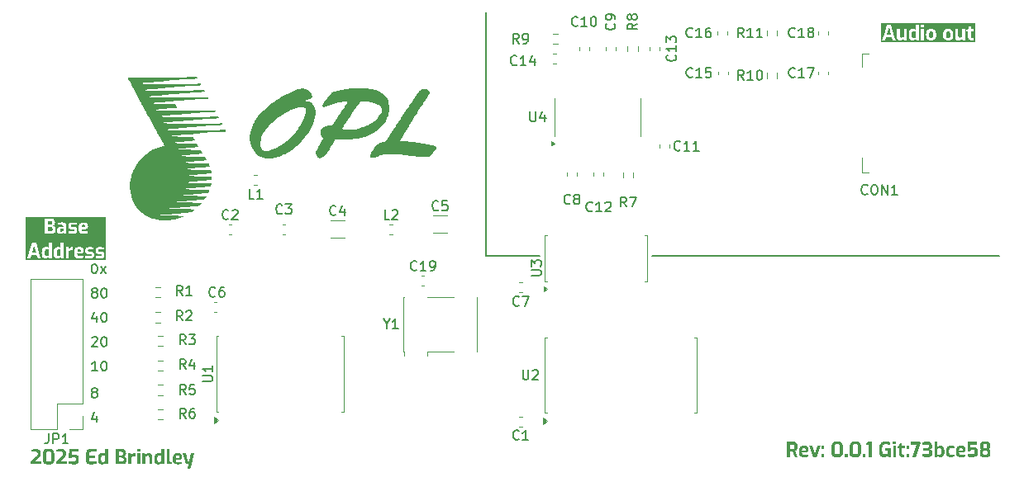
<source format=gbr>
%TF.GenerationSoftware,KiCad,Pcbnew,9.0.1+1*%
%TF.CreationDate,2025-09-01T23:04:51+00:00*%
%TF.ProjectId,rcbus-ymf262,72636275-732d-4796-9d66-3236322e6b69,@version@*%
%TF.SameCoordinates,Original*%
%TF.FileFunction,Legend,Top*%
%TF.FilePolarity,Positive*%
%FSLAX46Y46*%
G04 Gerber Fmt 4.6, Leading zero omitted, Abs format (unit mm)*
G04 Created by KiCad (PCBNEW 9.0.1+1) date 2025-09-01 23:04:51*
%MOMM*%
%LPD*%
G01*
G04 APERTURE LIST*
%ADD10C,0.150000*%
%ADD11C,0.300000*%
%ADD12C,0.340000*%
%ADD13C,0.120000*%
%ADD14C,0.100000*%
%ADD15C,0.000000*%
G04 APERTURE END LIST*
D10*
X107750000Y-114750000D02*
X107750000Y-139750000D01*
X124750000Y-139750000D02*
X160250000Y-139750000D01*
X107750000Y-139750000D02*
X113250000Y-139750000D01*
D11*
G36*
X151598106Y-116714998D02*
G01*
X151645918Y-116725457D01*
X151734395Y-116754491D01*
X151734395Y-117321806D01*
X151648574Y-117364213D01*
X151595558Y-117379331D01*
X151533719Y-117384637D01*
X151465910Y-117377256D01*
X151416757Y-117357435D01*
X151379835Y-117321301D01*
X151352460Y-117258425D01*
X151338583Y-117179176D01*
X151332951Y-117054818D01*
X151339021Y-116922647D01*
X151353834Y-116840312D01*
X151372032Y-116793588D01*
X151394951Y-116760761D01*
X151422344Y-116738829D01*
X151474666Y-116718899D01*
X151547000Y-116711443D01*
X151598106Y-116714998D01*
G37*
G36*
X153365457Y-116729588D02*
G01*
X153406573Y-116736997D01*
X153441984Y-116752712D01*
X153470412Y-116779678D01*
X153490928Y-116817319D01*
X153507506Y-116877773D01*
X153516297Y-116949047D01*
X153519780Y-117054635D01*
X153516312Y-117159952D01*
X153507506Y-117232047D01*
X153490908Y-117293443D01*
X153470412Y-117331515D01*
X153441962Y-117358702D01*
X153406573Y-117374471D01*
X153365457Y-117381880D01*
X153312326Y-117384637D01*
X153259378Y-117381879D01*
X153218445Y-117374471D01*
X153183288Y-117358720D01*
X153154881Y-117331515D01*
X153134493Y-117293449D01*
X153118061Y-117232047D01*
X153109518Y-117159949D01*
X153106154Y-117054635D01*
X153109533Y-116949050D01*
X153118061Y-116877773D01*
X153134473Y-116817313D01*
X153154881Y-116779678D01*
X153183267Y-116752694D01*
X153218445Y-116736997D01*
X153259378Y-116729589D01*
X153312326Y-116726830D01*
X153365457Y-116729588D01*
G37*
G36*
X155113748Y-116729588D02*
G01*
X155154863Y-116736997D01*
X155190274Y-116752712D01*
X155218702Y-116779678D01*
X155239218Y-116817319D01*
X155255797Y-116877773D01*
X155264587Y-116949047D01*
X155268070Y-117054635D01*
X155264602Y-117159952D01*
X155255797Y-117232047D01*
X155239198Y-117293443D01*
X155218702Y-117331515D01*
X155190252Y-117358702D01*
X155154863Y-117374471D01*
X155113748Y-117381880D01*
X155060616Y-117384637D01*
X155007669Y-117381879D01*
X154966735Y-117374471D01*
X154931578Y-117358720D01*
X154903171Y-117331515D01*
X154882783Y-117293449D01*
X154866351Y-117232047D01*
X154857808Y-117159949D01*
X154854445Y-117054635D01*
X154857823Y-116949050D01*
X154866351Y-116877773D01*
X154882763Y-116817313D01*
X154903171Y-116779678D01*
X154931557Y-116752694D01*
X154966735Y-116736997D01*
X155007669Y-116729589D01*
X155060616Y-116726830D01*
X155113748Y-116729588D01*
G37*
G36*
X149177355Y-117017724D02*
G01*
X148795329Y-117017724D01*
X148986480Y-116335370D01*
X149177355Y-117017724D01*
G37*
G36*
X157843216Y-117801806D02*
G01*
X148138375Y-117801806D01*
X148138375Y-117622500D01*
X148305042Y-117622500D01*
X148625244Y-117622500D01*
X148722331Y-117297351D01*
X149251544Y-117297351D01*
X149350646Y-117622500D01*
X149673962Y-117622500D01*
X149570357Y-117293230D01*
X149803197Y-117293230D01*
X149813721Y-117398554D01*
X149842756Y-117480991D01*
X149888560Y-117545655D01*
X149933935Y-117583798D01*
X149987482Y-117611541D01*
X150050822Y-117628964D01*
X150126147Y-117635139D01*
X150233415Y-117625323D01*
X150334151Y-117596213D01*
X150428802Y-117553706D01*
X150509090Y-117507644D01*
X150563861Y-117622500D01*
X150820499Y-117622500D01*
X150820499Y-117070205D01*
X151021450Y-117070205D01*
X151027320Y-117206339D01*
X151043222Y-117314147D01*
X151066971Y-117398468D01*
X151104021Y-117476701D01*
X151149234Y-117535836D01*
X151202617Y-117579085D01*
X151264947Y-117609371D01*
X151338174Y-117628404D01*
X151424634Y-117635139D01*
X151481844Y-117631107D01*
X151538848Y-117618927D01*
X151594254Y-117599878D01*
X151646651Y-117575330D01*
X151695117Y-117545930D01*
X151734395Y-117515063D01*
X151784953Y-117622500D01*
X152045804Y-117622500D01*
X152278446Y-117622500D01*
X152589947Y-117622500D01*
X152589947Y-117056192D01*
X152794653Y-117056192D01*
X152802363Y-117213260D01*
X152822772Y-117331057D01*
X152846432Y-117402828D01*
X152876680Y-117461454D01*
X152913080Y-117508927D01*
X152957740Y-117548560D01*
X153010967Y-117580465D01*
X153074097Y-117604639D01*
X153178402Y-117625761D01*
X153312326Y-117633582D01*
X153449187Y-117626131D01*
X153553943Y-117606196D01*
X153617302Y-117582994D01*
X153670306Y-117552075D01*
X153714411Y-117513506D01*
X153750277Y-117467005D01*
X153780151Y-117408729D01*
X153803529Y-117336461D01*
X153823564Y-117217415D01*
X153831189Y-117056192D01*
X154542943Y-117056192D01*
X154550654Y-117213260D01*
X154571062Y-117331057D01*
X154594722Y-117402828D01*
X154624971Y-117461454D01*
X154661371Y-117508927D01*
X154706030Y-117548560D01*
X154759257Y-117580465D01*
X154822388Y-117604639D01*
X154926692Y-117625761D01*
X155060616Y-117633582D01*
X155197477Y-117626131D01*
X155302233Y-117606196D01*
X155365593Y-117582994D01*
X155418596Y-117552075D01*
X155462701Y-117513506D01*
X155498568Y-117467005D01*
X155528442Y-117408729D01*
X155551819Y-117336461D01*
X155559095Y-117293230D01*
X155780797Y-117293230D01*
X155791320Y-117398554D01*
X155820355Y-117480991D01*
X155866160Y-117545655D01*
X155911535Y-117583798D01*
X155965081Y-117611541D01*
X156028421Y-117628964D01*
X156103747Y-117635139D01*
X156211014Y-117625323D01*
X156311750Y-117596213D01*
X156406401Y-117553706D01*
X156486689Y-117507644D01*
X156541460Y-117622500D01*
X156798099Y-117622500D01*
X156798099Y-116544564D01*
X156936401Y-116544564D01*
X156936401Y-116744050D01*
X157112439Y-116744050D01*
X157102089Y-117221605D01*
X157104879Y-117321295D01*
X157116366Y-117399082D01*
X157134604Y-117459009D01*
X157163924Y-117512843D01*
X157202488Y-117554208D01*
X157251200Y-117584764D01*
X157306517Y-117604639D01*
X157375900Y-117617719D01*
X157462317Y-117622500D01*
X157665374Y-117622500D01*
X157665374Y-117392331D01*
X157523317Y-117378226D01*
X157480360Y-117367968D01*
X157443816Y-117342139D01*
X157430093Y-117322278D01*
X157419178Y-117294970D01*
X157410477Y-117220048D01*
X157410477Y-116744050D01*
X157676549Y-116744050D01*
X157676549Y-116495105D01*
X157410477Y-116495105D01*
X157410477Y-116179116D01*
X157164921Y-116179116D01*
X157123613Y-116495105D01*
X156936401Y-116544564D01*
X156798099Y-116544564D01*
X156798099Y-116495105D01*
X156486689Y-116495105D01*
X156486689Y-117278667D01*
X156435714Y-117311539D01*
X156376322Y-117337834D01*
X156314136Y-117354707D01*
X156256063Y-117360091D01*
X156186043Y-117351212D01*
X156136445Y-117327301D01*
X156113697Y-117301720D01*
X156098242Y-117261214D01*
X156092206Y-117199532D01*
X156092206Y-116495105D01*
X155780797Y-116495105D01*
X155780797Y-117293230D01*
X155559095Y-117293230D01*
X155571854Y-117217415D01*
X155579479Y-117056192D01*
X155571420Y-116893685D01*
X155550262Y-116774091D01*
X155525930Y-116701431D01*
X155495564Y-116643251D01*
X155459678Y-116597229D01*
X155415620Y-116559111D01*
X155362592Y-116528457D01*
X155299119Y-116505363D01*
X155194715Y-116485318D01*
X155060616Y-116477886D01*
X154927929Y-116484886D01*
X154823945Y-116503806D01*
X154760714Y-116525957D01*
X154707515Y-116556080D01*
X154662928Y-116594115D01*
X154626636Y-116640201D01*
X154596120Y-116698385D01*
X154571886Y-116770977D01*
X154550964Y-116890931D01*
X154543019Y-117054635D01*
X154542943Y-117056192D01*
X153831189Y-117056192D01*
X153823129Y-116893685D01*
X153801972Y-116774091D01*
X153777640Y-116701431D01*
X153747274Y-116643251D01*
X153711388Y-116597229D01*
X153667330Y-116559111D01*
X153614302Y-116528457D01*
X153550829Y-116505363D01*
X153446424Y-116485318D01*
X153312326Y-116477886D01*
X153179639Y-116484886D01*
X153075654Y-116503806D01*
X153012423Y-116525957D01*
X152959225Y-116556080D01*
X152914637Y-116594115D01*
X152878345Y-116640201D01*
X152847830Y-116698385D01*
X152823596Y-116770977D01*
X152802674Y-116890931D01*
X152794729Y-117054635D01*
X152794653Y-117056192D01*
X152589947Y-117056192D01*
X152589947Y-116495105D01*
X152278446Y-116495105D01*
X152278446Y-117622500D01*
X152045804Y-117622500D01*
X152045804Y-116081663D01*
X152272584Y-116081663D01*
X152272584Y-116287102D01*
X152277621Y-116310823D01*
X152291282Y-116324135D01*
X152316181Y-116329142D01*
X152555875Y-116329142D01*
X152578351Y-116324316D01*
X152591023Y-116311171D01*
X152595809Y-116287102D01*
X152595809Y-116081663D01*
X152585917Y-116049240D01*
X152573969Y-116039892D01*
X152555875Y-116036509D01*
X152316181Y-116036509D01*
X152291576Y-116041728D01*
X152277774Y-116055880D01*
X152272584Y-116081663D01*
X152045804Y-116081663D01*
X152045804Y-116020205D01*
X151734395Y-116020205D01*
X151734395Y-116530459D01*
X151599664Y-116493640D01*
X151523199Y-116481828D01*
X151445700Y-116477886D01*
X151339475Y-116485667D01*
X151256341Y-116506863D01*
X151191626Y-116539252D01*
X151137312Y-116586093D01*
X151093495Y-116648797D01*
X151060193Y-116730677D01*
X151039999Y-116818350D01*
X151026448Y-116929985D01*
X151021998Y-117054818D01*
X151021450Y-117070205D01*
X150820499Y-117070205D01*
X150820499Y-116495105D01*
X150509090Y-116495105D01*
X150509090Y-117278667D01*
X150458114Y-117311539D01*
X150398722Y-117337834D01*
X150336536Y-117354707D01*
X150278463Y-117360091D01*
X150208443Y-117351212D01*
X150158845Y-117327301D01*
X150136097Y-117301720D01*
X150120643Y-117261214D01*
X150114607Y-117199532D01*
X150114607Y-116495105D01*
X149803197Y-116495105D01*
X149803197Y-117293230D01*
X149570357Y-117293230D01*
X149184957Y-116068382D01*
X148794047Y-116068382D01*
X148495335Y-117017724D01*
X148305042Y-117622500D01*
X148138375Y-117622500D01*
X148138375Y-115853538D01*
X157843216Y-115853538D01*
X157843216Y-117801806D01*
G37*
D12*
G36*
X139268736Y-158824064D02*
G01*
X139350790Y-158840547D01*
X139426324Y-158870924D01*
X139492023Y-158917667D01*
X139545109Y-158980942D01*
X139587461Y-159068975D01*
X139612328Y-159172449D01*
X139621808Y-159315172D01*
X139616077Y-159419299D01*
X139600742Y-159498995D01*
X139575353Y-159569784D01*
X139545146Y-159622552D01*
X139507692Y-159666521D01*
X139466652Y-159699855D01*
X139376985Y-159747940D01*
X139665954Y-160372500D01*
X139349874Y-160372500D01*
X139098731Y-159797124D01*
X139041487Y-159796575D01*
X138975541Y-159795659D01*
X138908222Y-159794835D01*
X138847405Y-159793644D01*
X138847405Y-160372500D01*
X138535995Y-160372500D01*
X138535995Y-159548180D01*
X138847405Y-159548180D01*
X139124743Y-159548180D01*
X139165037Y-159545437D01*
X139199847Y-159537647D01*
X139231309Y-159523156D01*
X139258741Y-159500644D01*
X139280331Y-159470805D01*
X139297117Y-159429661D01*
X139306734Y-159381915D01*
X139310398Y-159316729D01*
X139306646Y-159253332D01*
X139296842Y-159207461D01*
X139279784Y-159168324D01*
X139258191Y-159141149D01*
X139230939Y-159121082D01*
X139199298Y-159107810D01*
X139124743Y-159098010D01*
X138847405Y-159098010D01*
X138847405Y-159548180D01*
X138535995Y-159548180D01*
X138535995Y-158818382D01*
X139178507Y-158818382D01*
X139268736Y-158824064D01*
G37*
G36*
X140440303Y-159237276D02*
G01*
X140549533Y-159261225D01*
X140611584Y-159289901D01*
X140659399Y-159328991D01*
X140695163Y-159379194D01*
X140718599Y-159437481D01*
X140734406Y-159515146D01*
X140740318Y-159617148D01*
X140734685Y-159691911D01*
X140719283Y-159750810D01*
X140695621Y-159797033D01*
X140662123Y-159836547D01*
X140620454Y-159867803D01*
X140569317Y-159891188D01*
X140483382Y-159911674D01*
X140376335Y-159919124D01*
X140091303Y-159919124D01*
X140101069Y-159999800D01*
X140118140Y-160055869D01*
X140149022Y-160099293D01*
X140199839Y-160129417D01*
X140266411Y-160145136D01*
X140374320Y-160151582D01*
X140703956Y-160151582D01*
X140703956Y-160334123D01*
X140523522Y-160367645D01*
X140421182Y-160379278D01*
X140291796Y-160383582D01*
X140167714Y-160377151D01*
X140069922Y-160359722D01*
X139993667Y-160333573D01*
X139926787Y-160292425D01*
X139873397Y-160234943D01*
X139832375Y-160158360D01*
X139806832Y-160073172D01*
X139789379Y-159959229D01*
X139782825Y-159809672D01*
X139785939Y-159733194D01*
X140088189Y-159733194D01*
X140344095Y-159733194D01*
X140401589Y-159726074D01*
X140436327Y-159708098D01*
X140457332Y-159676182D01*
X140465728Y-159618705D01*
X140460558Y-159560489D01*
X140447135Y-159520336D01*
X140423344Y-159489192D01*
X140388058Y-159468038D01*
X140343969Y-159456680D01*
X140280805Y-159452284D01*
X140214258Y-159458839D01*
X140167507Y-159476098D01*
X140132248Y-159507736D01*
X140106691Y-159561094D01*
X140093511Y-159628482D01*
X140088189Y-159733194D01*
X139785939Y-159733194D01*
X139789079Y-159656070D01*
X139805652Y-159540195D01*
X139829719Y-159454665D01*
X139868995Y-159377393D01*
X139920513Y-159319621D01*
X139985241Y-159278353D01*
X140059590Y-159252061D01*
X140156376Y-159234429D01*
X140280805Y-159227886D01*
X140440303Y-159237276D01*
G37*
G36*
X141207524Y-160372500D02*
G01*
X140829527Y-159245105D01*
X141150188Y-159245105D01*
X141392904Y-160084629D01*
X141644138Y-159245105D01*
X141961685Y-159245105D01*
X141566103Y-160372500D01*
X141207524Y-160372500D01*
G37*
G36*
X142144042Y-160375614D02*
G01*
X142119152Y-160370600D01*
X142105486Y-160357263D01*
X142100445Y-160333482D01*
X142100445Y-160118792D01*
X142105635Y-160093009D01*
X142119437Y-160078857D01*
X142144042Y-160073638D01*
X142323744Y-160073638D01*
X142349439Y-160078939D01*
X142363687Y-160093167D01*
X142368990Y-160118792D01*
X142368990Y-160333482D01*
X142365462Y-160354213D01*
X142356259Y-160366271D01*
X142323744Y-160375614D01*
X142144042Y-160375614D01*
G37*
G36*
X142144042Y-159543234D02*
G01*
X142119152Y-159538220D01*
X142105486Y-159524884D01*
X142100445Y-159501102D01*
X142100445Y-159286413D01*
X142105635Y-159260629D01*
X142119437Y-159246477D01*
X142144042Y-159241258D01*
X142323744Y-159241258D01*
X142349439Y-159246560D01*
X142363687Y-159260787D01*
X142368990Y-159286413D01*
X142368990Y-159501102D01*
X142365462Y-159521834D01*
X142356259Y-159533892D01*
X142323744Y-159543234D01*
X142144042Y-159543234D01*
G37*
G36*
X143954989Y-158811898D02*
G01*
X144027118Y-158828884D01*
X144087513Y-158855568D01*
X144141154Y-158893533D01*
X144184722Y-158940685D01*
X144219038Y-158998084D01*
X144242608Y-159061414D01*
X144257591Y-159135650D01*
X144262910Y-159222757D01*
X144262910Y-159980123D01*
X144255532Y-160077281D01*
X144234937Y-160157411D01*
X144202611Y-160223609D01*
X144158863Y-160278252D01*
X144103985Y-160322045D01*
X144038583Y-160354183D01*
X143960555Y-160374512D01*
X143867145Y-160381750D01*
X143542730Y-160381750D01*
X143457154Y-160376255D01*
X143383777Y-160360716D01*
X143320713Y-160336138D01*
X143263974Y-160300589D01*
X143217828Y-160255737D01*
X143181220Y-160200675D01*
X143155821Y-160138976D01*
X143139693Y-160066176D01*
X143133959Y-159980123D01*
X143133959Y-159253531D01*
X143445368Y-159253531D01*
X143445368Y-159932496D01*
X143451048Y-159989466D01*
X143466282Y-160031155D01*
X143489698Y-160061365D01*
X143521671Y-160083109D01*
X143563022Y-160097037D01*
X143616460Y-160102123D01*
X143784255Y-160102123D01*
X143839666Y-160096735D01*
X143880590Y-160082252D01*
X143910559Y-160059991D01*
X143932265Y-160029321D01*
X143946313Y-159988391D01*
X143951500Y-159934053D01*
X143951500Y-159253531D01*
X143945927Y-159193504D01*
X143931360Y-159151791D01*
X143909643Y-159123472D01*
X143862192Y-159095550D01*
X143796528Y-159085462D01*
X143605744Y-159085462D01*
X143555612Y-159090694D01*
X143516790Y-159105101D01*
X143486676Y-159127868D01*
X143464741Y-159158617D01*
X143450585Y-159199475D01*
X143445368Y-159253531D01*
X143133959Y-159253531D01*
X143133959Y-159222757D01*
X143139932Y-159132875D01*
X143156679Y-159057370D01*
X143182960Y-158993871D01*
X143220722Y-158936983D01*
X143267759Y-158890559D01*
X143325018Y-158853645D01*
X143388652Y-158827716D01*
X143461197Y-158811512D01*
X143544287Y-158805834D01*
X143868702Y-158805834D01*
X143954989Y-158811898D01*
G37*
G36*
X144534203Y-160375614D02*
G01*
X144509312Y-160370600D01*
X144495647Y-160357263D01*
X144490605Y-160333482D01*
X144490605Y-160118792D01*
X144495795Y-160093009D01*
X144509598Y-160078857D01*
X144534203Y-160073638D01*
X144713905Y-160073638D01*
X144739599Y-160078939D01*
X144753847Y-160093167D01*
X144759151Y-160118792D01*
X144759151Y-160333482D01*
X144755623Y-160354213D01*
X144746419Y-160366271D01*
X144713905Y-160375614D01*
X144534203Y-160375614D01*
G37*
G36*
X145804396Y-158811898D02*
G01*
X145876525Y-158828884D01*
X145936920Y-158855568D01*
X145990561Y-158893533D01*
X146034129Y-158940685D01*
X146068445Y-158998084D01*
X146092015Y-159061414D01*
X146106998Y-159135650D01*
X146112317Y-159222757D01*
X146112317Y-159980123D01*
X146104939Y-160077281D01*
X146084344Y-160157411D01*
X146052018Y-160223609D01*
X146008269Y-160278252D01*
X145953392Y-160322045D01*
X145887990Y-160354183D01*
X145809962Y-160374512D01*
X145716552Y-160381750D01*
X145392136Y-160381750D01*
X145306561Y-160376255D01*
X145233184Y-160360716D01*
X145170120Y-160336138D01*
X145113381Y-160300589D01*
X145067235Y-160255737D01*
X145030626Y-160200675D01*
X145005228Y-160138976D01*
X144989099Y-160066176D01*
X144983365Y-159980123D01*
X144983365Y-159253531D01*
X145294775Y-159253531D01*
X145294775Y-159932496D01*
X145300455Y-159989466D01*
X145315688Y-160031155D01*
X145339105Y-160061365D01*
X145371077Y-160083109D01*
X145412429Y-160097037D01*
X145465867Y-160102123D01*
X145633662Y-160102123D01*
X145689073Y-160096735D01*
X145729997Y-160082252D01*
X145759966Y-160059991D01*
X145781672Y-160029321D01*
X145795720Y-159988391D01*
X145800907Y-159934053D01*
X145800907Y-159253531D01*
X145795333Y-159193504D01*
X145780766Y-159151791D01*
X145759050Y-159123472D01*
X145711599Y-159095550D01*
X145645935Y-159085462D01*
X145455151Y-159085462D01*
X145405019Y-159090694D01*
X145366196Y-159105101D01*
X145336083Y-159127868D01*
X145314148Y-159158617D01*
X145299992Y-159199475D01*
X145294775Y-159253531D01*
X144983365Y-159253531D01*
X144983365Y-159222757D01*
X144989338Y-159132875D01*
X145006086Y-159057370D01*
X145032367Y-158993871D01*
X145070129Y-158936983D01*
X145117166Y-158890559D01*
X145174424Y-158853645D01*
X145238059Y-158827716D01*
X145310604Y-158811512D01*
X145393693Y-158805834D01*
X145718109Y-158805834D01*
X145804396Y-158811898D01*
G37*
G36*
X146383610Y-160375614D02*
G01*
X146358719Y-160370600D01*
X146345054Y-160357263D01*
X146340012Y-160333482D01*
X146340012Y-160118792D01*
X146345202Y-160093009D01*
X146359005Y-160078857D01*
X146383610Y-160073638D01*
X146563311Y-160073638D01*
X146589006Y-160078939D01*
X146603254Y-160093167D01*
X146608557Y-160118792D01*
X146608557Y-160333482D01*
X146605029Y-160354213D01*
X146595826Y-160366271D01*
X146563311Y-160375614D01*
X146383610Y-160375614D01*
G37*
G36*
X146911999Y-160372500D02*
G01*
X146911999Y-159102498D01*
X146635943Y-159136936D01*
X146635943Y-158937451D01*
X146945796Y-158804644D01*
X147223500Y-158804644D01*
X147223500Y-160372500D01*
X146911999Y-160372500D01*
G37*
G36*
X148467948Y-160383032D02*
G01*
X148371928Y-160376442D01*
X148293199Y-160357418D01*
X148228620Y-160327528D01*
X148171359Y-160285248D01*
X148122968Y-160232450D01*
X148082899Y-160167885D01*
X148039460Y-160057616D01*
X148009443Y-159918941D01*
X147993915Y-159769524D01*
X147988377Y-159595532D01*
X147994766Y-159413649D01*
X148012465Y-159261683D01*
X148033738Y-159165245D01*
X148062640Y-159082911D01*
X148098469Y-159012830D01*
X148145106Y-158950510D01*
X148202795Y-158899004D01*
X148272859Y-158857583D01*
X148349852Y-158829377D01*
X148445000Y-158810964D01*
X148562012Y-158804277D01*
X148757559Y-158812612D01*
X148926544Y-158836517D01*
X149086279Y-158872421D01*
X149086279Y-159113306D01*
X148968401Y-159099475D01*
X148805094Y-159088393D01*
X148618798Y-159083905D01*
X148530485Y-159090103D01*
X148464833Y-159106584D01*
X148416748Y-159131074D01*
X148377884Y-159167427D01*
X148346778Y-159219185D01*
X148324058Y-159290534D01*
X148306700Y-159412979D01*
X148299786Y-159596632D01*
X148303482Y-159741511D01*
X148313067Y-159845576D01*
X148332212Y-159936622D01*
X148357672Y-159997892D01*
X148394617Y-160045302D01*
X148440470Y-160075103D01*
X148495685Y-160091292D01*
X148567782Y-160097268D01*
X148653246Y-160093524D01*
X148732554Y-160082614D01*
X148859133Y-160052572D01*
X148859133Y-159749955D01*
X148580238Y-159749955D01*
X148580238Y-159505498D01*
X148685018Y-159495057D01*
X148812605Y-159487730D01*
X148939275Y-159484524D01*
X149060725Y-159485898D01*
X149158361Y-159490478D01*
X149158361Y-160372500D01*
X148925079Y-160372500D01*
X148881756Y-160267353D01*
X148814705Y-160301259D01*
X148710756Y-160342549D01*
X148596203Y-160372359D01*
X148467948Y-160383032D01*
G37*
G36*
X149448247Y-159079142D02*
G01*
X149423347Y-159074135D01*
X149409686Y-159060823D01*
X149404649Y-159037102D01*
X149404649Y-158831663D01*
X149409839Y-158805880D01*
X149423642Y-158791728D01*
X149448247Y-158786509D01*
X149687941Y-158786509D01*
X149706035Y-158789892D01*
X149717983Y-158799240D01*
X149727874Y-158831663D01*
X149727874Y-159037102D01*
X149723088Y-159061171D01*
X149710416Y-159074316D01*
X149687941Y-159079142D01*
X149448247Y-159079142D01*
G37*
G36*
X149410511Y-160372500D02*
G01*
X149410511Y-159245105D01*
X149722013Y-159245105D01*
X149722013Y-160372500D01*
X149410511Y-160372500D01*
G37*
G36*
X150389986Y-160372500D02*
G01*
X150303569Y-160367719D01*
X150234186Y-160354639D01*
X150178869Y-160334764D01*
X150130157Y-160304208D01*
X150091594Y-160262843D01*
X150062273Y-160209009D01*
X150044035Y-160149082D01*
X150032548Y-160071295D01*
X150029758Y-159971605D01*
X150040108Y-159494050D01*
X149864070Y-159494050D01*
X149864070Y-159294564D01*
X150051282Y-159245105D01*
X150092590Y-158929116D01*
X150338146Y-158929116D01*
X150338146Y-159245105D01*
X150604218Y-159245105D01*
X150604218Y-159494050D01*
X150338146Y-159494050D01*
X150338146Y-159970048D01*
X150346847Y-160044970D01*
X150357763Y-160072278D01*
X150371485Y-160092139D01*
X150408030Y-160117968D01*
X150450986Y-160128226D01*
X150593044Y-160142331D01*
X150593044Y-160372500D01*
X150389986Y-160372500D01*
G37*
G36*
X150813686Y-160375614D02*
G01*
X150788796Y-160370600D01*
X150775130Y-160357263D01*
X150770089Y-160333482D01*
X150770089Y-160118792D01*
X150775279Y-160093009D01*
X150789081Y-160078857D01*
X150813686Y-160073638D01*
X150993388Y-160073638D01*
X151019083Y-160078939D01*
X151033331Y-160093167D01*
X151038634Y-160118792D01*
X151038634Y-160333482D01*
X151035106Y-160354213D01*
X151025903Y-160366271D01*
X150993388Y-160375614D01*
X150813686Y-160375614D01*
G37*
G36*
X150813686Y-159543234D02*
G01*
X150788796Y-159538220D01*
X150775130Y-159524884D01*
X150770089Y-159501102D01*
X150770089Y-159286413D01*
X150775279Y-159260629D01*
X150789081Y-159246477D01*
X150813686Y-159241258D01*
X150993388Y-159241258D01*
X151019083Y-159246560D01*
X151033331Y-159260787D01*
X151038634Y-159286413D01*
X151038634Y-159501102D01*
X151035106Y-159521834D01*
X151025903Y-159533892D01*
X150993388Y-159543234D01*
X150813686Y-159543234D01*
G37*
G36*
X151396755Y-160372500D02*
G01*
X151857183Y-159129883D01*
X151197087Y-159129883D01*
X151197087Y-158818382D01*
X152177203Y-158818382D01*
X152258444Y-158951189D01*
X151744252Y-160372500D01*
X151396755Y-160372500D01*
G37*
G36*
X152984578Y-160385139D02*
G01*
X152819016Y-160382159D01*
X152665017Y-160373507D01*
X152516554Y-160358943D01*
X152389786Y-160340259D01*
X152389786Y-160091681D01*
X152866792Y-160091681D01*
X152948322Y-160088174D01*
X153007384Y-160079042D01*
X153057163Y-160060730D01*
X153089083Y-160034803D01*
X153108265Y-159998618D01*
X153115462Y-159945319D01*
X153115462Y-159880564D01*
X153108137Y-159828899D01*
X153088076Y-159791721D01*
X153056614Y-159763553D01*
X153014803Y-159743544D01*
X152967221Y-159731811D01*
X152911397Y-159726233D01*
X152528638Y-159710021D01*
X152528638Y-159471793D01*
X152897658Y-159451460D01*
X152987090Y-159438738D01*
X153045211Y-159416472D01*
X153073438Y-159392852D01*
X153090689Y-159360276D01*
X153096960Y-159315630D01*
X153096960Y-159262874D01*
X153090255Y-159210808D01*
X153071642Y-159171096D01*
X153041364Y-159140691D01*
X153001920Y-159120521D01*
X152942509Y-159106306D01*
X152856076Y-159100758D01*
X152423216Y-159100758D01*
X152423216Y-158852179D01*
X152684342Y-158818199D01*
X152827265Y-158807441D01*
X152980823Y-158805834D01*
X153070790Y-158812033D01*
X153147071Y-158827548D01*
X153211724Y-158851263D01*
X153270598Y-158885596D01*
X153318223Y-158928322D01*
X153355888Y-158980040D01*
X153382544Y-159038597D01*
X153399377Y-159107582D01*
X153405347Y-159189143D01*
X153405347Y-159304914D01*
X153401522Y-159363388D01*
X153390784Y-159412717D01*
X153372984Y-159457638D01*
X153349660Y-159495423D01*
X153320631Y-159527971D01*
X153287378Y-159554408D01*
X153250433Y-159575299D01*
X153210350Y-159590861D01*
X153252926Y-159606818D01*
X153293515Y-159631436D01*
X153330042Y-159663014D01*
X153362574Y-159701595D01*
X153389178Y-159745926D01*
X153410385Y-159799323D01*
X153423479Y-159857332D01*
X153428062Y-159923612D01*
X153428062Y-160003662D01*
X153419952Y-160095338D01*
X153397153Y-160171302D01*
X153360842Y-160234611D01*
X153310642Y-160287411D01*
X153249962Y-160328209D01*
X153177073Y-160358674D01*
X153089589Y-160378163D01*
X152984578Y-160385139D01*
G37*
G36*
X153955718Y-159323324D02*
G01*
X154024953Y-159289601D01*
X154107026Y-159257561D01*
X154191543Y-159235005D01*
X154268502Y-159227886D01*
X154363531Y-159235386D01*
X154439856Y-159256103D01*
X154501143Y-159288336D01*
X154552522Y-159334279D01*
X154595127Y-159396543D01*
X154628729Y-159478662D01*
X154649467Y-159566280D01*
X154663416Y-159678504D01*
X154668571Y-159820205D01*
X154663398Y-159946517D01*
X154649143Y-160050467D01*
X154627447Y-160135370D01*
X154593547Y-160215070D01*
X154551381Y-160276648D01*
X154501143Y-160323132D01*
X154441527Y-160356605D01*
X154370027Y-160377650D01*
X154283797Y-160385139D01*
X154211840Y-160380757D01*
X154151082Y-160368469D01*
X154094678Y-160348822D01*
X154045386Y-160324414D01*
X153955718Y-160265063D01*
X153905160Y-160372500D01*
X153644217Y-160372500D01*
X153644217Y-159541219D01*
X153955718Y-159541219D01*
X153955718Y-160076386D01*
X154046851Y-160114304D01*
X154100966Y-160127027D01*
X154167110Y-160131615D01*
X154220040Y-160124226D01*
X154265204Y-160102672D01*
X154301485Y-160065654D01*
X154332340Y-160002472D01*
X154350080Y-159924116D01*
X154357162Y-159804818D01*
X154349311Y-159668962D01*
X154330692Y-159590312D01*
X154298075Y-159530796D01*
X154260808Y-159499911D01*
X154215888Y-159483817D01*
X154167110Y-159478387D01*
X154106611Y-159483350D01*
X154050973Y-159497896D01*
X153955718Y-159541219D01*
X153644217Y-159541219D01*
X153644217Y-158770205D01*
X153955718Y-158770205D01*
X153955718Y-159323324D01*
G37*
G36*
X155311907Y-160385139D02*
G01*
X155211849Y-160378137D01*
X155122405Y-160357937D01*
X155041244Y-160321421D01*
X154972013Y-160266712D01*
X154934405Y-160221003D01*
X154901517Y-160163424D01*
X154873735Y-160091864D01*
X154848491Y-159973621D01*
X154838931Y-159813886D01*
X154847824Y-159648753D01*
X154871171Y-159527572D01*
X154897331Y-159453948D01*
X154928697Y-159394998D01*
X154964777Y-159348420D01*
X155008632Y-159309209D01*
X155058857Y-159278399D01*
X155116360Y-159255730D01*
X155210178Y-159235599D01*
X155321066Y-159228435D01*
X155421621Y-159231393D01*
X155516796Y-159240068D01*
X155611725Y-159255441D01*
X155713809Y-159279452D01*
X155713809Y-159458970D01*
X155417878Y-159458970D01*
X155326351Y-159466904D01*
X155262081Y-159487638D01*
X155227554Y-159511112D01*
X155199231Y-159545253D01*
X155176902Y-159592418D01*
X155158091Y-159676991D01*
X155150432Y-159811504D01*
X155158162Y-159944615D01*
X155176993Y-160026652D01*
X155199360Y-160071632D01*
X155227754Y-160103613D01*
X155262539Y-160124929D01*
X155327055Y-160143001D01*
X155420900Y-160150025D01*
X155729104Y-160150025D01*
X155729104Y-160326429D01*
X155608204Y-160356288D01*
X155461750Y-160377629D01*
X155311907Y-160385139D01*
G37*
G36*
X156525160Y-159237276D02*
G01*
X156634390Y-159261225D01*
X156696441Y-159289901D01*
X156744256Y-159328991D01*
X156780020Y-159379194D01*
X156803456Y-159437481D01*
X156819263Y-159515146D01*
X156825175Y-159617148D01*
X156819542Y-159691911D01*
X156804140Y-159750810D01*
X156780478Y-159797033D01*
X156746980Y-159836547D01*
X156705311Y-159867803D01*
X156654174Y-159891188D01*
X156568239Y-159911674D01*
X156461192Y-159919124D01*
X156176160Y-159919124D01*
X156185926Y-159999800D01*
X156202996Y-160055869D01*
X156233878Y-160099293D01*
X156284696Y-160129417D01*
X156351268Y-160145136D01*
X156459177Y-160151582D01*
X156788813Y-160151582D01*
X156788813Y-160334123D01*
X156608379Y-160367645D01*
X156506039Y-160379278D01*
X156376653Y-160383582D01*
X156252571Y-160377151D01*
X156154779Y-160359722D01*
X156078524Y-160333573D01*
X156011644Y-160292425D01*
X155958254Y-160234943D01*
X155917232Y-160158360D01*
X155891689Y-160073172D01*
X155874236Y-159959229D01*
X155867682Y-159809672D01*
X155870796Y-159733194D01*
X156173046Y-159733194D01*
X156428952Y-159733194D01*
X156486446Y-159726074D01*
X156521184Y-159708098D01*
X156542189Y-159676182D01*
X156550585Y-159618705D01*
X156545415Y-159560489D01*
X156531992Y-159520336D01*
X156508201Y-159489192D01*
X156472915Y-159468038D01*
X156428826Y-159456680D01*
X156365662Y-159452284D01*
X156299115Y-159458839D01*
X156252364Y-159476098D01*
X156217105Y-159507736D01*
X156191548Y-159561094D01*
X156178368Y-159628482D01*
X156173046Y-159733194D01*
X155870796Y-159733194D01*
X155873936Y-159656070D01*
X155890509Y-159540195D01*
X155914576Y-159454665D01*
X155953851Y-159377393D01*
X156005370Y-159319621D01*
X156070098Y-159278353D01*
X156144447Y-159252061D01*
X156241233Y-159234429D01*
X156365662Y-159227886D01*
X156525160Y-159237276D01*
G37*
G36*
X157568161Y-160383948D02*
G01*
X157299433Y-160373415D01*
X157033269Y-160349877D01*
X157033269Y-160104321D01*
X157580892Y-160104321D01*
X157652246Y-160097246D01*
X157700236Y-160078950D01*
X157737369Y-160049128D01*
X157761235Y-160012363D01*
X157774802Y-159970390D01*
X157779279Y-159927550D01*
X157779279Y-159820663D01*
X157769232Y-159752135D01*
X157741818Y-159703793D01*
X157713851Y-159681534D01*
X157674071Y-159666901D01*
X157618353Y-159661386D01*
X157497178Y-159661386D01*
X157434100Y-159669247D01*
X157393039Y-159689688D01*
X157364797Y-159723863D01*
X157348160Y-159775601D01*
X157053236Y-159775601D01*
X157097383Y-158818382D01*
X158031246Y-158818382D01*
X158031246Y-159098010D01*
X157364646Y-159098010D01*
X157347427Y-159466847D01*
X157383811Y-159437985D01*
X157434896Y-159415281D01*
X157492781Y-159401878D01*
X157560284Y-159397146D01*
X157729453Y-159397146D01*
X157809454Y-159403066D01*
X157875775Y-159419613D01*
X157930862Y-159445598D01*
X157979800Y-159481936D01*
X158019446Y-159525500D01*
X158050571Y-159577031D01*
X158080352Y-159663902D01*
X158090688Y-159764243D01*
X158090688Y-159993221D01*
X158083374Y-160081701D01*
X158062893Y-160154762D01*
X158030513Y-160215329D01*
X157985400Y-160266997D01*
X157927409Y-160309509D01*
X157854292Y-160343007D01*
X157775801Y-160364734D01*
X157681323Y-160378860D01*
X157568161Y-160383948D01*
G37*
G36*
X159089983Y-158814618D02*
G01*
X159173386Y-158838166D01*
X159223422Y-158863853D01*
X159265818Y-158897951D01*
X159301431Y-158941114D01*
X159326910Y-158990740D01*
X159343359Y-159052918D01*
X159349333Y-159130708D01*
X159349333Y-159307662D01*
X159343196Y-159372691D01*
X159321581Y-159450361D01*
X159303114Y-159487146D01*
X159279266Y-159517863D01*
X159249056Y-159541037D01*
X159210939Y-159554683D01*
X159274689Y-159578731D01*
X159317825Y-159617331D01*
X159348030Y-159667170D01*
X159366918Y-159721195D01*
X159377123Y-159776702D01*
X159380291Y-159824877D01*
X159380291Y-160043504D01*
X159373608Y-160133700D01*
X159355662Y-160201987D01*
X159328633Y-160253156D01*
X159290340Y-160296660D01*
X159244586Y-160329998D01*
X159190239Y-160353815D01*
X159100522Y-160374502D01*
X158997623Y-160381750D01*
X158714057Y-160381750D01*
X158634164Y-160378000D01*
X158559085Y-160367004D01*
X158488433Y-160346265D01*
X158427652Y-160314980D01*
X158376708Y-160271073D01*
X158337160Y-160212124D01*
X158313107Y-160140879D01*
X158304096Y-160043504D01*
X158304096Y-159848232D01*
X158615505Y-159848232D01*
X158615505Y-159985344D01*
X158620621Y-160032370D01*
X158634173Y-160065333D01*
X158654981Y-160088018D01*
X158700056Y-160109282D01*
X158767821Y-160117418D01*
X158923892Y-160117418D01*
X158980520Y-160112581D01*
X159017027Y-160100388D01*
X159039480Y-160082980D01*
X159060875Y-160043470D01*
X159068881Y-159985344D01*
X159068881Y-159848232D01*
X159059431Y-159786828D01*
X159033985Y-159745742D01*
X159008393Y-159727318D01*
X158972533Y-159715149D01*
X158922976Y-159710571D01*
X158767272Y-159710571D01*
X158711859Y-159719089D01*
X158663133Y-159744918D01*
X158643883Y-159764211D01*
X158628603Y-159787965D01*
X158618928Y-159815226D01*
X158615505Y-159848232D01*
X158304096Y-159848232D01*
X158304096Y-159829914D01*
X158309494Y-159771063D01*
X158325253Y-159717898D01*
X158350872Y-159669717D01*
X158384787Y-159629238D01*
X158426824Y-159598605D01*
X158476378Y-159580695D01*
X158418732Y-159544702D01*
X158381765Y-159506598D01*
X158356825Y-159462065D01*
X158343113Y-159413358D01*
X158334962Y-159307662D01*
X158334962Y-159205629D01*
X158638769Y-159205629D01*
X158638769Y-159302807D01*
X158647655Y-159374854D01*
X158669269Y-159414365D01*
X158706332Y-159437413D01*
X158767272Y-159446331D01*
X158919954Y-159446331D01*
X158968362Y-159441068D01*
X158998814Y-159427738D01*
X159021123Y-159405778D01*
X159035450Y-159376355D01*
X159045617Y-159302807D01*
X159045617Y-159205629D01*
X159040781Y-159149621D01*
X159028839Y-159115270D01*
X159012095Y-159095537D01*
X158974943Y-159077281D01*
X158924442Y-159070624D01*
X158767821Y-159070624D01*
X158706973Y-159078221D01*
X158670002Y-159097460D01*
X158654323Y-159117940D01*
X158643213Y-159151981D01*
X158638769Y-159205629D01*
X158334962Y-159205629D01*
X158334962Y-159130708D01*
X158341192Y-159053085D01*
X158358390Y-158990908D01*
X158385154Y-158941114D01*
X158422259Y-158898065D01*
X158466402Y-158863935D01*
X158518510Y-158838166D01*
X158604202Y-158814498D01*
X158698761Y-158806384D01*
X158993593Y-158806384D01*
X159089983Y-158814618D01*
G37*
D11*
G36*
X61095804Y-161122500D02*
G01*
X61095804Y-160873555D01*
X61615400Y-160357073D01*
X61674136Y-160296273D01*
X61717616Y-160243958D01*
X61752977Y-160190667D01*
X61777058Y-160140277D01*
X61791891Y-160087512D01*
X61796933Y-160030368D01*
X61791310Y-159976573D01*
X61775593Y-159933373D01*
X61747990Y-159898395D01*
X61704701Y-159871823D01*
X61650184Y-159856704D01*
X61568872Y-159850758D01*
X61132898Y-159850758D01*
X61132898Y-159605293D01*
X61355739Y-159571588D01*
X61482100Y-159559987D01*
X61630238Y-159555834D01*
X61751026Y-159562349D01*
X61844433Y-159579864D01*
X61915727Y-159605935D01*
X61979608Y-159645226D01*
X62028424Y-159693357D01*
X62064105Y-159751106D01*
X62087958Y-159815892D01*
X62103080Y-159891345D01*
X62108435Y-159979351D01*
X62101196Y-160081583D01*
X62080499Y-160171051D01*
X62046092Y-160255026D01*
X61997518Y-160335915D01*
X61937236Y-160412883D01*
X61859398Y-160495559D01*
X61509246Y-160841773D01*
X62156062Y-160841773D01*
X62156062Y-161122500D01*
X61095804Y-161122500D01*
G37*
G36*
X63165037Y-159561898D02*
G01*
X63237166Y-159578884D01*
X63297561Y-159605568D01*
X63351202Y-159643533D01*
X63394770Y-159690685D01*
X63429086Y-159748084D01*
X63452656Y-159811414D01*
X63467639Y-159885650D01*
X63472958Y-159972757D01*
X63472958Y-160730123D01*
X63465580Y-160827281D01*
X63444985Y-160907411D01*
X63412660Y-160973609D01*
X63368911Y-161028252D01*
X63314033Y-161072045D01*
X63248631Y-161104183D01*
X63170603Y-161124512D01*
X63077193Y-161131750D01*
X62752778Y-161131750D01*
X62667203Y-161126255D01*
X62593825Y-161110716D01*
X62530761Y-161086138D01*
X62474022Y-161050589D01*
X62427877Y-161005737D01*
X62391268Y-160950675D01*
X62365869Y-160888976D01*
X62349741Y-160816176D01*
X62344007Y-160730123D01*
X62344007Y-160003531D01*
X62655416Y-160003531D01*
X62655416Y-160682496D01*
X62661097Y-160739466D01*
X62676330Y-160781155D01*
X62699747Y-160811365D01*
X62731719Y-160833109D01*
X62773070Y-160847037D01*
X62826509Y-160852123D01*
X62994303Y-160852123D01*
X63049714Y-160846735D01*
X63090638Y-160832252D01*
X63120607Y-160809991D01*
X63142314Y-160779321D01*
X63156362Y-160738391D01*
X63161549Y-160684053D01*
X63161549Y-160003531D01*
X63155975Y-159943504D01*
X63141408Y-159901791D01*
X63119692Y-159873472D01*
X63072240Y-159845550D01*
X63006577Y-159835462D01*
X62815792Y-159835462D01*
X62765660Y-159840694D01*
X62726838Y-159855101D01*
X62696724Y-159877868D01*
X62674789Y-159908617D01*
X62660633Y-159949475D01*
X62655416Y-160003531D01*
X62344007Y-160003531D01*
X62344007Y-159972757D01*
X62349980Y-159882875D01*
X62366727Y-159807370D01*
X62393008Y-159743871D01*
X62430770Y-159686983D01*
X62477807Y-159640559D01*
X62535066Y-159603645D01*
X62598701Y-159577716D01*
X62671245Y-159561512D01*
X62754335Y-159555834D01*
X63078750Y-159555834D01*
X63165037Y-159561898D01*
G37*
G36*
X63683801Y-161122500D02*
G01*
X63683801Y-160873555D01*
X64203397Y-160357073D01*
X64262133Y-160296273D01*
X64305613Y-160243958D01*
X64340974Y-160190667D01*
X64365055Y-160140277D01*
X64379889Y-160087512D01*
X64384931Y-160030368D01*
X64379307Y-159976573D01*
X64363590Y-159933373D01*
X64335987Y-159898395D01*
X64292698Y-159871823D01*
X64238181Y-159856704D01*
X64156869Y-159850758D01*
X63720895Y-159850758D01*
X63720895Y-159605293D01*
X63943736Y-159571588D01*
X64070097Y-159559987D01*
X64218235Y-159555834D01*
X64339024Y-159562349D01*
X64432430Y-159579864D01*
X64503724Y-159605935D01*
X64567605Y-159645226D01*
X64616421Y-159693357D01*
X64652102Y-159751106D01*
X64675955Y-159815892D01*
X64691077Y-159891345D01*
X64696432Y-159979351D01*
X64689193Y-160081583D01*
X64668497Y-160171051D01*
X64634090Y-160255026D01*
X64585515Y-160335915D01*
X64525234Y-160412883D01*
X64447396Y-160495559D01*
X64097243Y-160841773D01*
X64744059Y-160841773D01*
X64744059Y-161122500D01*
X63683801Y-161122500D01*
G37*
G36*
X65476605Y-161133948D02*
G01*
X65207876Y-161123415D01*
X64941713Y-161099877D01*
X64941713Y-160854321D01*
X65489336Y-160854321D01*
X65560690Y-160847246D01*
X65608679Y-160828950D01*
X65645813Y-160799128D01*
X65669678Y-160762363D01*
X65683246Y-160720390D01*
X65687722Y-160677550D01*
X65687722Y-160570663D01*
X65677675Y-160502135D01*
X65650261Y-160453793D01*
X65622294Y-160431534D01*
X65582514Y-160416901D01*
X65526796Y-160411386D01*
X65405621Y-160411386D01*
X65342543Y-160419247D01*
X65301482Y-160439688D01*
X65273241Y-160473863D01*
X65256603Y-160525601D01*
X64961680Y-160525601D01*
X65005826Y-159568382D01*
X65939689Y-159568382D01*
X65939689Y-159848010D01*
X65273089Y-159848010D01*
X65255870Y-160216847D01*
X65292254Y-160187985D01*
X65343340Y-160165281D01*
X65401224Y-160151878D01*
X65468728Y-160147146D01*
X65637896Y-160147146D01*
X65717897Y-160153066D01*
X65784219Y-160169613D01*
X65839305Y-160195598D01*
X65888243Y-160231936D01*
X65927890Y-160275500D01*
X65959015Y-160327031D01*
X65988795Y-160413902D01*
X65999132Y-160514243D01*
X65999132Y-160743221D01*
X65991817Y-160831701D01*
X65971337Y-160904762D01*
X65938956Y-160965329D01*
X65893843Y-161016997D01*
X65835853Y-161059509D01*
X65762735Y-161093007D01*
X65684244Y-161114734D01*
X65589766Y-161128860D01*
X65476605Y-161133948D01*
G37*
G36*
X67144203Y-161133399D02*
G01*
X67028157Y-161123415D01*
X66964819Y-161107809D01*
X66903502Y-161080368D01*
X66849948Y-161039228D01*
X66804858Y-160978335D01*
X66784443Y-160930749D01*
X66770922Y-160869256D01*
X66765932Y-160790482D01*
X66765932Y-159924305D01*
X66774572Y-159825712D01*
X66797897Y-159751198D01*
X66835664Y-159688062D01*
X66881520Y-159641838D01*
X66936088Y-159607662D01*
X66996558Y-159585143D01*
X67059912Y-159572503D01*
X67121122Y-159568382D01*
X67399101Y-159573420D01*
X67616263Y-159583037D01*
X67792393Y-159594852D01*
X67792393Y-159855703D01*
X67213263Y-159855703D01*
X67154050Y-159864166D01*
X67113062Y-159887028D01*
X67087074Y-159924819D01*
X67077342Y-159984206D01*
X67077342Y-160208146D01*
X67693017Y-160225182D01*
X67693017Y-160470646D01*
X67077342Y-160487682D01*
X67077342Y-160702921D01*
X67082313Y-160753541D01*
X67095110Y-160787276D01*
X67116158Y-160813036D01*
X67142829Y-160829408D01*
X67173632Y-160838446D01*
X67206577Y-160841498D01*
X67792393Y-160841498D01*
X67792393Y-161102349D01*
X67588237Y-161118927D01*
X67362373Y-161129186D01*
X67144203Y-161133399D01*
G37*
G36*
X68994617Y-161122500D02*
G01*
X68733766Y-161122500D01*
X68683208Y-161015063D01*
X68643930Y-161045930D01*
X68595464Y-161075330D01*
X68543067Y-161099878D01*
X68487661Y-161118927D01*
X68430656Y-161131107D01*
X68373447Y-161135139D01*
X68286987Y-161128404D01*
X68213760Y-161109371D01*
X68151430Y-161079085D01*
X68098047Y-161035836D01*
X68052834Y-160976701D01*
X68015784Y-160898468D01*
X67992035Y-160814147D01*
X67976133Y-160706339D01*
X67970263Y-160570205D01*
X67970811Y-160554818D01*
X68281764Y-160554818D01*
X68287396Y-160679176D01*
X68301273Y-160758425D01*
X68328648Y-160821301D01*
X68365570Y-160857435D01*
X68414723Y-160877256D01*
X68482532Y-160884637D01*
X68544371Y-160879331D01*
X68597387Y-160864213D01*
X68683208Y-160821806D01*
X68683208Y-160254491D01*
X68594731Y-160225457D01*
X68546919Y-160214998D01*
X68495812Y-160211443D01*
X68423479Y-160218899D01*
X68371157Y-160238829D01*
X68343764Y-160260761D01*
X68320845Y-160293588D01*
X68302647Y-160340312D01*
X68287834Y-160422647D01*
X68281764Y-160554818D01*
X67970811Y-160554818D01*
X67975261Y-160429985D01*
X67988812Y-160318350D01*
X68009006Y-160230677D01*
X68042308Y-160148797D01*
X68086125Y-160086093D01*
X68140439Y-160039252D01*
X68205154Y-160006863D01*
X68288288Y-159985667D01*
X68394513Y-159977886D01*
X68472012Y-159981828D01*
X68548477Y-159993640D01*
X68683208Y-160030459D01*
X68683208Y-159520205D01*
X68994617Y-159520205D01*
X68994617Y-161122500D01*
G37*
G36*
X70512037Y-159576351D02*
G01*
X70604118Y-159598073D01*
X70676128Y-159631172D01*
X70731917Y-159674628D01*
X70776779Y-159730678D01*
X70809807Y-159798006D01*
X70830769Y-159878894D01*
X70838254Y-159976329D01*
X70831268Y-160065357D01*
X70811784Y-160138537D01*
X70779421Y-160202889D01*
X70737321Y-160253300D01*
X70684841Y-160291205D01*
X70622282Y-160315307D01*
X70670948Y-160331754D01*
X70719552Y-160355791D01*
X70764428Y-160387569D01*
X70805556Y-160429796D01*
X70839346Y-160480128D01*
X70866281Y-160541995D01*
X70882859Y-160610732D01*
X70888812Y-160694128D01*
X70881994Y-160798432D01*
X70863389Y-160880979D01*
X70835048Y-160945912D01*
X70793679Y-161002559D01*
X70741462Y-161047350D01*
X70676871Y-161081192D01*
X70606061Y-161103228D01*
X70521885Y-161117420D01*
X70422064Y-161122500D01*
X69783308Y-161122500D01*
X69783308Y-160842872D01*
X70094718Y-160842872D01*
X70412814Y-160842872D01*
X70466017Y-160837475D01*
X70508526Y-160822447D01*
X70543598Y-160796346D01*
X70570533Y-160757418D01*
X70586575Y-160708584D01*
X70592698Y-160639265D01*
X70586632Y-160582152D01*
X70569709Y-160536591D01*
X70542243Y-160498723D01*
X70506511Y-160471012D01*
X70463884Y-160453915D01*
X70412814Y-160447931D01*
X70094718Y-160447931D01*
X70094718Y-160842872D01*
X69783308Y-160842872D01*
X69783308Y-160209795D01*
X70094718Y-160209795D01*
X70395961Y-160209795D01*
X70438570Y-160204016D01*
X70473349Y-160187481D01*
X70502206Y-160159786D01*
X70530965Y-160104194D01*
X70542140Y-160030001D01*
X70537087Y-159962683D01*
X70522035Y-159917284D01*
X70499367Y-159887577D01*
X70450704Y-159858044D01*
X70392022Y-159848010D01*
X70094718Y-159848010D01*
X70094718Y-160209795D01*
X69783308Y-160209795D01*
X69783308Y-159568382D01*
X70395045Y-159568382D01*
X70512037Y-159576351D01*
G37*
G36*
X71083993Y-161122500D02*
G01*
X71083993Y-159995105D01*
X71324969Y-159995105D01*
X71395494Y-160167296D01*
X71460406Y-160095274D01*
X71532881Y-160034764D01*
X71586521Y-160004396D01*
X71646876Y-159985863D01*
X71715605Y-159979443D01*
X71761400Y-159981824D01*
X71807471Y-159990525D01*
X71807471Y-160309629D01*
X71740609Y-160302759D01*
X71675671Y-160300103D01*
X71616184Y-160303624D01*
X71565121Y-160313567D01*
X71517565Y-160330257D01*
X71474262Y-160353226D01*
X71434362Y-160382634D01*
X71395494Y-160420454D01*
X71395494Y-161122500D01*
X71083993Y-161122500D01*
G37*
G36*
X72009795Y-159829142D02*
G01*
X71984896Y-159824135D01*
X71971235Y-159810823D01*
X71966198Y-159787102D01*
X71966198Y-159581663D01*
X71971388Y-159555880D01*
X71985190Y-159541728D01*
X72009795Y-159536509D01*
X72249489Y-159536509D01*
X72267583Y-159539892D01*
X72279531Y-159549240D01*
X72289423Y-159581663D01*
X72289423Y-159787102D01*
X72284637Y-159811171D01*
X72271965Y-159824316D01*
X72249489Y-159829142D01*
X72009795Y-159829142D01*
G37*
G36*
X71972060Y-161122500D02*
G01*
X71972060Y-159995105D01*
X72283561Y-159995105D01*
X72283561Y-161122500D01*
X71972060Y-161122500D01*
G37*
G36*
X72521606Y-161122500D02*
G01*
X72521606Y-159995105D01*
X72778336Y-159995105D01*
X72833107Y-160109960D01*
X72901936Y-160062436D01*
X72992110Y-160017270D01*
X73089584Y-159986400D01*
X73188389Y-159976237D01*
X73278742Y-159983156D01*
X73348384Y-160001904D01*
X73401705Y-160030459D01*
X73447183Y-160070676D01*
X73482495Y-160118968D01*
X73508225Y-160176547D01*
X73530977Y-160271470D01*
X73538908Y-160379330D01*
X73538908Y-161122500D01*
X73227499Y-161122500D01*
X73227499Y-160419172D01*
X73222105Y-160367465D01*
X73207440Y-160328588D01*
X73183489Y-160297014D01*
X73152211Y-160274366D01*
X73114581Y-160260762D01*
X73067123Y-160255865D01*
X72981027Y-160266215D01*
X72903816Y-160295249D01*
X72833107Y-160339030D01*
X72833107Y-161122500D01*
X72521606Y-161122500D01*
G37*
G36*
X74761191Y-161122500D02*
G01*
X74500340Y-161122500D01*
X74449781Y-161015063D01*
X74410504Y-161045930D01*
X74362037Y-161075330D01*
X74309641Y-161099878D01*
X74254234Y-161118927D01*
X74197230Y-161131107D01*
X74140020Y-161135139D01*
X74053561Y-161128404D01*
X73980333Y-161109371D01*
X73918004Y-161079085D01*
X73864620Y-161035836D01*
X73819408Y-160976701D01*
X73782357Y-160898468D01*
X73758609Y-160814147D01*
X73742707Y-160706339D01*
X73736837Y-160570205D01*
X73737385Y-160554818D01*
X74048338Y-160554818D01*
X74053970Y-160679176D01*
X74067847Y-160758425D01*
X74095221Y-160821301D01*
X74132144Y-160857435D01*
X74181297Y-160877256D01*
X74249105Y-160884637D01*
X74310944Y-160879331D01*
X74363961Y-160864213D01*
X74449781Y-160821806D01*
X74449781Y-160254491D01*
X74361304Y-160225457D01*
X74313493Y-160214998D01*
X74262386Y-160211443D01*
X74190053Y-160218899D01*
X74137731Y-160238829D01*
X74110338Y-160260761D01*
X74087419Y-160293588D01*
X74069221Y-160340312D01*
X74054408Y-160422647D01*
X74048338Y-160554818D01*
X73737385Y-160554818D01*
X73741834Y-160429985D01*
X73755385Y-160318350D01*
X73775580Y-160230677D01*
X73808881Y-160148797D01*
X73852698Y-160086093D01*
X73907013Y-160039252D01*
X73971728Y-160006863D01*
X74054862Y-159985667D01*
X74161086Y-159977886D01*
X74238586Y-159981828D01*
X74315051Y-159993640D01*
X74449781Y-160030459D01*
X74449781Y-159520205D01*
X74761191Y-159520205D01*
X74761191Y-161122500D01*
G37*
G36*
X75347649Y-161127079D02*
G01*
X75268857Y-161122278D01*
X75203660Y-161108934D01*
X75149812Y-161088244D01*
X75101810Y-161057594D01*
X75062983Y-161017903D01*
X75032484Y-160968077D01*
X75012059Y-160912534D01*
X74998695Y-160843548D01*
X74993832Y-160758333D01*
X74993832Y-159520205D01*
X75305334Y-159520205D01*
X75305334Y-160712355D01*
X75309042Y-160772455D01*
X75318431Y-160812830D01*
X75335361Y-160845540D01*
X75357632Y-160866686D01*
X75385971Y-160880646D01*
X75422204Y-160889950D01*
X75508941Y-160901582D01*
X75508941Y-161127079D01*
X75347649Y-161127079D01*
G37*
G36*
X76274497Y-159987276D02*
G01*
X76383727Y-160011225D01*
X76445778Y-160039901D01*
X76493593Y-160078991D01*
X76529357Y-160129194D01*
X76552792Y-160187481D01*
X76568599Y-160265146D01*
X76574511Y-160367148D01*
X76568878Y-160441911D01*
X76553476Y-160500810D01*
X76529815Y-160547033D01*
X76496316Y-160586547D01*
X76454648Y-160617803D01*
X76403510Y-160641188D01*
X76317575Y-160661674D01*
X76210528Y-160669124D01*
X75925497Y-160669124D01*
X75935262Y-160749800D01*
X75952333Y-160805869D01*
X75983215Y-160849293D01*
X76034032Y-160879417D01*
X76100605Y-160895136D01*
X76208513Y-160901582D01*
X76538149Y-160901582D01*
X76538149Y-161084123D01*
X76357715Y-161117645D01*
X76255376Y-161129278D01*
X76125990Y-161133582D01*
X76001907Y-161127151D01*
X75904115Y-161109722D01*
X75827861Y-161083573D01*
X75760981Y-161042425D01*
X75707590Y-160984943D01*
X75666569Y-160908360D01*
X75641026Y-160823172D01*
X75623572Y-160709229D01*
X75617018Y-160559672D01*
X75620132Y-160483194D01*
X75922383Y-160483194D01*
X76178288Y-160483194D01*
X76235783Y-160476074D01*
X76270520Y-160458098D01*
X76291526Y-160426182D01*
X76299921Y-160368705D01*
X76294751Y-160310489D01*
X76281328Y-160270336D01*
X76257537Y-160239192D01*
X76222252Y-160218038D01*
X76178162Y-160206680D01*
X76114999Y-160202284D01*
X76048451Y-160208839D01*
X76001700Y-160226098D01*
X75966441Y-160257736D01*
X75940884Y-160311094D01*
X75927704Y-160378482D01*
X75922383Y-160483194D01*
X75620132Y-160483194D01*
X75623273Y-160406070D01*
X75639845Y-160290195D01*
X75663913Y-160204665D01*
X75703188Y-160127393D01*
X75754707Y-160069621D01*
X75819434Y-160028353D01*
X75893783Y-160002061D01*
X75990570Y-159984429D01*
X76114999Y-159977886D01*
X76274497Y-159987276D01*
G37*
G36*
X77109311Y-161620205D02*
G01*
X77232135Y-161122500D01*
X77141471Y-161112898D01*
X77066172Y-161086779D01*
X77001208Y-161043886D01*
X76948111Y-160984930D01*
X76907609Y-160912714D01*
X76875846Y-160820890D01*
X76663721Y-159995105D01*
X76987037Y-159995105D01*
X77164266Y-160757601D01*
X77177386Y-160795158D01*
X77191743Y-160820249D01*
X77227189Y-160852581D01*
X77262085Y-160865770D01*
X77287273Y-160868792D01*
X77489781Y-159995105D01*
X77806411Y-159995105D01*
X77470180Y-161412294D01*
X77367964Y-161620205D01*
X77109311Y-161620205D01*
G37*
D10*
X67909523Y-151554819D02*
X67338095Y-151554819D01*
X67623809Y-151554819D02*
X67623809Y-150554819D01*
X67623809Y-150554819D02*
X67528571Y-150697676D01*
X67528571Y-150697676D02*
X67433333Y-150792914D01*
X67433333Y-150792914D02*
X67338095Y-150840533D01*
X68528571Y-150554819D02*
X68623809Y-150554819D01*
X68623809Y-150554819D02*
X68719047Y-150602438D01*
X68719047Y-150602438D02*
X68766666Y-150650057D01*
X68766666Y-150650057D02*
X68814285Y-150745295D01*
X68814285Y-150745295D02*
X68861904Y-150935771D01*
X68861904Y-150935771D02*
X68861904Y-151173866D01*
X68861904Y-151173866D02*
X68814285Y-151364342D01*
X68814285Y-151364342D02*
X68766666Y-151459580D01*
X68766666Y-151459580D02*
X68719047Y-151507200D01*
X68719047Y-151507200D02*
X68623809Y-151554819D01*
X68623809Y-151554819D02*
X68528571Y-151554819D01*
X68528571Y-151554819D02*
X68433333Y-151507200D01*
X68433333Y-151507200D02*
X68385714Y-151459580D01*
X68385714Y-151459580D02*
X68338095Y-151364342D01*
X68338095Y-151364342D02*
X68290476Y-151173866D01*
X68290476Y-151173866D02*
X68290476Y-150935771D01*
X68290476Y-150935771D02*
X68338095Y-150745295D01*
X68338095Y-150745295D02*
X68385714Y-150650057D01*
X68385714Y-150650057D02*
X68433333Y-150602438D01*
X68433333Y-150602438D02*
X68528571Y-150554819D01*
D11*
G36*
X62774938Y-139074998D02*
G01*
X62822749Y-139085457D01*
X62911226Y-139114491D01*
X62911226Y-139681806D01*
X62825405Y-139724213D01*
X62772389Y-139739331D01*
X62710550Y-139744637D01*
X62642742Y-139737256D01*
X62593588Y-139717435D01*
X62556666Y-139681301D01*
X62529291Y-139618425D01*
X62515415Y-139539176D01*
X62509783Y-139414818D01*
X62515853Y-139282647D01*
X62530665Y-139200312D01*
X62548863Y-139153588D01*
X62571783Y-139120761D01*
X62599175Y-139098829D01*
X62651498Y-139078899D01*
X62723831Y-139071443D01*
X62774938Y-139074998D01*
G37*
G36*
X63998594Y-139074998D02*
G01*
X64046406Y-139085457D01*
X64134883Y-139114491D01*
X64134883Y-139681806D01*
X64049062Y-139724213D01*
X63996046Y-139739331D01*
X63934207Y-139744637D01*
X63866399Y-139737256D01*
X63817245Y-139717435D01*
X63780323Y-139681301D01*
X63752948Y-139618425D01*
X63739071Y-139539176D01*
X63733439Y-139414818D01*
X63739509Y-139282647D01*
X63754322Y-139200312D01*
X63772520Y-139153588D01*
X63795439Y-139120761D01*
X63822832Y-139098829D01*
X63875154Y-139078899D01*
X63947488Y-139071443D01*
X63998594Y-139074998D01*
G37*
G36*
X66094806Y-139066680D02*
G01*
X66138895Y-139078038D01*
X66174181Y-139099192D01*
X66197972Y-139130336D01*
X66211395Y-139170489D01*
X66216565Y-139228705D01*
X66208169Y-139286182D01*
X66187164Y-139318098D01*
X66152426Y-139336074D01*
X66094932Y-139343194D01*
X65839026Y-139343194D01*
X65844348Y-139238482D01*
X65857528Y-139171094D01*
X65883085Y-139117736D01*
X65918344Y-139086098D01*
X65965095Y-139068839D01*
X66031642Y-139062284D01*
X66094806Y-139066680D01*
G37*
G36*
X61613014Y-139377724D02*
G01*
X61230988Y-139377724D01*
X61422139Y-138695370D01*
X61613014Y-139377724D01*
G37*
G36*
X64417808Y-137203938D02*
G01*
X64397475Y-137212181D01*
X64357449Y-137226561D01*
X64305700Y-137241673D01*
X64251112Y-137254221D01*
X64202935Y-137258893D01*
X64135799Y-137247260D01*
X64108427Y-137232250D01*
X64087256Y-137209159D01*
X64074068Y-137179161D01*
X64069212Y-137138267D01*
X64069212Y-137092838D01*
X64079293Y-137037039D01*
X64107864Y-136996484D01*
X64153877Y-136969689D01*
X64229588Y-136954077D01*
X64417808Y-136940980D01*
X64417808Y-137203938D01*
G37*
G36*
X66548365Y-136546680D02*
G01*
X66592454Y-136558038D01*
X66627740Y-136579192D01*
X66651531Y-136610336D01*
X66664954Y-136650489D01*
X66670124Y-136708705D01*
X66661728Y-136766182D01*
X66640723Y-136798098D01*
X66605985Y-136816074D01*
X66548491Y-136823194D01*
X66292585Y-136823194D01*
X66297907Y-136718482D01*
X66311087Y-136651094D01*
X66336644Y-136597736D01*
X66371903Y-136566098D01*
X66418654Y-136548839D01*
X66485201Y-136542284D01*
X66548365Y-136546680D01*
G37*
G36*
X63186145Y-136793915D02*
G01*
X63228772Y-136811012D01*
X63264504Y-136838723D01*
X63291970Y-136876591D01*
X63308893Y-136922152D01*
X63314960Y-136979265D01*
X63308836Y-137048584D01*
X63292795Y-137097418D01*
X63265860Y-137136346D01*
X63230787Y-137162447D01*
X63188278Y-137177475D01*
X63135075Y-137182872D01*
X62816979Y-137182872D01*
X62816979Y-136787931D01*
X63135075Y-136787931D01*
X63186145Y-136793915D01*
G37*
G36*
X63172966Y-136198044D02*
G01*
X63221628Y-136227577D01*
X63244296Y-136257284D01*
X63259348Y-136302683D01*
X63264401Y-136370001D01*
X63253226Y-136444194D01*
X63224468Y-136499786D01*
X63195610Y-136527481D01*
X63160832Y-136544016D01*
X63118222Y-136549795D01*
X62816979Y-136549795D01*
X62816979Y-136188010D01*
X63114284Y-136188010D01*
X63172966Y-136198044D01*
G37*
G36*
X68787497Y-140161806D02*
G01*
X60574034Y-140161806D01*
X60574034Y-139982500D01*
X60740701Y-139982500D01*
X61060903Y-139982500D01*
X61157990Y-139657351D01*
X61687203Y-139657351D01*
X61786305Y-139982500D01*
X62109621Y-139982500D01*
X61935841Y-139430205D01*
X62198281Y-139430205D01*
X62204151Y-139566339D01*
X62220054Y-139674147D01*
X62243802Y-139758468D01*
X62280853Y-139836701D01*
X62326065Y-139895836D01*
X62379448Y-139939085D01*
X62441778Y-139969371D01*
X62515006Y-139988404D01*
X62601465Y-139995139D01*
X62658675Y-139991107D01*
X62715679Y-139978927D01*
X62771086Y-139959878D01*
X62823482Y-139935330D01*
X62871948Y-139905930D01*
X62911226Y-139875063D01*
X62961784Y-139982500D01*
X63222636Y-139982500D01*
X63222636Y-139430205D01*
X63421938Y-139430205D01*
X63427808Y-139566339D01*
X63443710Y-139674147D01*
X63467459Y-139758468D01*
X63504509Y-139836701D01*
X63549722Y-139895836D01*
X63603105Y-139939085D01*
X63665435Y-139969371D01*
X63738662Y-139988404D01*
X63825122Y-139995139D01*
X63882332Y-139991107D01*
X63939336Y-139978927D01*
X63994742Y-139959878D01*
X64047139Y-139935330D01*
X64095605Y-139905930D01*
X64134883Y-139875063D01*
X64185441Y-139982500D01*
X64446293Y-139982500D01*
X64446293Y-138855105D01*
X64678934Y-138855105D01*
X64678934Y-139982500D01*
X64990435Y-139982500D01*
X64990435Y-139419672D01*
X65533662Y-139419672D01*
X65540216Y-139569229D01*
X65557669Y-139683172D01*
X65583212Y-139768360D01*
X65624234Y-139844943D01*
X65677624Y-139902425D01*
X65744504Y-139943573D01*
X65820759Y-139969722D01*
X65918551Y-139987151D01*
X66042633Y-139993582D01*
X66172019Y-139989278D01*
X66274359Y-139977645D01*
X66454793Y-139944123D01*
X66454793Y-139761582D01*
X66125157Y-139761582D01*
X66017249Y-139755136D01*
X65950676Y-139739417D01*
X65899859Y-139709293D01*
X65868977Y-139665869D01*
X65851906Y-139609800D01*
X65842140Y-139529124D01*
X66127172Y-139529124D01*
X66234219Y-139521674D01*
X66320154Y-139501188D01*
X66371291Y-139477803D01*
X66412960Y-139446547D01*
X66446458Y-139407033D01*
X66470120Y-139360810D01*
X66485522Y-139301911D01*
X66491155Y-139227148D01*
X66488060Y-139173750D01*
X66648875Y-139173750D01*
X66648875Y-139239146D01*
X66654551Y-139314055D01*
X66670120Y-139373447D01*
X66694121Y-139420405D01*
X66727868Y-139460911D01*
X66768495Y-139492744D01*
X66816944Y-139516484D01*
X66897699Y-139537910D01*
X66991334Y-139545427D01*
X67168013Y-139545427D01*
X67234220Y-139552453D01*
X67268397Y-139568874D01*
X67288732Y-139596216D01*
X67295874Y-139634087D01*
X67295874Y-139670449D01*
X67292042Y-139704114D01*
X67282044Y-139726686D01*
X67265128Y-139743107D01*
X67239637Y-139754071D01*
X67167463Y-139761582D01*
X66668383Y-139761582D01*
X66668383Y-139944123D01*
X66755578Y-139966746D01*
X66868235Y-139982500D01*
X66990326Y-139991750D01*
X67104448Y-139995139D01*
X67245798Y-139987522D01*
X67353301Y-139967204D01*
X67417936Y-139943235D01*
X67468760Y-139911803D01*
X67508090Y-139873140D01*
X67536567Y-139826223D01*
X67554733Y-139767398D01*
X67561305Y-139693530D01*
X67561305Y-139592688D01*
X67551807Y-139502836D01*
X67525358Y-139431424D01*
X67483086Y-139374335D01*
X67441979Y-139342105D01*
X67388608Y-139317508D01*
X67320017Y-139301330D01*
X67232493Y-139295383D01*
X67051326Y-139295383D01*
X66975213Y-139288697D01*
X66947335Y-139278473D01*
X66929143Y-139263235D01*
X66918357Y-139241608D01*
X66914214Y-139208463D01*
X66914214Y-139173750D01*
X67708400Y-139173750D01*
X67708400Y-139239146D01*
X67714077Y-139314055D01*
X67729645Y-139373447D01*
X67753646Y-139420405D01*
X67787394Y-139460911D01*
X67828021Y-139492744D01*
X67876470Y-139516484D01*
X67957225Y-139537910D01*
X68050859Y-139545427D01*
X68227538Y-139545427D01*
X68293745Y-139552453D01*
X68327922Y-139568874D01*
X68348257Y-139596216D01*
X68355399Y-139634087D01*
X68355399Y-139670449D01*
X68351568Y-139704114D01*
X68341569Y-139726686D01*
X68324653Y-139743107D01*
X68299162Y-139754071D01*
X68226989Y-139761582D01*
X67727909Y-139761582D01*
X67727909Y-139944123D01*
X67815104Y-139966746D01*
X67927761Y-139982500D01*
X68049851Y-139991750D01*
X68163974Y-139995139D01*
X68305324Y-139987522D01*
X68412827Y-139967204D01*
X68477461Y-139943235D01*
X68528286Y-139911803D01*
X68567616Y-139873140D01*
X68596093Y-139826223D01*
X68614259Y-139767398D01*
X68620830Y-139693530D01*
X68620830Y-139592688D01*
X68611333Y-139502836D01*
X68584883Y-139431424D01*
X68542611Y-139374335D01*
X68501505Y-139342105D01*
X68448133Y-139317508D01*
X68379542Y-139301330D01*
X68292018Y-139295383D01*
X68110851Y-139295383D01*
X68034739Y-139288697D01*
X68006860Y-139278473D01*
X67988669Y-139263235D01*
X67977882Y-139241608D01*
X67973739Y-139208463D01*
X67973739Y-139173750D01*
X67982484Y-139125776D01*
X68005338Y-139098920D01*
X68041453Y-139084419D01*
X68098395Y-139078679D01*
X68570180Y-139078679D01*
X68570180Y-138896138D01*
X68458989Y-138870676D01*
X68310153Y-138851899D01*
X68161409Y-138844664D01*
X68046541Y-138849623D01*
X67957809Y-138862910D01*
X67890391Y-138882491D01*
X67828307Y-138913106D01*
X67782380Y-138950026D01*
X67749799Y-138993316D01*
X67727531Y-139043596D01*
X67713418Y-139103113D01*
X67708400Y-139173750D01*
X66914214Y-139173750D01*
X66922959Y-139125776D01*
X66945813Y-139098920D01*
X66981928Y-139084419D01*
X67038869Y-139078679D01*
X67510655Y-139078679D01*
X67510655Y-138896138D01*
X67399463Y-138870676D01*
X67250628Y-138851899D01*
X67101884Y-138844664D01*
X66987016Y-138849623D01*
X66898284Y-138862910D01*
X66830866Y-138882491D01*
X66768782Y-138913106D01*
X66722855Y-138950026D01*
X66690274Y-138993316D01*
X66668006Y-139043596D01*
X66653893Y-139103113D01*
X66648875Y-139173750D01*
X66488060Y-139173750D01*
X66485243Y-139125146D01*
X66469436Y-139047481D01*
X66446000Y-138989194D01*
X66410236Y-138938991D01*
X66362421Y-138899901D01*
X66300371Y-138871225D01*
X66191141Y-138847276D01*
X66031642Y-138837886D01*
X65907213Y-138844429D01*
X65810427Y-138862061D01*
X65736078Y-138888353D01*
X65671350Y-138929621D01*
X65619832Y-138987393D01*
X65580556Y-139064665D01*
X65556489Y-139150195D01*
X65539916Y-139266070D01*
X65536776Y-139343194D01*
X65533662Y-139419672D01*
X64990435Y-139419672D01*
X64990435Y-139280454D01*
X65029303Y-139242634D01*
X65069203Y-139213226D01*
X65112506Y-139190257D01*
X65160062Y-139173567D01*
X65211125Y-139163624D01*
X65270612Y-139160103D01*
X65335550Y-139162759D01*
X65402412Y-139169629D01*
X65402412Y-138850525D01*
X65356341Y-138841824D01*
X65310546Y-138839443D01*
X65241817Y-138845863D01*
X65181462Y-138864396D01*
X65127822Y-138894764D01*
X65055347Y-138955274D01*
X64990435Y-139027296D01*
X64919910Y-138855105D01*
X64678934Y-138855105D01*
X64446293Y-138855105D01*
X64446293Y-138380205D01*
X64134883Y-138380205D01*
X64134883Y-138890459D01*
X64000152Y-138853640D01*
X63923687Y-138841828D01*
X63846188Y-138837886D01*
X63739963Y-138845667D01*
X63656829Y-138866863D01*
X63592114Y-138899252D01*
X63537800Y-138946093D01*
X63493983Y-139008797D01*
X63460681Y-139090677D01*
X63440487Y-139178350D01*
X63426936Y-139289985D01*
X63422486Y-139414818D01*
X63421938Y-139430205D01*
X63222636Y-139430205D01*
X63222636Y-138380205D01*
X62911226Y-138380205D01*
X62911226Y-138890459D01*
X62776496Y-138853640D01*
X62700031Y-138841828D01*
X62622531Y-138837886D01*
X62516307Y-138845667D01*
X62433173Y-138866863D01*
X62368458Y-138899252D01*
X62314143Y-138946093D01*
X62270326Y-139008797D01*
X62237024Y-139090677D01*
X62216830Y-139178350D01*
X62203279Y-139289985D01*
X62198829Y-139414818D01*
X62198281Y-139430205D01*
X61935841Y-139430205D01*
X61620616Y-138428382D01*
X61229706Y-138428382D01*
X60930994Y-139377724D01*
X60740701Y-139982500D01*
X60574034Y-139982500D01*
X60574034Y-136549795D01*
X62505569Y-136549795D01*
X62505569Y-137182872D01*
X62505569Y-137462500D01*
X63144326Y-137462500D01*
X63244146Y-137457420D01*
X63328322Y-137443228D01*
X63399132Y-137421192D01*
X63463723Y-137387350D01*
X63515940Y-137342559D01*
X63557310Y-137285912D01*
X63585651Y-137220979D01*
X63604255Y-137138432D01*
X63607535Y-137088258D01*
X63757802Y-137088258D01*
X63757802Y-137092838D01*
X63757802Y-137190199D01*
X63767441Y-137275357D01*
X63794501Y-137343726D01*
X63838311Y-137399118D01*
X63896054Y-137440721D01*
X63964400Y-137466190D01*
X64046314Y-137475139D01*
X64115242Y-137471479D01*
X64179671Y-137460759D01*
X64241166Y-137444021D01*
X64294618Y-137423940D01*
X64381721Y-137380159D01*
X64433195Y-137343431D01*
X64483753Y-137462500D01*
X64729309Y-137462500D01*
X64729309Y-136695882D01*
X64726369Y-136653750D01*
X64915972Y-136653750D01*
X64915972Y-136719146D01*
X64921648Y-136794055D01*
X64937217Y-136853447D01*
X64961218Y-136900405D01*
X64994965Y-136940911D01*
X65035592Y-136972744D01*
X65084041Y-136996484D01*
X65164796Y-137017910D01*
X65258431Y-137025427D01*
X65435110Y-137025427D01*
X65501317Y-137032453D01*
X65535494Y-137048874D01*
X65555829Y-137076216D01*
X65562971Y-137114087D01*
X65562971Y-137150449D01*
X65559139Y-137184114D01*
X65549141Y-137206686D01*
X65532225Y-137223107D01*
X65506734Y-137234071D01*
X65434560Y-137241582D01*
X64935480Y-137241582D01*
X64935480Y-137424123D01*
X65022675Y-137446746D01*
X65135332Y-137462500D01*
X65257423Y-137471750D01*
X65371546Y-137475139D01*
X65512895Y-137467522D01*
X65620398Y-137447204D01*
X65685033Y-137423235D01*
X65735857Y-137391803D01*
X65775187Y-137353140D01*
X65803664Y-137306223D01*
X65821830Y-137247398D01*
X65828402Y-137173530D01*
X65828402Y-137072688D01*
X65818904Y-136982836D01*
X65792455Y-136911424D01*
X65783753Y-136899672D01*
X65987221Y-136899672D01*
X65993775Y-137049229D01*
X66011228Y-137163172D01*
X66036771Y-137248360D01*
X66077793Y-137324943D01*
X66131183Y-137382425D01*
X66198063Y-137423573D01*
X66274318Y-137449722D01*
X66372110Y-137467151D01*
X66496192Y-137473582D01*
X66625578Y-137469278D01*
X66727918Y-137457645D01*
X66908352Y-137424123D01*
X66908352Y-137241582D01*
X66578716Y-137241582D01*
X66470808Y-137235136D01*
X66404235Y-137219417D01*
X66353418Y-137189293D01*
X66322536Y-137145869D01*
X66305465Y-137089800D01*
X66295699Y-137009124D01*
X66580731Y-137009124D01*
X66687778Y-137001674D01*
X66773713Y-136981188D01*
X66824850Y-136957803D01*
X66866519Y-136926547D01*
X66900017Y-136887033D01*
X66923679Y-136840810D01*
X66939081Y-136781911D01*
X66944714Y-136707148D01*
X66938802Y-136605146D01*
X66922995Y-136527481D01*
X66899559Y-136469194D01*
X66863795Y-136418991D01*
X66815980Y-136379901D01*
X66753929Y-136351225D01*
X66644699Y-136327276D01*
X66485201Y-136317886D01*
X66360772Y-136324429D01*
X66263986Y-136342061D01*
X66189637Y-136368353D01*
X66124909Y-136409621D01*
X66073391Y-136467393D01*
X66034115Y-136544665D01*
X66010048Y-136630195D01*
X65993475Y-136746070D01*
X65990335Y-136823194D01*
X65987221Y-136899672D01*
X65783753Y-136899672D01*
X65750183Y-136854335D01*
X65709077Y-136822105D01*
X65655705Y-136797508D01*
X65587114Y-136781330D01*
X65499590Y-136775383D01*
X65318423Y-136775383D01*
X65242311Y-136768697D01*
X65214432Y-136758473D01*
X65196240Y-136743235D01*
X65185454Y-136721608D01*
X65181311Y-136688463D01*
X65181311Y-136653750D01*
X65190056Y-136605776D01*
X65212910Y-136578920D01*
X65249025Y-136564419D01*
X65305966Y-136558679D01*
X65777752Y-136558679D01*
X65777752Y-136376138D01*
X65666560Y-136350676D01*
X65517725Y-136331899D01*
X65368981Y-136324664D01*
X65254113Y-136329623D01*
X65165381Y-136342910D01*
X65097963Y-136362491D01*
X65035879Y-136393106D01*
X64989952Y-136430026D01*
X64957371Y-136473316D01*
X64935103Y-136523596D01*
X64920990Y-136583113D01*
X64915972Y-136653750D01*
X64726369Y-136653750D01*
X64722632Y-136600208D01*
X64704560Y-136526151D01*
X64677194Y-136469286D01*
X64637612Y-136420552D01*
X64587622Y-136382201D01*
X64525519Y-136353698D01*
X64420232Y-136328995D01*
X64285367Y-136320267D01*
X64138531Y-136325600D01*
X64025065Y-136338860D01*
X63920591Y-136359718D01*
X63835105Y-136383557D01*
X63835105Y-136562984D01*
X64172160Y-136562984D01*
X64270542Y-136567785D01*
X64329148Y-136579287D01*
X64374214Y-136601159D01*
X64399398Y-136629845D01*
X64412824Y-136667073D01*
X64417808Y-136717315D01*
X64417808Y-136793702D01*
X64130120Y-136793702D01*
X64032648Y-136799961D01*
X63955627Y-136817027D01*
X63895194Y-136842977D01*
X63848203Y-136876866D01*
X63798021Y-136937250D01*
X63768127Y-137006736D01*
X63757802Y-137088258D01*
X63607535Y-137088258D01*
X63611074Y-137034128D01*
X63605120Y-136950732D01*
X63588542Y-136881995D01*
X63561607Y-136820128D01*
X63527817Y-136769796D01*
X63486689Y-136727569D01*
X63441813Y-136695791D01*
X63393210Y-136671754D01*
X63344544Y-136655307D01*
X63407102Y-136631205D01*
X63459582Y-136593300D01*
X63501683Y-136542889D01*
X63534046Y-136478537D01*
X63553530Y-136405357D01*
X63560515Y-136316329D01*
X63553030Y-136218894D01*
X63532068Y-136138006D01*
X63499041Y-136070678D01*
X63454178Y-136014628D01*
X63398390Y-135971172D01*
X63326380Y-135938073D01*
X63234298Y-135916351D01*
X63117306Y-135908382D01*
X62505569Y-135908382D01*
X62505569Y-136549795D01*
X60574034Y-136549795D01*
X60574034Y-135741715D01*
X68787497Y-135741715D01*
X68787497Y-140161806D01*
G37*
D10*
X67528571Y-143483390D02*
X67433333Y-143435771D01*
X67433333Y-143435771D02*
X67385714Y-143388152D01*
X67385714Y-143388152D02*
X67338095Y-143292914D01*
X67338095Y-143292914D02*
X67338095Y-143245295D01*
X67338095Y-143245295D02*
X67385714Y-143150057D01*
X67385714Y-143150057D02*
X67433333Y-143102438D01*
X67433333Y-143102438D02*
X67528571Y-143054819D01*
X67528571Y-143054819D02*
X67719047Y-143054819D01*
X67719047Y-143054819D02*
X67814285Y-143102438D01*
X67814285Y-143102438D02*
X67861904Y-143150057D01*
X67861904Y-143150057D02*
X67909523Y-143245295D01*
X67909523Y-143245295D02*
X67909523Y-143292914D01*
X67909523Y-143292914D02*
X67861904Y-143388152D01*
X67861904Y-143388152D02*
X67814285Y-143435771D01*
X67814285Y-143435771D02*
X67719047Y-143483390D01*
X67719047Y-143483390D02*
X67528571Y-143483390D01*
X67528571Y-143483390D02*
X67433333Y-143531009D01*
X67433333Y-143531009D02*
X67385714Y-143578628D01*
X67385714Y-143578628D02*
X67338095Y-143673866D01*
X67338095Y-143673866D02*
X67338095Y-143864342D01*
X67338095Y-143864342D02*
X67385714Y-143959580D01*
X67385714Y-143959580D02*
X67433333Y-144007200D01*
X67433333Y-144007200D02*
X67528571Y-144054819D01*
X67528571Y-144054819D02*
X67719047Y-144054819D01*
X67719047Y-144054819D02*
X67814285Y-144007200D01*
X67814285Y-144007200D02*
X67861904Y-143959580D01*
X67861904Y-143959580D02*
X67909523Y-143864342D01*
X67909523Y-143864342D02*
X67909523Y-143673866D01*
X67909523Y-143673866D02*
X67861904Y-143578628D01*
X67861904Y-143578628D02*
X67814285Y-143531009D01*
X67814285Y-143531009D02*
X67719047Y-143483390D01*
X68528571Y-143054819D02*
X68623809Y-143054819D01*
X68623809Y-143054819D02*
X68719047Y-143102438D01*
X68719047Y-143102438D02*
X68766666Y-143150057D01*
X68766666Y-143150057D02*
X68814285Y-143245295D01*
X68814285Y-143245295D02*
X68861904Y-143435771D01*
X68861904Y-143435771D02*
X68861904Y-143673866D01*
X68861904Y-143673866D02*
X68814285Y-143864342D01*
X68814285Y-143864342D02*
X68766666Y-143959580D01*
X68766666Y-143959580D02*
X68719047Y-144007200D01*
X68719047Y-144007200D02*
X68623809Y-144054819D01*
X68623809Y-144054819D02*
X68528571Y-144054819D01*
X68528571Y-144054819D02*
X68433333Y-144007200D01*
X68433333Y-144007200D02*
X68385714Y-143959580D01*
X68385714Y-143959580D02*
X68338095Y-143864342D01*
X68338095Y-143864342D02*
X68290476Y-143673866D01*
X68290476Y-143673866D02*
X68290476Y-143435771D01*
X68290476Y-143435771D02*
X68338095Y-143245295D01*
X68338095Y-143245295D02*
X68385714Y-143150057D01*
X68385714Y-143150057D02*
X68433333Y-143102438D01*
X68433333Y-143102438D02*
X68528571Y-143054819D01*
X67338095Y-148150057D02*
X67385714Y-148102438D01*
X67385714Y-148102438D02*
X67480952Y-148054819D01*
X67480952Y-148054819D02*
X67719047Y-148054819D01*
X67719047Y-148054819D02*
X67814285Y-148102438D01*
X67814285Y-148102438D02*
X67861904Y-148150057D01*
X67861904Y-148150057D02*
X67909523Y-148245295D01*
X67909523Y-148245295D02*
X67909523Y-148340533D01*
X67909523Y-148340533D02*
X67861904Y-148483390D01*
X67861904Y-148483390D02*
X67290476Y-149054819D01*
X67290476Y-149054819D02*
X67909523Y-149054819D01*
X68528571Y-148054819D02*
X68623809Y-148054819D01*
X68623809Y-148054819D02*
X68719047Y-148102438D01*
X68719047Y-148102438D02*
X68766666Y-148150057D01*
X68766666Y-148150057D02*
X68814285Y-148245295D01*
X68814285Y-148245295D02*
X68861904Y-148435771D01*
X68861904Y-148435771D02*
X68861904Y-148673866D01*
X68861904Y-148673866D02*
X68814285Y-148864342D01*
X68814285Y-148864342D02*
X68766666Y-148959580D01*
X68766666Y-148959580D02*
X68719047Y-149007200D01*
X68719047Y-149007200D02*
X68623809Y-149054819D01*
X68623809Y-149054819D02*
X68528571Y-149054819D01*
X68528571Y-149054819D02*
X68433333Y-149007200D01*
X68433333Y-149007200D02*
X68385714Y-148959580D01*
X68385714Y-148959580D02*
X68338095Y-148864342D01*
X68338095Y-148864342D02*
X68290476Y-148673866D01*
X68290476Y-148673866D02*
X68290476Y-148435771D01*
X68290476Y-148435771D02*
X68338095Y-148245295D01*
X68338095Y-148245295D02*
X68385714Y-148150057D01*
X68385714Y-148150057D02*
X68433333Y-148102438D01*
X68433333Y-148102438D02*
X68528571Y-148054819D01*
X67504762Y-153733390D02*
X67409524Y-153685771D01*
X67409524Y-153685771D02*
X67361905Y-153638152D01*
X67361905Y-153638152D02*
X67314286Y-153542914D01*
X67314286Y-153542914D02*
X67314286Y-153495295D01*
X67314286Y-153495295D02*
X67361905Y-153400057D01*
X67361905Y-153400057D02*
X67409524Y-153352438D01*
X67409524Y-153352438D02*
X67504762Y-153304819D01*
X67504762Y-153304819D02*
X67695238Y-153304819D01*
X67695238Y-153304819D02*
X67790476Y-153352438D01*
X67790476Y-153352438D02*
X67838095Y-153400057D01*
X67838095Y-153400057D02*
X67885714Y-153495295D01*
X67885714Y-153495295D02*
X67885714Y-153542914D01*
X67885714Y-153542914D02*
X67838095Y-153638152D01*
X67838095Y-153638152D02*
X67790476Y-153685771D01*
X67790476Y-153685771D02*
X67695238Y-153733390D01*
X67695238Y-153733390D02*
X67504762Y-153733390D01*
X67504762Y-153733390D02*
X67409524Y-153781009D01*
X67409524Y-153781009D02*
X67361905Y-153828628D01*
X67361905Y-153828628D02*
X67314286Y-153923866D01*
X67314286Y-153923866D02*
X67314286Y-154114342D01*
X67314286Y-154114342D02*
X67361905Y-154209580D01*
X67361905Y-154209580D02*
X67409524Y-154257200D01*
X67409524Y-154257200D02*
X67504762Y-154304819D01*
X67504762Y-154304819D02*
X67695238Y-154304819D01*
X67695238Y-154304819D02*
X67790476Y-154257200D01*
X67790476Y-154257200D02*
X67838095Y-154209580D01*
X67838095Y-154209580D02*
X67885714Y-154114342D01*
X67885714Y-154114342D02*
X67885714Y-153923866D01*
X67885714Y-153923866D02*
X67838095Y-153828628D01*
X67838095Y-153828628D02*
X67790476Y-153781009D01*
X67790476Y-153781009D02*
X67695238Y-153733390D01*
X67790476Y-156138152D02*
X67790476Y-156804819D01*
X67552381Y-155757200D02*
X67314286Y-156471485D01*
X67314286Y-156471485D02*
X67933333Y-156471485D01*
X67547619Y-140554819D02*
X67642857Y-140554819D01*
X67642857Y-140554819D02*
X67738095Y-140602438D01*
X67738095Y-140602438D02*
X67785714Y-140650057D01*
X67785714Y-140650057D02*
X67833333Y-140745295D01*
X67833333Y-140745295D02*
X67880952Y-140935771D01*
X67880952Y-140935771D02*
X67880952Y-141173866D01*
X67880952Y-141173866D02*
X67833333Y-141364342D01*
X67833333Y-141364342D02*
X67785714Y-141459580D01*
X67785714Y-141459580D02*
X67738095Y-141507200D01*
X67738095Y-141507200D02*
X67642857Y-141554819D01*
X67642857Y-141554819D02*
X67547619Y-141554819D01*
X67547619Y-141554819D02*
X67452381Y-141507200D01*
X67452381Y-141507200D02*
X67404762Y-141459580D01*
X67404762Y-141459580D02*
X67357143Y-141364342D01*
X67357143Y-141364342D02*
X67309524Y-141173866D01*
X67309524Y-141173866D02*
X67309524Y-140935771D01*
X67309524Y-140935771D02*
X67357143Y-140745295D01*
X67357143Y-140745295D02*
X67404762Y-140650057D01*
X67404762Y-140650057D02*
X67452381Y-140602438D01*
X67452381Y-140602438D02*
X67547619Y-140554819D01*
X68214286Y-141554819D02*
X68738095Y-140888152D01*
X68214286Y-140888152D02*
X68738095Y-141554819D01*
X67814285Y-145888152D02*
X67814285Y-146554819D01*
X67576190Y-145507200D02*
X67338095Y-146221485D01*
X67338095Y-146221485D02*
X67957142Y-146221485D01*
X68528571Y-145554819D02*
X68623809Y-145554819D01*
X68623809Y-145554819D02*
X68719047Y-145602438D01*
X68719047Y-145602438D02*
X68766666Y-145650057D01*
X68766666Y-145650057D02*
X68814285Y-145745295D01*
X68814285Y-145745295D02*
X68861904Y-145935771D01*
X68861904Y-145935771D02*
X68861904Y-146173866D01*
X68861904Y-146173866D02*
X68814285Y-146364342D01*
X68814285Y-146364342D02*
X68766666Y-146459580D01*
X68766666Y-146459580D02*
X68719047Y-146507200D01*
X68719047Y-146507200D02*
X68623809Y-146554819D01*
X68623809Y-146554819D02*
X68528571Y-146554819D01*
X68528571Y-146554819D02*
X68433333Y-146507200D01*
X68433333Y-146507200D02*
X68385714Y-146459580D01*
X68385714Y-146459580D02*
X68338095Y-146364342D01*
X68338095Y-146364342D02*
X68290476Y-146173866D01*
X68290476Y-146173866D02*
X68290476Y-145935771D01*
X68290476Y-145935771D02*
X68338095Y-145745295D01*
X68338095Y-145745295D02*
X68385714Y-145650057D01*
X68385714Y-145650057D02*
X68433333Y-145602438D01*
X68433333Y-145602438D02*
X68528571Y-145554819D01*
X111083333Y-158539580D02*
X111035714Y-158587200D01*
X111035714Y-158587200D02*
X110892857Y-158634819D01*
X110892857Y-158634819D02*
X110797619Y-158634819D01*
X110797619Y-158634819D02*
X110654762Y-158587200D01*
X110654762Y-158587200D02*
X110559524Y-158491961D01*
X110559524Y-158491961D02*
X110511905Y-158396723D01*
X110511905Y-158396723D02*
X110464286Y-158206247D01*
X110464286Y-158206247D02*
X110464286Y-158063390D01*
X110464286Y-158063390D02*
X110511905Y-157872914D01*
X110511905Y-157872914D02*
X110559524Y-157777676D01*
X110559524Y-157777676D02*
X110654762Y-157682438D01*
X110654762Y-157682438D02*
X110797619Y-157634819D01*
X110797619Y-157634819D02*
X110892857Y-157634819D01*
X110892857Y-157634819D02*
X111035714Y-157682438D01*
X111035714Y-157682438D02*
X111083333Y-157730057D01*
X112035714Y-158634819D02*
X111464286Y-158634819D01*
X111750000Y-158634819D02*
X111750000Y-157634819D01*
X111750000Y-157634819D02*
X111654762Y-157777676D01*
X111654762Y-157777676D02*
X111559524Y-157872914D01*
X111559524Y-157872914D02*
X111464286Y-157920533D01*
X111083333Y-144789580D02*
X111035714Y-144837200D01*
X111035714Y-144837200D02*
X110892857Y-144884819D01*
X110892857Y-144884819D02*
X110797619Y-144884819D01*
X110797619Y-144884819D02*
X110654762Y-144837200D01*
X110654762Y-144837200D02*
X110559524Y-144741961D01*
X110559524Y-144741961D02*
X110511905Y-144646723D01*
X110511905Y-144646723D02*
X110464286Y-144456247D01*
X110464286Y-144456247D02*
X110464286Y-144313390D01*
X110464286Y-144313390D02*
X110511905Y-144122914D01*
X110511905Y-144122914D02*
X110559524Y-144027676D01*
X110559524Y-144027676D02*
X110654762Y-143932438D01*
X110654762Y-143932438D02*
X110797619Y-143884819D01*
X110797619Y-143884819D02*
X110892857Y-143884819D01*
X110892857Y-143884819D02*
X111035714Y-143932438D01*
X111035714Y-143932438D02*
X111083333Y-143980057D01*
X111416667Y-143884819D02*
X112083333Y-143884819D01*
X112083333Y-143884819D02*
X111654762Y-144884819D01*
X146785714Y-133359580D02*
X146738095Y-133407200D01*
X146738095Y-133407200D02*
X146595238Y-133454819D01*
X146595238Y-133454819D02*
X146500000Y-133454819D01*
X146500000Y-133454819D02*
X146357143Y-133407200D01*
X146357143Y-133407200D02*
X146261905Y-133311961D01*
X146261905Y-133311961D02*
X146214286Y-133216723D01*
X146214286Y-133216723D02*
X146166667Y-133026247D01*
X146166667Y-133026247D02*
X146166667Y-132883390D01*
X146166667Y-132883390D02*
X146214286Y-132692914D01*
X146214286Y-132692914D02*
X146261905Y-132597676D01*
X146261905Y-132597676D02*
X146357143Y-132502438D01*
X146357143Y-132502438D02*
X146500000Y-132454819D01*
X146500000Y-132454819D02*
X146595238Y-132454819D01*
X146595238Y-132454819D02*
X146738095Y-132502438D01*
X146738095Y-132502438D02*
X146785714Y-132550057D01*
X147404762Y-132454819D02*
X147595238Y-132454819D01*
X147595238Y-132454819D02*
X147690476Y-132502438D01*
X147690476Y-132502438D02*
X147785714Y-132597676D01*
X147785714Y-132597676D02*
X147833333Y-132788152D01*
X147833333Y-132788152D02*
X147833333Y-133121485D01*
X147833333Y-133121485D02*
X147785714Y-133311961D01*
X147785714Y-133311961D02*
X147690476Y-133407200D01*
X147690476Y-133407200D02*
X147595238Y-133454819D01*
X147595238Y-133454819D02*
X147404762Y-133454819D01*
X147404762Y-133454819D02*
X147309524Y-133407200D01*
X147309524Y-133407200D02*
X147214286Y-133311961D01*
X147214286Y-133311961D02*
X147166667Y-133121485D01*
X147166667Y-133121485D02*
X147166667Y-132788152D01*
X147166667Y-132788152D02*
X147214286Y-132597676D01*
X147214286Y-132597676D02*
X147309524Y-132502438D01*
X147309524Y-132502438D02*
X147404762Y-132454819D01*
X148261905Y-133454819D02*
X148261905Y-132454819D01*
X148261905Y-132454819D02*
X148833333Y-133454819D01*
X148833333Y-133454819D02*
X148833333Y-132454819D01*
X149833333Y-133454819D02*
X149261905Y-133454819D01*
X149547619Y-133454819D02*
X149547619Y-132454819D01*
X149547619Y-132454819D02*
X149452381Y-132597676D01*
X149452381Y-132597676D02*
X149357143Y-132692914D01*
X149357143Y-132692914D02*
X149261905Y-132740533D01*
X62896666Y-157994819D02*
X62896666Y-158709104D01*
X62896666Y-158709104D02*
X62849047Y-158851961D01*
X62849047Y-158851961D02*
X62753809Y-158947200D01*
X62753809Y-158947200D02*
X62610952Y-158994819D01*
X62610952Y-158994819D02*
X62515714Y-158994819D01*
X63372857Y-158994819D02*
X63372857Y-157994819D01*
X63372857Y-157994819D02*
X63753809Y-157994819D01*
X63753809Y-157994819D02*
X63849047Y-158042438D01*
X63849047Y-158042438D02*
X63896666Y-158090057D01*
X63896666Y-158090057D02*
X63944285Y-158185295D01*
X63944285Y-158185295D02*
X63944285Y-158328152D01*
X63944285Y-158328152D02*
X63896666Y-158423390D01*
X63896666Y-158423390D02*
X63849047Y-158471009D01*
X63849047Y-158471009D02*
X63753809Y-158518628D01*
X63753809Y-158518628D02*
X63372857Y-158518628D01*
X64896666Y-158994819D02*
X64325238Y-158994819D01*
X64610952Y-158994819D02*
X64610952Y-157994819D01*
X64610952Y-157994819D02*
X64515714Y-158137676D01*
X64515714Y-158137676D02*
X64420476Y-158232914D01*
X64420476Y-158232914D02*
X64325238Y-158280533D01*
X78699819Y-152611904D02*
X79509342Y-152611904D01*
X79509342Y-152611904D02*
X79604580Y-152564285D01*
X79604580Y-152564285D02*
X79652200Y-152516666D01*
X79652200Y-152516666D02*
X79699819Y-152421428D01*
X79699819Y-152421428D02*
X79699819Y-152230952D01*
X79699819Y-152230952D02*
X79652200Y-152135714D01*
X79652200Y-152135714D02*
X79604580Y-152088095D01*
X79604580Y-152088095D02*
X79509342Y-152040476D01*
X79509342Y-152040476D02*
X78699819Y-152040476D01*
X79699819Y-151040476D02*
X79699819Y-151611904D01*
X79699819Y-151326190D02*
X78699819Y-151326190D01*
X78699819Y-151326190D02*
X78842676Y-151421428D01*
X78842676Y-151421428D02*
X78937914Y-151516666D01*
X78937914Y-151516666D02*
X78985533Y-151611904D01*
X127607142Y-128859580D02*
X127559523Y-128907200D01*
X127559523Y-128907200D02*
X127416666Y-128954819D01*
X127416666Y-128954819D02*
X127321428Y-128954819D01*
X127321428Y-128954819D02*
X127178571Y-128907200D01*
X127178571Y-128907200D02*
X127083333Y-128811961D01*
X127083333Y-128811961D02*
X127035714Y-128716723D01*
X127035714Y-128716723D02*
X126988095Y-128526247D01*
X126988095Y-128526247D02*
X126988095Y-128383390D01*
X126988095Y-128383390D02*
X127035714Y-128192914D01*
X127035714Y-128192914D02*
X127083333Y-128097676D01*
X127083333Y-128097676D02*
X127178571Y-128002438D01*
X127178571Y-128002438D02*
X127321428Y-127954819D01*
X127321428Y-127954819D02*
X127416666Y-127954819D01*
X127416666Y-127954819D02*
X127559523Y-128002438D01*
X127559523Y-128002438D02*
X127607142Y-128050057D01*
X128559523Y-128954819D02*
X127988095Y-128954819D01*
X128273809Y-128954819D02*
X128273809Y-127954819D01*
X128273809Y-127954819D02*
X128178571Y-128097676D01*
X128178571Y-128097676D02*
X128083333Y-128192914D01*
X128083333Y-128192914D02*
X127988095Y-128240533D01*
X129511904Y-128954819D02*
X128940476Y-128954819D01*
X129226190Y-128954819D02*
X129226190Y-127954819D01*
X129226190Y-127954819D02*
X129130952Y-128097676D01*
X129130952Y-128097676D02*
X129035714Y-128192914D01*
X129035714Y-128192914D02*
X128940476Y-128240533D01*
X116333333Y-134359580D02*
X116285714Y-134407200D01*
X116285714Y-134407200D02*
X116142857Y-134454819D01*
X116142857Y-134454819D02*
X116047619Y-134454819D01*
X116047619Y-134454819D02*
X115904762Y-134407200D01*
X115904762Y-134407200D02*
X115809524Y-134311961D01*
X115809524Y-134311961D02*
X115761905Y-134216723D01*
X115761905Y-134216723D02*
X115714286Y-134026247D01*
X115714286Y-134026247D02*
X115714286Y-133883390D01*
X115714286Y-133883390D02*
X115761905Y-133692914D01*
X115761905Y-133692914D02*
X115809524Y-133597676D01*
X115809524Y-133597676D02*
X115904762Y-133502438D01*
X115904762Y-133502438D02*
X116047619Y-133454819D01*
X116047619Y-133454819D02*
X116142857Y-133454819D01*
X116142857Y-133454819D02*
X116285714Y-133502438D01*
X116285714Y-133502438D02*
X116333333Y-133550057D01*
X116904762Y-133883390D02*
X116809524Y-133835771D01*
X116809524Y-133835771D02*
X116761905Y-133788152D01*
X116761905Y-133788152D02*
X116714286Y-133692914D01*
X116714286Y-133692914D02*
X116714286Y-133645295D01*
X116714286Y-133645295D02*
X116761905Y-133550057D01*
X116761905Y-133550057D02*
X116809524Y-133502438D01*
X116809524Y-133502438D02*
X116904762Y-133454819D01*
X116904762Y-133454819D02*
X117095238Y-133454819D01*
X117095238Y-133454819D02*
X117190476Y-133502438D01*
X117190476Y-133502438D02*
X117238095Y-133550057D01*
X117238095Y-133550057D02*
X117285714Y-133645295D01*
X117285714Y-133645295D02*
X117285714Y-133692914D01*
X117285714Y-133692914D02*
X117238095Y-133788152D01*
X117238095Y-133788152D02*
X117190476Y-133835771D01*
X117190476Y-133835771D02*
X117095238Y-133883390D01*
X117095238Y-133883390D02*
X116904762Y-133883390D01*
X116904762Y-133883390D02*
X116809524Y-133931009D01*
X116809524Y-133931009D02*
X116761905Y-133978628D01*
X116761905Y-133978628D02*
X116714286Y-134073866D01*
X116714286Y-134073866D02*
X116714286Y-134264342D01*
X116714286Y-134264342D02*
X116761905Y-134359580D01*
X116761905Y-134359580D02*
X116809524Y-134407200D01*
X116809524Y-134407200D02*
X116904762Y-134454819D01*
X116904762Y-134454819D02*
X117095238Y-134454819D01*
X117095238Y-134454819D02*
X117190476Y-134407200D01*
X117190476Y-134407200D02*
X117238095Y-134359580D01*
X117238095Y-134359580D02*
X117285714Y-134264342D01*
X117285714Y-134264342D02*
X117285714Y-134073866D01*
X117285714Y-134073866D02*
X117238095Y-133978628D01*
X117238095Y-133978628D02*
X117190476Y-133931009D01*
X117190476Y-133931009D02*
X117095238Y-133883390D01*
X118607142Y-135109580D02*
X118559523Y-135157200D01*
X118559523Y-135157200D02*
X118416666Y-135204819D01*
X118416666Y-135204819D02*
X118321428Y-135204819D01*
X118321428Y-135204819D02*
X118178571Y-135157200D01*
X118178571Y-135157200D02*
X118083333Y-135061961D01*
X118083333Y-135061961D02*
X118035714Y-134966723D01*
X118035714Y-134966723D02*
X117988095Y-134776247D01*
X117988095Y-134776247D02*
X117988095Y-134633390D01*
X117988095Y-134633390D02*
X118035714Y-134442914D01*
X118035714Y-134442914D02*
X118083333Y-134347676D01*
X118083333Y-134347676D02*
X118178571Y-134252438D01*
X118178571Y-134252438D02*
X118321428Y-134204819D01*
X118321428Y-134204819D02*
X118416666Y-134204819D01*
X118416666Y-134204819D02*
X118559523Y-134252438D01*
X118559523Y-134252438D02*
X118607142Y-134300057D01*
X119559523Y-135204819D02*
X118988095Y-135204819D01*
X119273809Y-135204819D02*
X119273809Y-134204819D01*
X119273809Y-134204819D02*
X119178571Y-134347676D01*
X119178571Y-134347676D02*
X119083333Y-134442914D01*
X119083333Y-134442914D02*
X118988095Y-134490533D01*
X119940476Y-134300057D02*
X119988095Y-134252438D01*
X119988095Y-134252438D02*
X120083333Y-134204819D01*
X120083333Y-134204819D02*
X120321428Y-134204819D01*
X120321428Y-134204819D02*
X120416666Y-134252438D01*
X120416666Y-134252438D02*
X120464285Y-134300057D01*
X120464285Y-134300057D02*
X120511904Y-134395295D01*
X120511904Y-134395295D02*
X120511904Y-134490533D01*
X120511904Y-134490533D02*
X120464285Y-134633390D01*
X120464285Y-134633390D02*
X119892857Y-135204819D01*
X119892857Y-135204819D02*
X120511904Y-135204819D01*
X111488095Y-151454819D02*
X111488095Y-152264342D01*
X111488095Y-152264342D02*
X111535714Y-152359580D01*
X111535714Y-152359580D02*
X111583333Y-152407200D01*
X111583333Y-152407200D02*
X111678571Y-152454819D01*
X111678571Y-152454819D02*
X111869047Y-152454819D01*
X111869047Y-152454819D02*
X111964285Y-152407200D01*
X111964285Y-152407200D02*
X112011904Y-152359580D01*
X112011904Y-152359580D02*
X112059523Y-152264342D01*
X112059523Y-152264342D02*
X112059523Y-151454819D01*
X112488095Y-151550057D02*
X112535714Y-151502438D01*
X112535714Y-151502438D02*
X112630952Y-151454819D01*
X112630952Y-151454819D02*
X112869047Y-151454819D01*
X112869047Y-151454819D02*
X112964285Y-151502438D01*
X112964285Y-151502438D02*
X113011904Y-151550057D01*
X113011904Y-151550057D02*
X113059523Y-151645295D01*
X113059523Y-151645295D02*
X113059523Y-151740533D01*
X113059523Y-151740533D02*
X113011904Y-151883390D01*
X113011904Y-151883390D02*
X112440476Y-152454819D01*
X112440476Y-152454819D02*
X113059523Y-152454819D01*
X79979600Y-143859580D02*
X79931981Y-143907200D01*
X79931981Y-143907200D02*
X79789124Y-143954819D01*
X79789124Y-143954819D02*
X79693886Y-143954819D01*
X79693886Y-143954819D02*
X79551029Y-143907200D01*
X79551029Y-143907200D02*
X79455791Y-143811961D01*
X79455791Y-143811961D02*
X79408172Y-143716723D01*
X79408172Y-143716723D02*
X79360553Y-143526247D01*
X79360553Y-143526247D02*
X79360553Y-143383390D01*
X79360553Y-143383390D02*
X79408172Y-143192914D01*
X79408172Y-143192914D02*
X79455791Y-143097676D01*
X79455791Y-143097676D02*
X79551029Y-143002438D01*
X79551029Y-143002438D02*
X79693886Y-142954819D01*
X79693886Y-142954819D02*
X79789124Y-142954819D01*
X79789124Y-142954819D02*
X79931981Y-143002438D01*
X79931981Y-143002438D02*
X79979600Y-143050057D01*
X80836743Y-142954819D02*
X80646267Y-142954819D01*
X80646267Y-142954819D02*
X80551029Y-143002438D01*
X80551029Y-143002438D02*
X80503410Y-143050057D01*
X80503410Y-143050057D02*
X80408172Y-143192914D01*
X80408172Y-143192914D02*
X80360553Y-143383390D01*
X80360553Y-143383390D02*
X80360553Y-143764342D01*
X80360553Y-143764342D02*
X80408172Y-143859580D01*
X80408172Y-143859580D02*
X80455791Y-143907200D01*
X80455791Y-143907200D02*
X80551029Y-143954819D01*
X80551029Y-143954819D02*
X80741505Y-143954819D01*
X80741505Y-143954819D02*
X80836743Y-143907200D01*
X80836743Y-143907200D02*
X80884362Y-143859580D01*
X80884362Y-143859580D02*
X80931981Y-143764342D01*
X80931981Y-143764342D02*
X80931981Y-143526247D01*
X80931981Y-143526247D02*
X80884362Y-143431009D01*
X80884362Y-143431009D02*
X80836743Y-143383390D01*
X80836743Y-143383390D02*
X80741505Y-143335771D01*
X80741505Y-143335771D02*
X80551029Y-143335771D01*
X80551029Y-143335771D02*
X80455791Y-143383390D01*
X80455791Y-143383390D02*
X80408172Y-143431009D01*
X80408172Y-143431009D02*
X80360553Y-143526247D01*
X97523809Y-146728628D02*
X97523809Y-147204819D01*
X97190476Y-146204819D02*
X97523809Y-146728628D01*
X97523809Y-146728628D02*
X97857142Y-146204819D01*
X98714285Y-147204819D02*
X98142857Y-147204819D01*
X98428571Y-147204819D02*
X98428571Y-146204819D01*
X98428571Y-146204819D02*
X98333333Y-146347676D01*
X98333333Y-146347676D02*
X98238095Y-146442914D01*
X98238095Y-146442914D02*
X98142857Y-146490533D01*
X97833333Y-136024819D02*
X97357143Y-136024819D01*
X97357143Y-136024819D02*
X97357143Y-135024819D01*
X98119048Y-135120057D02*
X98166667Y-135072438D01*
X98166667Y-135072438D02*
X98261905Y-135024819D01*
X98261905Y-135024819D02*
X98500000Y-135024819D01*
X98500000Y-135024819D02*
X98595238Y-135072438D01*
X98595238Y-135072438D02*
X98642857Y-135120057D01*
X98642857Y-135120057D02*
X98690476Y-135215295D01*
X98690476Y-135215295D02*
X98690476Y-135310533D01*
X98690476Y-135310533D02*
X98642857Y-135453390D01*
X98642857Y-135453390D02*
X98071429Y-136024819D01*
X98071429Y-136024819D02*
X98690476Y-136024819D01*
X112354819Y-141761904D02*
X113164342Y-141761904D01*
X113164342Y-141761904D02*
X113259580Y-141714285D01*
X113259580Y-141714285D02*
X113307200Y-141666666D01*
X113307200Y-141666666D02*
X113354819Y-141571428D01*
X113354819Y-141571428D02*
X113354819Y-141380952D01*
X113354819Y-141380952D02*
X113307200Y-141285714D01*
X113307200Y-141285714D02*
X113259580Y-141238095D01*
X113259580Y-141238095D02*
X113164342Y-141190476D01*
X113164342Y-141190476D02*
X112354819Y-141190476D01*
X112354819Y-140809523D02*
X112354819Y-140190476D01*
X112354819Y-140190476D02*
X112735771Y-140523809D01*
X112735771Y-140523809D02*
X112735771Y-140380952D01*
X112735771Y-140380952D02*
X112783390Y-140285714D01*
X112783390Y-140285714D02*
X112831009Y-140238095D01*
X112831009Y-140238095D02*
X112926247Y-140190476D01*
X112926247Y-140190476D02*
X113164342Y-140190476D01*
X113164342Y-140190476D02*
X113259580Y-140238095D01*
X113259580Y-140238095D02*
X113307200Y-140285714D01*
X113307200Y-140285714D02*
X113354819Y-140380952D01*
X113354819Y-140380952D02*
X113354819Y-140666666D01*
X113354819Y-140666666D02*
X113307200Y-140761904D01*
X113307200Y-140761904D02*
X113259580Y-140809523D01*
X81333333Y-135929580D02*
X81285714Y-135977200D01*
X81285714Y-135977200D02*
X81142857Y-136024819D01*
X81142857Y-136024819D02*
X81047619Y-136024819D01*
X81047619Y-136024819D02*
X80904762Y-135977200D01*
X80904762Y-135977200D02*
X80809524Y-135881961D01*
X80809524Y-135881961D02*
X80761905Y-135786723D01*
X80761905Y-135786723D02*
X80714286Y-135596247D01*
X80714286Y-135596247D02*
X80714286Y-135453390D01*
X80714286Y-135453390D02*
X80761905Y-135262914D01*
X80761905Y-135262914D02*
X80809524Y-135167676D01*
X80809524Y-135167676D02*
X80904762Y-135072438D01*
X80904762Y-135072438D02*
X81047619Y-135024819D01*
X81047619Y-135024819D02*
X81142857Y-135024819D01*
X81142857Y-135024819D02*
X81285714Y-135072438D01*
X81285714Y-135072438D02*
X81333333Y-135120057D01*
X81714286Y-135120057D02*
X81761905Y-135072438D01*
X81761905Y-135072438D02*
X81857143Y-135024819D01*
X81857143Y-135024819D02*
X82095238Y-135024819D01*
X82095238Y-135024819D02*
X82190476Y-135072438D01*
X82190476Y-135072438D02*
X82238095Y-135120057D01*
X82238095Y-135120057D02*
X82285714Y-135215295D01*
X82285714Y-135215295D02*
X82285714Y-135310533D01*
X82285714Y-135310533D02*
X82238095Y-135453390D01*
X82238095Y-135453390D02*
X81666667Y-136024819D01*
X81666667Y-136024819D02*
X82285714Y-136024819D01*
X76958333Y-156394819D02*
X76625000Y-155918628D01*
X76386905Y-156394819D02*
X76386905Y-155394819D01*
X76386905Y-155394819D02*
X76767857Y-155394819D01*
X76767857Y-155394819D02*
X76863095Y-155442438D01*
X76863095Y-155442438D02*
X76910714Y-155490057D01*
X76910714Y-155490057D02*
X76958333Y-155585295D01*
X76958333Y-155585295D02*
X76958333Y-155728152D01*
X76958333Y-155728152D02*
X76910714Y-155823390D01*
X76910714Y-155823390D02*
X76863095Y-155871009D01*
X76863095Y-155871009D02*
X76767857Y-155918628D01*
X76767857Y-155918628D02*
X76386905Y-155918628D01*
X77815476Y-155394819D02*
X77625000Y-155394819D01*
X77625000Y-155394819D02*
X77529762Y-155442438D01*
X77529762Y-155442438D02*
X77482143Y-155490057D01*
X77482143Y-155490057D02*
X77386905Y-155632914D01*
X77386905Y-155632914D02*
X77339286Y-155823390D01*
X77339286Y-155823390D02*
X77339286Y-156204342D01*
X77339286Y-156204342D02*
X77386905Y-156299580D01*
X77386905Y-156299580D02*
X77434524Y-156347200D01*
X77434524Y-156347200D02*
X77529762Y-156394819D01*
X77529762Y-156394819D02*
X77720238Y-156394819D01*
X77720238Y-156394819D02*
X77815476Y-156347200D01*
X77815476Y-156347200D02*
X77863095Y-156299580D01*
X77863095Y-156299580D02*
X77910714Y-156204342D01*
X77910714Y-156204342D02*
X77910714Y-155966247D01*
X77910714Y-155966247D02*
X77863095Y-155871009D01*
X77863095Y-155871009D02*
X77815476Y-155823390D01*
X77815476Y-155823390D02*
X77720238Y-155775771D01*
X77720238Y-155775771D02*
X77529762Y-155775771D01*
X77529762Y-155775771D02*
X77434524Y-155823390D01*
X77434524Y-155823390D02*
X77386905Y-155871009D01*
X77386905Y-155871009D02*
X77339286Y-155966247D01*
X127109580Y-119142857D02*
X127157200Y-119190476D01*
X127157200Y-119190476D02*
X127204819Y-119333333D01*
X127204819Y-119333333D02*
X127204819Y-119428571D01*
X127204819Y-119428571D02*
X127157200Y-119571428D01*
X127157200Y-119571428D02*
X127061961Y-119666666D01*
X127061961Y-119666666D02*
X126966723Y-119714285D01*
X126966723Y-119714285D02*
X126776247Y-119761904D01*
X126776247Y-119761904D02*
X126633390Y-119761904D01*
X126633390Y-119761904D02*
X126442914Y-119714285D01*
X126442914Y-119714285D02*
X126347676Y-119666666D01*
X126347676Y-119666666D02*
X126252438Y-119571428D01*
X126252438Y-119571428D02*
X126204819Y-119428571D01*
X126204819Y-119428571D02*
X126204819Y-119333333D01*
X126204819Y-119333333D02*
X126252438Y-119190476D01*
X126252438Y-119190476D02*
X126300057Y-119142857D01*
X127204819Y-118190476D02*
X127204819Y-118761904D01*
X127204819Y-118476190D02*
X126204819Y-118476190D01*
X126204819Y-118476190D02*
X126347676Y-118571428D01*
X126347676Y-118571428D02*
X126442914Y-118666666D01*
X126442914Y-118666666D02*
X126490533Y-118761904D01*
X126204819Y-117857142D02*
X126204819Y-117238095D01*
X126204819Y-117238095D02*
X126585771Y-117571428D01*
X126585771Y-117571428D02*
X126585771Y-117428571D01*
X126585771Y-117428571D02*
X126633390Y-117333333D01*
X126633390Y-117333333D02*
X126681009Y-117285714D01*
X126681009Y-117285714D02*
X126776247Y-117238095D01*
X126776247Y-117238095D02*
X127014342Y-117238095D01*
X127014342Y-117238095D02*
X127109580Y-117285714D01*
X127109580Y-117285714D02*
X127157200Y-117333333D01*
X127157200Y-117333333D02*
X127204819Y-117428571D01*
X127204819Y-117428571D02*
X127204819Y-117714285D01*
X127204819Y-117714285D02*
X127157200Y-117809523D01*
X127157200Y-117809523D02*
X127109580Y-117857142D01*
X134107142Y-121704819D02*
X133773809Y-121228628D01*
X133535714Y-121704819D02*
X133535714Y-120704819D01*
X133535714Y-120704819D02*
X133916666Y-120704819D01*
X133916666Y-120704819D02*
X134011904Y-120752438D01*
X134011904Y-120752438D02*
X134059523Y-120800057D01*
X134059523Y-120800057D02*
X134107142Y-120895295D01*
X134107142Y-120895295D02*
X134107142Y-121038152D01*
X134107142Y-121038152D02*
X134059523Y-121133390D01*
X134059523Y-121133390D02*
X134011904Y-121181009D01*
X134011904Y-121181009D02*
X133916666Y-121228628D01*
X133916666Y-121228628D02*
X133535714Y-121228628D01*
X135059523Y-121704819D02*
X134488095Y-121704819D01*
X134773809Y-121704819D02*
X134773809Y-120704819D01*
X134773809Y-120704819D02*
X134678571Y-120847676D01*
X134678571Y-120847676D02*
X134583333Y-120942914D01*
X134583333Y-120942914D02*
X134488095Y-120990533D01*
X135678571Y-120704819D02*
X135773809Y-120704819D01*
X135773809Y-120704819D02*
X135869047Y-120752438D01*
X135869047Y-120752438D02*
X135916666Y-120800057D01*
X135916666Y-120800057D02*
X135964285Y-120895295D01*
X135964285Y-120895295D02*
X136011904Y-121085771D01*
X136011904Y-121085771D02*
X136011904Y-121323866D01*
X136011904Y-121323866D02*
X135964285Y-121514342D01*
X135964285Y-121514342D02*
X135916666Y-121609580D01*
X135916666Y-121609580D02*
X135869047Y-121657200D01*
X135869047Y-121657200D02*
X135773809Y-121704819D01*
X135773809Y-121704819D02*
X135678571Y-121704819D01*
X135678571Y-121704819D02*
X135583333Y-121657200D01*
X135583333Y-121657200D02*
X135535714Y-121609580D01*
X135535714Y-121609580D02*
X135488095Y-121514342D01*
X135488095Y-121514342D02*
X135440476Y-121323866D01*
X135440476Y-121323866D02*
X135440476Y-121085771D01*
X135440476Y-121085771D02*
X135488095Y-120895295D01*
X135488095Y-120895295D02*
X135535714Y-120800057D01*
X135535714Y-120800057D02*
X135583333Y-120752438D01*
X135583333Y-120752438D02*
X135678571Y-120704819D01*
X120859580Y-115916666D02*
X120907200Y-115964285D01*
X120907200Y-115964285D02*
X120954819Y-116107142D01*
X120954819Y-116107142D02*
X120954819Y-116202380D01*
X120954819Y-116202380D02*
X120907200Y-116345237D01*
X120907200Y-116345237D02*
X120811961Y-116440475D01*
X120811961Y-116440475D02*
X120716723Y-116488094D01*
X120716723Y-116488094D02*
X120526247Y-116535713D01*
X120526247Y-116535713D02*
X120383390Y-116535713D01*
X120383390Y-116535713D02*
X120192914Y-116488094D01*
X120192914Y-116488094D02*
X120097676Y-116440475D01*
X120097676Y-116440475D02*
X120002438Y-116345237D01*
X120002438Y-116345237D02*
X119954819Y-116202380D01*
X119954819Y-116202380D02*
X119954819Y-116107142D01*
X119954819Y-116107142D02*
X120002438Y-115964285D01*
X120002438Y-115964285D02*
X120050057Y-115916666D01*
X120954819Y-115440475D02*
X120954819Y-115249999D01*
X120954819Y-115249999D02*
X120907200Y-115154761D01*
X120907200Y-115154761D02*
X120859580Y-115107142D01*
X120859580Y-115107142D02*
X120716723Y-115011904D01*
X120716723Y-115011904D02*
X120526247Y-114964285D01*
X120526247Y-114964285D02*
X120145295Y-114964285D01*
X120145295Y-114964285D02*
X120050057Y-115011904D01*
X120050057Y-115011904D02*
X120002438Y-115059523D01*
X120002438Y-115059523D02*
X119954819Y-115154761D01*
X119954819Y-115154761D02*
X119954819Y-115345237D01*
X119954819Y-115345237D02*
X120002438Y-115440475D01*
X120002438Y-115440475D02*
X120050057Y-115488094D01*
X120050057Y-115488094D02*
X120145295Y-115535713D01*
X120145295Y-115535713D02*
X120383390Y-115535713D01*
X120383390Y-115535713D02*
X120478628Y-115488094D01*
X120478628Y-115488094D02*
X120526247Y-115440475D01*
X120526247Y-115440475D02*
X120573866Y-115345237D01*
X120573866Y-115345237D02*
X120573866Y-115154761D01*
X120573866Y-115154761D02*
X120526247Y-115059523D01*
X120526247Y-115059523D02*
X120478628Y-115011904D01*
X120478628Y-115011904D02*
X120383390Y-114964285D01*
X76958333Y-153974819D02*
X76625000Y-153498628D01*
X76386905Y-153974819D02*
X76386905Y-152974819D01*
X76386905Y-152974819D02*
X76767857Y-152974819D01*
X76767857Y-152974819D02*
X76863095Y-153022438D01*
X76863095Y-153022438D02*
X76910714Y-153070057D01*
X76910714Y-153070057D02*
X76958333Y-153165295D01*
X76958333Y-153165295D02*
X76958333Y-153308152D01*
X76958333Y-153308152D02*
X76910714Y-153403390D01*
X76910714Y-153403390D02*
X76863095Y-153451009D01*
X76863095Y-153451009D02*
X76767857Y-153498628D01*
X76767857Y-153498628D02*
X76386905Y-153498628D01*
X77863095Y-152974819D02*
X77386905Y-152974819D01*
X77386905Y-152974819D02*
X77339286Y-153451009D01*
X77339286Y-153451009D02*
X77386905Y-153403390D01*
X77386905Y-153403390D02*
X77482143Y-153355771D01*
X77482143Y-153355771D02*
X77720238Y-153355771D01*
X77720238Y-153355771D02*
X77815476Y-153403390D01*
X77815476Y-153403390D02*
X77863095Y-153451009D01*
X77863095Y-153451009D02*
X77910714Y-153546247D01*
X77910714Y-153546247D02*
X77910714Y-153784342D01*
X77910714Y-153784342D02*
X77863095Y-153879580D01*
X77863095Y-153879580D02*
X77815476Y-153927200D01*
X77815476Y-153927200D02*
X77720238Y-153974819D01*
X77720238Y-153974819D02*
X77482143Y-153974819D01*
X77482143Y-153974819D02*
X77386905Y-153927200D01*
X77386905Y-153927200D02*
X77339286Y-153879580D01*
X111083333Y-117954819D02*
X110750000Y-117478628D01*
X110511905Y-117954819D02*
X110511905Y-116954819D01*
X110511905Y-116954819D02*
X110892857Y-116954819D01*
X110892857Y-116954819D02*
X110988095Y-117002438D01*
X110988095Y-117002438D02*
X111035714Y-117050057D01*
X111035714Y-117050057D02*
X111083333Y-117145295D01*
X111083333Y-117145295D02*
X111083333Y-117288152D01*
X111083333Y-117288152D02*
X111035714Y-117383390D01*
X111035714Y-117383390D02*
X110988095Y-117431009D01*
X110988095Y-117431009D02*
X110892857Y-117478628D01*
X110892857Y-117478628D02*
X110511905Y-117478628D01*
X111559524Y-117954819D02*
X111750000Y-117954819D01*
X111750000Y-117954819D02*
X111845238Y-117907200D01*
X111845238Y-117907200D02*
X111892857Y-117859580D01*
X111892857Y-117859580D02*
X111988095Y-117716723D01*
X111988095Y-117716723D02*
X112035714Y-117526247D01*
X112035714Y-117526247D02*
X112035714Y-117145295D01*
X112035714Y-117145295D02*
X111988095Y-117050057D01*
X111988095Y-117050057D02*
X111940476Y-117002438D01*
X111940476Y-117002438D02*
X111845238Y-116954819D01*
X111845238Y-116954819D02*
X111654762Y-116954819D01*
X111654762Y-116954819D02*
X111559524Y-117002438D01*
X111559524Y-117002438D02*
X111511905Y-117050057D01*
X111511905Y-117050057D02*
X111464286Y-117145295D01*
X111464286Y-117145295D02*
X111464286Y-117383390D01*
X111464286Y-117383390D02*
X111511905Y-117478628D01*
X111511905Y-117478628D02*
X111559524Y-117526247D01*
X111559524Y-117526247D02*
X111654762Y-117573866D01*
X111654762Y-117573866D02*
X111845238Y-117573866D01*
X111845238Y-117573866D02*
X111940476Y-117526247D01*
X111940476Y-117526247D02*
X111988095Y-117478628D01*
X111988095Y-117478628D02*
X112035714Y-117383390D01*
X139357142Y-121359580D02*
X139309523Y-121407200D01*
X139309523Y-121407200D02*
X139166666Y-121454819D01*
X139166666Y-121454819D02*
X139071428Y-121454819D01*
X139071428Y-121454819D02*
X138928571Y-121407200D01*
X138928571Y-121407200D02*
X138833333Y-121311961D01*
X138833333Y-121311961D02*
X138785714Y-121216723D01*
X138785714Y-121216723D02*
X138738095Y-121026247D01*
X138738095Y-121026247D02*
X138738095Y-120883390D01*
X138738095Y-120883390D02*
X138785714Y-120692914D01*
X138785714Y-120692914D02*
X138833333Y-120597676D01*
X138833333Y-120597676D02*
X138928571Y-120502438D01*
X138928571Y-120502438D02*
X139071428Y-120454819D01*
X139071428Y-120454819D02*
X139166666Y-120454819D01*
X139166666Y-120454819D02*
X139309523Y-120502438D01*
X139309523Y-120502438D02*
X139357142Y-120550057D01*
X140309523Y-121454819D02*
X139738095Y-121454819D01*
X140023809Y-121454819D02*
X140023809Y-120454819D01*
X140023809Y-120454819D02*
X139928571Y-120597676D01*
X139928571Y-120597676D02*
X139833333Y-120692914D01*
X139833333Y-120692914D02*
X139738095Y-120740533D01*
X140642857Y-120454819D02*
X141309523Y-120454819D01*
X141309523Y-120454819D02*
X140880952Y-121454819D01*
X122083333Y-134704819D02*
X121750000Y-134228628D01*
X121511905Y-134704819D02*
X121511905Y-133704819D01*
X121511905Y-133704819D02*
X121892857Y-133704819D01*
X121892857Y-133704819D02*
X121988095Y-133752438D01*
X121988095Y-133752438D02*
X122035714Y-133800057D01*
X122035714Y-133800057D02*
X122083333Y-133895295D01*
X122083333Y-133895295D02*
X122083333Y-134038152D01*
X122083333Y-134038152D02*
X122035714Y-134133390D01*
X122035714Y-134133390D02*
X121988095Y-134181009D01*
X121988095Y-134181009D02*
X121892857Y-134228628D01*
X121892857Y-134228628D02*
X121511905Y-134228628D01*
X122416667Y-133704819D02*
X123083333Y-133704819D01*
X123083333Y-133704819D02*
X122654762Y-134704819D01*
X123204819Y-115916666D02*
X122728628Y-116249999D01*
X123204819Y-116488094D02*
X122204819Y-116488094D01*
X122204819Y-116488094D02*
X122204819Y-116107142D01*
X122204819Y-116107142D02*
X122252438Y-116011904D01*
X122252438Y-116011904D02*
X122300057Y-115964285D01*
X122300057Y-115964285D02*
X122395295Y-115916666D01*
X122395295Y-115916666D02*
X122538152Y-115916666D01*
X122538152Y-115916666D02*
X122633390Y-115964285D01*
X122633390Y-115964285D02*
X122681009Y-116011904D01*
X122681009Y-116011904D02*
X122728628Y-116107142D01*
X122728628Y-116107142D02*
X122728628Y-116488094D01*
X122633390Y-115345237D02*
X122585771Y-115440475D01*
X122585771Y-115440475D02*
X122538152Y-115488094D01*
X122538152Y-115488094D02*
X122442914Y-115535713D01*
X122442914Y-115535713D02*
X122395295Y-115535713D01*
X122395295Y-115535713D02*
X122300057Y-115488094D01*
X122300057Y-115488094D02*
X122252438Y-115440475D01*
X122252438Y-115440475D02*
X122204819Y-115345237D01*
X122204819Y-115345237D02*
X122204819Y-115154761D01*
X122204819Y-115154761D02*
X122252438Y-115059523D01*
X122252438Y-115059523D02*
X122300057Y-115011904D01*
X122300057Y-115011904D02*
X122395295Y-114964285D01*
X122395295Y-114964285D02*
X122442914Y-114964285D01*
X122442914Y-114964285D02*
X122538152Y-115011904D01*
X122538152Y-115011904D02*
X122585771Y-115059523D01*
X122585771Y-115059523D02*
X122633390Y-115154761D01*
X122633390Y-115154761D02*
X122633390Y-115345237D01*
X122633390Y-115345237D02*
X122681009Y-115440475D01*
X122681009Y-115440475D02*
X122728628Y-115488094D01*
X122728628Y-115488094D02*
X122823866Y-115535713D01*
X122823866Y-115535713D02*
X123014342Y-115535713D01*
X123014342Y-115535713D02*
X123109580Y-115488094D01*
X123109580Y-115488094D02*
X123157200Y-115440475D01*
X123157200Y-115440475D02*
X123204819Y-115345237D01*
X123204819Y-115345237D02*
X123204819Y-115154761D01*
X123204819Y-115154761D02*
X123157200Y-115059523D01*
X123157200Y-115059523D02*
X123109580Y-115011904D01*
X123109580Y-115011904D02*
X123014342Y-114964285D01*
X123014342Y-114964285D02*
X122823866Y-114964285D01*
X122823866Y-114964285D02*
X122728628Y-115011904D01*
X122728628Y-115011904D02*
X122681009Y-115059523D01*
X122681009Y-115059523D02*
X122633390Y-115154761D01*
X76945833Y-148834819D02*
X76612500Y-148358628D01*
X76374405Y-148834819D02*
X76374405Y-147834819D01*
X76374405Y-147834819D02*
X76755357Y-147834819D01*
X76755357Y-147834819D02*
X76850595Y-147882438D01*
X76850595Y-147882438D02*
X76898214Y-147930057D01*
X76898214Y-147930057D02*
X76945833Y-148025295D01*
X76945833Y-148025295D02*
X76945833Y-148168152D01*
X76945833Y-148168152D02*
X76898214Y-148263390D01*
X76898214Y-148263390D02*
X76850595Y-148311009D01*
X76850595Y-148311009D02*
X76755357Y-148358628D01*
X76755357Y-148358628D02*
X76374405Y-148358628D01*
X77279167Y-147834819D02*
X77898214Y-147834819D01*
X77898214Y-147834819D02*
X77564881Y-148215771D01*
X77564881Y-148215771D02*
X77707738Y-148215771D01*
X77707738Y-148215771D02*
X77802976Y-148263390D01*
X77802976Y-148263390D02*
X77850595Y-148311009D01*
X77850595Y-148311009D02*
X77898214Y-148406247D01*
X77898214Y-148406247D02*
X77898214Y-148644342D01*
X77898214Y-148644342D02*
X77850595Y-148739580D01*
X77850595Y-148739580D02*
X77802976Y-148787200D01*
X77802976Y-148787200D02*
X77707738Y-148834819D01*
X77707738Y-148834819D02*
X77422024Y-148834819D01*
X77422024Y-148834819D02*
X77326786Y-148787200D01*
X77326786Y-148787200D02*
X77279167Y-148739580D01*
X76608333Y-143794819D02*
X76275000Y-143318628D01*
X76036905Y-143794819D02*
X76036905Y-142794819D01*
X76036905Y-142794819D02*
X76417857Y-142794819D01*
X76417857Y-142794819D02*
X76513095Y-142842438D01*
X76513095Y-142842438D02*
X76560714Y-142890057D01*
X76560714Y-142890057D02*
X76608333Y-142985295D01*
X76608333Y-142985295D02*
X76608333Y-143128152D01*
X76608333Y-143128152D02*
X76560714Y-143223390D01*
X76560714Y-143223390D02*
X76513095Y-143271009D01*
X76513095Y-143271009D02*
X76417857Y-143318628D01*
X76417857Y-143318628D02*
X76036905Y-143318628D01*
X77560714Y-143794819D02*
X76989286Y-143794819D01*
X77275000Y-143794819D02*
X77275000Y-142794819D01*
X77275000Y-142794819D02*
X77179762Y-142937676D01*
X77179762Y-142937676D02*
X77084524Y-143032914D01*
X77084524Y-143032914D02*
X76989286Y-143080533D01*
X117107142Y-116109580D02*
X117059523Y-116157200D01*
X117059523Y-116157200D02*
X116916666Y-116204819D01*
X116916666Y-116204819D02*
X116821428Y-116204819D01*
X116821428Y-116204819D02*
X116678571Y-116157200D01*
X116678571Y-116157200D02*
X116583333Y-116061961D01*
X116583333Y-116061961D02*
X116535714Y-115966723D01*
X116535714Y-115966723D02*
X116488095Y-115776247D01*
X116488095Y-115776247D02*
X116488095Y-115633390D01*
X116488095Y-115633390D02*
X116535714Y-115442914D01*
X116535714Y-115442914D02*
X116583333Y-115347676D01*
X116583333Y-115347676D02*
X116678571Y-115252438D01*
X116678571Y-115252438D02*
X116821428Y-115204819D01*
X116821428Y-115204819D02*
X116916666Y-115204819D01*
X116916666Y-115204819D02*
X117059523Y-115252438D01*
X117059523Y-115252438D02*
X117107142Y-115300057D01*
X118059523Y-116204819D02*
X117488095Y-116204819D01*
X117773809Y-116204819D02*
X117773809Y-115204819D01*
X117773809Y-115204819D02*
X117678571Y-115347676D01*
X117678571Y-115347676D02*
X117583333Y-115442914D01*
X117583333Y-115442914D02*
X117488095Y-115490533D01*
X118678571Y-115204819D02*
X118773809Y-115204819D01*
X118773809Y-115204819D02*
X118869047Y-115252438D01*
X118869047Y-115252438D02*
X118916666Y-115300057D01*
X118916666Y-115300057D02*
X118964285Y-115395295D01*
X118964285Y-115395295D02*
X119011904Y-115585771D01*
X119011904Y-115585771D02*
X119011904Y-115823866D01*
X119011904Y-115823866D02*
X118964285Y-116014342D01*
X118964285Y-116014342D02*
X118916666Y-116109580D01*
X118916666Y-116109580D02*
X118869047Y-116157200D01*
X118869047Y-116157200D02*
X118773809Y-116204819D01*
X118773809Y-116204819D02*
X118678571Y-116204819D01*
X118678571Y-116204819D02*
X118583333Y-116157200D01*
X118583333Y-116157200D02*
X118535714Y-116109580D01*
X118535714Y-116109580D02*
X118488095Y-116014342D01*
X118488095Y-116014342D02*
X118440476Y-115823866D01*
X118440476Y-115823866D02*
X118440476Y-115585771D01*
X118440476Y-115585771D02*
X118488095Y-115395295D01*
X118488095Y-115395295D02*
X118535714Y-115300057D01*
X118535714Y-115300057D02*
X118583333Y-115252438D01*
X118583333Y-115252438D02*
X118678571Y-115204819D01*
X76608333Y-146374819D02*
X76275000Y-145898628D01*
X76036905Y-146374819D02*
X76036905Y-145374819D01*
X76036905Y-145374819D02*
X76417857Y-145374819D01*
X76417857Y-145374819D02*
X76513095Y-145422438D01*
X76513095Y-145422438D02*
X76560714Y-145470057D01*
X76560714Y-145470057D02*
X76608333Y-145565295D01*
X76608333Y-145565295D02*
X76608333Y-145708152D01*
X76608333Y-145708152D02*
X76560714Y-145803390D01*
X76560714Y-145803390D02*
X76513095Y-145851009D01*
X76513095Y-145851009D02*
X76417857Y-145898628D01*
X76417857Y-145898628D02*
X76036905Y-145898628D01*
X76989286Y-145470057D02*
X77036905Y-145422438D01*
X77036905Y-145422438D02*
X77132143Y-145374819D01*
X77132143Y-145374819D02*
X77370238Y-145374819D01*
X77370238Y-145374819D02*
X77465476Y-145422438D01*
X77465476Y-145422438D02*
X77513095Y-145470057D01*
X77513095Y-145470057D02*
X77560714Y-145565295D01*
X77560714Y-145565295D02*
X77560714Y-145660533D01*
X77560714Y-145660533D02*
X77513095Y-145803390D01*
X77513095Y-145803390D02*
X76941667Y-146374819D01*
X76941667Y-146374819D02*
X77560714Y-146374819D01*
X112238095Y-124954819D02*
X112238095Y-125764342D01*
X112238095Y-125764342D02*
X112285714Y-125859580D01*
X112285714Y-125859580D02*
X112333333Y-125907200D01*
X112333333Y-125907200D02*
X112428571Y-125954819D01*
X112428571Y-125954819D02*
X112619047Y-125954819D01*
X112619047Y-125954819D02*
X112714285Y-125907200D01*
X112714285Y-125907200D02*
X112761904Y-125859580D01*
X112761904Y-125859580D02*
X112809523Y-125764342D01*
X112809523Y-125764342D02*
X112809523Y-124954819D01*
X113714285Y-125288152D02*
X113714285Y-125954819D01*
X113476190Y-124907200D02*
X113238095Y-125621485D01*
X113238095Y-125621485D02*
X113857142Y-125621485D01*
X128857142Y-117247080D02*
X128809523Y-117294700D01*
X128809523Y-117294700D02*
X128666666Y-117342319D01*
X128666666Y-117342319D02*
X128571428Y-117342319D01*
X128571428Y-117342319D02*
X128428571Y-117294700D01*
X128428571Y-117294700D02*
X128333333Y-117199461D01*
X128333333Y-117199461D02*
X128285714Y-117104223D01*
X128285714Y-117104223D02*
X128238095Y-116913747D01*
X128238095Y-116913747D02*
X128238095Y-116770890D01*
X128238095Y-116770890D02*
X128285714Y-116580414D01*
X128285714Y-116580414D02*
X128333333Y-116485176D01*
X128333333Y-116485176D02*
X128428571Y-116389938D01*
X128428571Y-116389938D02*
X128571428Y-116342319D01*
X128571428Y-116342319D02*
X128666666Y-116342319D01*
X128666666Y-116342319D02*
X128809523Y-116389938D01*
X128809523Y-116389938D02*
X128857142Y-116437557D01*
X129809523Y-117342319D02*
X129238095Y-117342319D01*
X129523809Y-117342319D02*
X129523809Y-116342319D01*
X129523809Y-116342319D02*
X129428571Y-116485176D01*
X129428571Y-116485176D02*
X129333333Y-116580414D01*
X129333333Y-116580414D02*
X129238095Y-116628033D01*
X130666666Y-116342319D02*
X130476190Y-116342319D01*
X130476190Y-116342319D02*
X130380952Y-116389938D01*
X130380952Y-116389938D02*
X130333333Y-116437557D01*
X130333333Y-116437557D02*
X130238095Y-116580414D01*
X130238095Y-116580414D02*
X130190476Y-116770890D01*
X130190476Y-116770890D02*
X130190476Y-117151842D01*
X130190476Y-117151842D02*
X130238095Y-117247080D01*
X130238095Y-117247080D02*
X130285714Y-117294700D01*
X130285714Y-117294700D02*
X130380952Y-117342319D01*
X130380952Y-117342319D02*
X130571428Y-117342319D01*
X130571428Y-117342319D02*
X130666666Y-117294700D01*
X130666666Y-117294700D02*
X130714285Y-117247080D01*
X130714285Y-117247080D02*
X130761904Y-117151842D01*
X130761904Y-117151842D02*
X130761904Y-116913747D01*
X130761904Y-116913747D02*
X130714285Y-116818509D01*
X130714285Y-116818509D02*
X130666666Y-116770890D01*
X130666666Y-116770890D02*
X130571428Y-116723271D01*
X130571428Y-116723271D02*
X130380952Y-116723271D01*
X130380952Y-116723271D02*
X130285714Y-116770890D01*
X130285714Y-116770890D02*
X130238095Y-116818509D01*
X130238095Y-116818509D02*
X130190476Y-116913747D01*
X92333333Y-135509580D02*
X92285714Y-135557200D01*
X92285714Y-135557200D02*
X92142857Y-135604819D01*
X92142857Y-135604819D02*
X92047619Y-135604819D01*
X92047619Y-135604819D02*
X91904762Y-135557200D01*
X91904762Y-135557200D02*
X91809524Y-135461961D01*
X91809524Y-135461961D02*
X91761905Y-135366723D01*
X91761905Y-135366723D02*
X91714286Y-135176247D01*
X91714286Y-135176247D02*
X91714286Y-135033390D01*
X91714286Y-135033390D02*
X91761905Y-134842914D01*
X91761905Y-134842914D02*
X91809524Y-134747676D01*
X91809524Y-134747676D02*
X91904762Y-134652438D01*
X91904762Y-134652438D02*
X92047619Y-134604819D01*
X92047619Y-134604819D02*
X92142857Y-134604819D01*
X92142857Y-134604819D02*
X92285714Y-134652438D01*
X92285714Y-134652438D02*
X92333333Y-134700057D01*
X93190476Y-134938152D02*
X93190476Y-135604819D01*
X92952381Y-134557200D02*
X92714286Y-135271485D01*
X92714286Y-135271485D02*
X93333333Y-135271485D01*
X76945833Y-151354819D02*
X76612500Y-150878628D01*
X76374405Y-151354819D02*
X76374405Y-150354819D01*
X76374405Y-150354819D02*
X76755357Y-150354819D01*
X76755357Y-150354819D02*
X76850595Y-150402438D01*
X76850595Y-150402438D02*
X76898214Y-150450057D01*
X76898214Y-150450057D02*
X76945833Y-150545295D01*
X76945833Y-150545295D02*
X76945833Y-150688152D01*
X76945833Y-150688152D02*
X76898214Y-150783390D01*
X76898214Y-150783390D02*
X76850595Y-150831009D01*
X76850595Y-150831009D02*
X76755357Y-150878628D01*
X76755357Y-150878628D02*
X76374405Y-150878628D01*
X77802976Y-150688152D02*
X77802976Y-151354819D01*
X77564881Y-150307200D02*
X77326786Y-151021485D01*
X77326786Y-151021485D02*
X77945833Y-151021485D01*
X102833333Y-135009580D02*
X102785714Y-135057200D01*
X102785714Y-135057200D02*
X102642857Y-135104819D01*
X102642857Y-135104819D02*
X102547619Y-135104819D01*
X102547619Y-135104819D02*
X102404762Y-135057200D01*
X102404762Y-135057200D02*
X102309524Y-134961961D01*
X102309524Y-134961961D02*
X102261905Y-134866723D01*
X102261905Y-134866723D02*
X102214286Y-134676247D01*
X102214286Y-134676247D02*
X102214286Y-134533390D01*
X102214286Y-134533390D02*
X102261905Y-134342914D01*
X102261905Y-134342914D02*
X102309524Y-134247676D01*
X102309524Y-134247676D02*
X102404762Y-134152438D01*
X102404762Y-134152438D02*
X102547619Y-134104819D01*
X102547619Y-134104819D02*
X102642857Y-134104819D01*
X102642857Y-134104819D02*
X102785714Y-134152438D01*
X102785714Y-134152438D02*
X102833333Y-134200057D01*
X103738095Y-134104819D02*
X103261905Y-134104819D01*
X103261905Y-134104819D02*
X103214286Y-134581009D01*
X103214286Y-134581009D02*
X103261905Y-134533390D01*
X103261905Y-134533390D02*
X103357143Y-134485771D01*
X103357143Y-134485771D02*
X103595238Y-134485771D01*
X103595238Y-134485771D02*
X103690476Y-134533390D01*
X103690476Y-134533390D02*
X103738095Y-134581009D01*
X103738095Y-134581009D02*
X103785714Y-134676247D01*
X103785714Y-134676247D02*
X103785714Y-134914342D01*
X103785714Y-134914342D02*
X103738095Y-135009580D01*
X103738095Y-135009580D02*
X103690476Y-135057200D01*
X103690476Y-135057200D02*
X103595238Y-135104819D01*
X103595238Y-135104819D02*
X103357143Y-135104819D01*
X103357143Y-135104819D02*
X103261905Y-135057200D01*
X103261905Y-135057200D02*
X103214286Y-135009580D01*
X139357142Y-117247080D02*
X139309523Y-117294700D01*
X139309523Y-117294700D02*
X139166666Y-117342319D01*
X139166666Y-117342319D02*
X139071428Y-117342319D01*
X139071428Y-117342319D02*
X138928571Y-117294700D01*
X138928571Y-117294700D02*
X138833333Y-117199461D01*
X138833333Y-117199461D02*
X138785714Y-117104223D01*
X138785714Y-117104223D02*
X138738095Y-116913747D01*
X138738095Y-116913747D02*
X138738095Y-116770890D01*
X138738095Y-116770890D02*
X138785714Y-116580414D01*
X138785714Y-116580414D02*
X138833333Y-116485176D01*
X138833333Y-116485176D02*
X138928571Y-116389938D01*
X138928571Y-116389938D02*
X139071428Y-116342319D01*
X139071428Y-116342319D02*
X139166666Y-116342319D01*
X139166666Y-116342319D02*
X139309523Y-116389938D01*
X139309523Y-116389938D02*
X139357142Y-116437557D01*
X140309523Y-117342319D02*
X139738095Y-117342319D01*
X140023809Y-117342319D02*
X140023809Y-116342319D01*
X140023809Y-116342319D02*
X139928571Y-116485176D01*
X139928571Y-116485176D02*
X139833333Y-116580414D01*
X139833333Y-116580414D02*
X139738095Y-116628033D01*
X140880952Y-116770890D02*
X140785714Y-116723271D01*
X140785714Y-116723271D02*
X140738095Y-116675652D01*
X140738095Y-116675652D02*
X140690476Y-116580414D01*
X140690476Y-116580414D02*
X140690476Y-116532795D01*
X140690476Y-116532795D02*
X140738095Y-116437557D01*
X140738095Y-116437557D02*
X140785714Y-116389938D01*
X140785714Y-116389938D02*
X140880952Y-116342319D01*
X140880952Y-116342319D02*
X141071428Y-116342319D01*
X141071428Y-116342319D02*
X141166666Y-116389938D01*
X141166666Y-116389938D02*
X141214285Y-116437557D01*
X141214285Y-116437557D02*
X141261904Y-116532795D01*
X141261904Y-116532795D02*
X141261904Y-116580414D01*
X141261904Y-116580414D02*
X141214285Y-116675652D01*
X141214285Y-116675652D02*
X141166666Y-116723271D01*
X141166666Y-116723271D02*
X141071428Y-116770890D01*
X141071428Y-116770890D02*
X140880952Y-116770890D01*
X140880952Y-116770890D02*
X140785714Y-116818509D01*
X140785714Y-116818509D02*
X140738095Y-116866128D01*
X140738095Y-116866128D02*
X140690476Y-116961366D01*
X140690476Y-116961366D02*
X140690476Y-117151842D01*
X140690476Y-117151842D02*
X140738095Y-117247080D01*
X140738095Y-117247080D02*
X140785714Y-117294700D01*
X140785714Y-117294700D02*
X140880952Y-117342319D01*
X140880952Y-117342319D02*
X141071428Y-117342319D01*
X141071428Y-117342319D02*
X141166666Y-117294700D01*
X141166666Y-117294700D02*
X141214285Y-117247080D01*
X141214285Y-117247080D02*
X141261904Y-117151842D01*
X141261904Y-117151842D02*
X141261904Y-116961366D01*
X141261904Y-116961366D02*
X141214285Y-116866128D01*
X141214285Y-116866128D02*
X141166666Y-116818509D01*
X141166666Y-116818509D02*
X141071428Y-116770890D01*
X128857142Y-121359580D02*
X128809523Y-121407200D01*
X128809523Y-121407200D02*
X128666666Y-121454819D01*
X128666666Y-121454819D02*
X128571428Y-121454819D01*
X128571428Y-121454819D02*
X128428571Y-121407200D01*
X128428571Y-121407200D02*
X128333333Y-121311961D01*
X128333333Y-121311961D02*
X128285714Y-121216723D01*
X128285714Y-121216723D02*
X128238095Y-121026247D01*
X128238095Y-121026247D02*
X128238095Y-120883390D01*
X128238095Y-120883390D02*
X128285714Y-120692914D01*
X128285714Y-120692914D02*
X128333333Y-120597676D01*
X128333333Y-120597676D02*
X128428571Y-120502438D01*
X128428571Y-120502438D02*
X128571428Y-120454819D01*
X128571428Y-120454819D02*
X128666666Y-120454819D01*
X128666666Y-120454819D02*
X128809523Y-120502438D01*
X128809523Y-120502438D02*
X128857142Y-120550057D01*
X129809523Y-121454819D02*
X129238095Y-121454819D01*
X129523809Y-121454819D02*
X129523809Y-120454819D01*
X129523809Y-120454819D02*
X129428571Y-120597676D01*
X129428571Y-120597676D02*
X129333333Y-120692914D01*
X129333333Y-120692914D02*
X129238095Y-120740533D01*
X130714285Y-120454819D02*
X130238095Y-120454819D01*
X130238095Y-120454819D02*
X130190476Y-120931009D01*
X130190476Y-120931009D02*
X130238095Y-120883390D01*
X130238095Y-120883390D02*
X130333333Y-120835771D01*
X130333333Y-120835771D02*
X130571428Y-120835771D01*
X130571428Y-120835771D02*
X130666666Y-120883390D01*
X130666666Y-120883390D02*
X130714285Y-120931009D01*
X130714285Y-120931009D02*
X130761904Y-121026247D01*
X130761904Y-121026247D02*
X130761904Y-121264342D01*
X130761904Y-121264342D02*
X130714285Y-121359580D01*
X130714285Y-121359580D02*
X130666666Y-121407200D01*
X130666666Y-121407200D02*
X130571428Y-121454819D01*
X130571428Y-121454819D02*
X130333333Y-121454819D01*
X130333333Y-121454819D02*
X130238095Y-121407200D01*
X130238095Y-121407200D02*
X130190476Y-121359580D01*
X134107142Y-117342319D02*
X133773809Y-116866128D01*
X133535714Y-117342319D02*
X133535714Y-116342319D01*
X133535714Y-116342319D02*
X133916666Y-116342319D01*
X133916666Y-116342319D02*
X134011904Y-116389938D01*
X134011904Y-116389938D02*
X134059523Y-116437557D01*
X134059523Y-116437557D02*
X134107142Y-116532795D01*
X134107142Y-116532795D02*
X134107142Y-116675652D01*
X134107142Y-116675652D02*
X134059523Y-116770890D01*
X134059523Y-116770890D02*
X134011904Y-116818509D01*
X134011904Y-116818509D02*
X133916666Y-116866128D01*
X133916666Y-116866128D02*
X133535714Y-116866128D01*
X135059523Y-117342319D02*
X134488095Y-117342319D01*
X134773809Y-117342319D02*
X134773809Y-116342319D01*
X134773809Y-116342319D02*
X134678571Y-116485176D01*
X134678571Y-116485176D02*
X134583333Y-116580414D01*
X134583333Y-116580414D02*
X134488095Y-116628033D01*
X136011904Y-117342319D02*
X135440476Y-117342319D01*
X135726190Y-117342319D02*
X135726190Y-116342319D01*
X135726190Y-116342319D02*
X135630952Y-116485176D01*
X135630952Y-116485176D02*
X135535714Y-116580414D01*
X135535714Y-116580414D02*
X135440476Y-116628033D01*
X100607142Y-141179580D02*
X100559523Y-141227200D01*
X100559523Y-141227200D02*
X100416666Y-141274819D01*
X100416666Y-141274819D02*
X100321428Y-141274819D01*
X100321428Y-141274819D02*
X100178571Y-141227200D01*
X100178571Y-141227200D02*
X100083333Y-141131961D01*
X100083333Y-141131961D02*
X100035714Y-141036723D01*
X100035714Y-141036723D02*
X99988095Y-140846247D01*
X99988095Y-140846247D02*
X99988095Y-140703390D01*
X99988095Y-140703390D02*
X100035714Y-140512914D01*
X100035714Y-140512914D02*
X100083333Y-140417676D01*
X100083333Y-140417676D02*
X100178571Y-140322438D01*
X100178571Y-140322438D02*
X100321428Y-140274819D01*
X100321428Y-140274819D02*
X100416666Y-140274819D01*
X100416666Y-140274819D02*
X100559523Y-140322438D01*
X100559523Y-140322438D02*
X100607142Y-140370057D01*
X101559523Y-141274819D02*
X100988095Y-141274819D01*
X101273809Y-141274819D02*
X101273809Y-140274819D01*
X101273809Y-140274819D02*
X101178571Y-140417676D01*
X101178571Y-140417676D02*
X101083333Y-140512914D01*
X101083333Y-140512914D02*
X100988095Y-140560533D01*
X102035714Y-141274819D02*
X102226190Y-141274819D01*
X102226190Y-141274819D02*
X102321428Y-141227200D01*
X102321428Y-141227200D02*
X102369047Y-141179580D01*
X102369047Y-141179580D02*
X102464285Y-141036723D01*
X102464285Y-141036723D02*
X102511904Y-140846247D01*
X102511904Y-140846247D02*
X102511904Y-140465295D01*
X102511904Y-140465295D02*
X102464285Y-140370057D01*
X102464285Y-140370057D02*
X102416666Y-140322438D01*
X102416666Y-140322438D02*
X102321428Y-140274819D01*
X102321428Y-140274819D02*
X102130952Y-140274819D01*
X102130952Y-140274819D02*
X102035714Y-140322438D01*
X102035714Y-140322438D02*
X101988095Y-140370057D01*
X101988095Y-140370057D02*
X101940476Y-140465295D01*
X101940476Y-140465295D02*
X101940476Y-140703390D01*
X101940476Y-140703390D02*
X101988095Y-140798628D01*
X101988095Y-140798628D02*
X102035714Y-140846247D01*
X102035714Y-140846247D02*
X102130952Y-140893866D01*
X102130952Y-140893866D02*
X102321428Y-140893866D01*
X102321428Y-140893866D02*
X102416666Y-140846247D01*
X102416666Y-140846247D02*
X102464285Y-140798628D01*
X102464285Y-140798628D02*
X102511904Y-140703390D01*
X86833333Y-135359580D02*
X86785714Y-135407200D01*
X86785714Y-135407200D02*
X86642857Y-135454819D01*
X86642857Y-135454819D02*
X86547619Y-135454819D01*
X86547619Y-135454819D02*
X86404762Y-135407200D01*
X86404762Y-135407200D02*
X86309524Y-135311961D01*
X86309524Y-135311961D02*
X86261905Y-135216723D01*
X86261905Y-135216723D02*
X86214286Y-135026247D01*
X86214286Y-135026247D02*
X86214286Y-134883390D01*
X86214286Y-134883390D02*
X86261905Y-134692914D01*
X86261905Y-134692914D02*
X86309524Y-134597676D01*
X86309524Y-134597676D02*
X86404762Y-134502438D01*
X86404762Y-134502438D02*
X86547619Y-134454819D01*
X86547619Y-134454819D02*
X86642857Y-134454819D01*
X86642857Y-134454819D02*
X86785714Y-134502438D01*
X86785714Y-134502438D02*
X86833333Y-134550057D01*
X87166667Y-134454819D02*
X87785714Y-134454819D01*
X87785714Y-134454819D02*
X87452381Y-134835771D01*
X87452381Y-134835771D02*
X87595238Y-134835771D01*
X87595238Y-134835771D02*
X87690476Y-134883390D01*
X87690476Y-134883390D02*
X87738095Y-134931009D01*
X87738095Y-134931009D02*
X87785714Y-135026247D01*
X87785714Y-135026247D02*
X87785714Y-135264342D01*
X87785714Y-135264342D02*
X87738095Y-135359580D01*
X87738095Y-135359580D02*
X87690476Y-135407200D01*
X87690476Y-135407200D02*
X87595238Y-135454819D01*
X87595238Y-135454819D02*
X87309524Y-135454819D01*
X87309524Y-135454819D02*
X87214286Y-135407200D01*
X87214286Y-135407200D02*
X87166667Y-135359580D01*
X83958333Y-133884819D02*
X83482143Y-133884819D01*
X83482143Y-133884819D02*
X83482143Y-132884819D01*
X84815476Y-133884819D02*
X84244048Y-133884819D01*
X84529762Y-133884819D02*
X84529762Y-132884819D01*
X84529762Y-132884819D02*
X84434524Y-133027676D01*
X84434524Y-133027676D02*
X84339286Y-133122914D01*
X84339286Y-133122914D02*
X84244048Y-133170533D01*
X110857142Y-120109580D02*
X110809523Y-120157200D01*
X110809523Y-120157200D02*
X110666666Y-120204819D01*
X110666666Y-120204819D02*
X110571428Y-120204819D01*
X110571428Y-120204819D02*
X110428571Y-120157200D01*
X110428571Y-120157200D02*
X110333333Y-120061961D01*
X110333333Y-120061961D02*
X110285714Y-119966723D01*
X110285714Y-119966723D02*
X110238095Y-119776247D01*
X110238095Y-119776247D02*
X110238095Y-119633390D01*
X110238095Y-119633390D02*
X110285714Y-119442914D01*
X110285714Y-119442914D02*
X110333333Y-119347676D01*
X110333333Y-119347676D02*
X110428571Y-119252438D01*
X110428571Y-119252438D02*
X110571428Y-119204819D01*
X110571428Y-119204819D02*
X110666666Y-119204819D01*
X110666666Y-119204819D02*
X110809523Y-119252438D01*
X110809523Y-119252438D02*
X110857142Y-119300057D01*
X111809523Y-120204819D02*
X111238095Y-120204819D01*
X111523809Y-120204819D02*
X111523809Y-119204819D01*
X111523809Y-119204819D02*
X111428571Y-119347676D01*
X111428571Y-119347676D02*
X111333333Y-119442914D01*
X111333333Y-119442914D02*
X111238095Y-119490533D01*
X112666666Y-119538152D02*
X112666666Y-120204819D01*
X112428571Y-119157200D02*
X112190476Y-119871485D01*
X112190476Y-119871485D02*
X112809523Y-119871485D01*
D13*
%TO.C,C1*%
X111396267Y-156240000D02*
X111103733Y-156240000D01*
X111396267Y-157260000D02*
X111103733Y-157260000D01*
%TO.C,C7*%
X111396267Y-142490000D02*
X111103733Y-142490000D01*
X111396267Y-143510000D02*
X111103733Y-143510000D01*
D14*
%TO.C,CON1*%
X146269000Y-118995000D02*
X146269000Y-120395000D01*
X146269000Y-131195000D02*
X146269000Y-129695000D01*
X146869000Y-118995000D02*
X146269000Y-118995000D01*
X146869000Y-131195000D02*
X146269000Y-131195000D01*
D13*
%TO.C,JP1*%
X61080000Y-157540000D02*
X61080000Y-142080000D01*
X63730000Y-154890000D02*
X63730000Y-157540000D01*
X63730000Y-157540000D02*
X61080000Y-157540000D01*
X66380000Y-142080000D02*
X61080000Y-142080000D01*
X66380000Y-154890000D02*
X63730000Y-154890000D01*
X66380000Y-154890000D02*
X66380000Y-142080000D01*
X66380000Y-156160000D02*
X66380000Y-157540000D01*
X66380000Y-157540000D02*
X65000000Y-157540000D01*
%TO.C,U1*%
X80085000Y-147990000D02*
X80320000Y-147990000D01*
X80085000Y-151850000D02*
X80085000Y-147990000D01*
X80085000Y-151850000D02*
X80085000Y-155710000D01*
X80085000Y-155710000D02*
X80320000Y-155710000D01*
X93105000Y-147990000D02*
X92870000Y-147990000D01*
X93105000Y-151850000D02*
X93105000Y-147990000D01*
X93105000Y-151850000D02*
X93105000Y-155710000D01*
X93105000Y-155710000D02*
X92870000Y-155710000D01*
X80320000Y-156562500D02*
X79850000Y-156902500D01*
X79850000Y-156222500D01*
X80320000Y-156562500D01*
G36*
X80320000Y-156562500D02*
G01*
X79850000Y-156902500D01*
X79850000Y-156222500D01*
X80320000Y-156562500D01*
G37*
%TO.C,C11*%
X125490000Y-128353733D02*
X125490000Y-128646267D01*
X126510000Y-128353733D02*
X126510000Y-128646267D01*
%TO.C,C8*%
X115990000Y-131216233D02*
X115990000Y-131508767D01*
X117010000Y-131216233D02*
X117010000Y-131508767D01*
%TO.C,C12*%
X118740000Y-131216233D02*
X118740000Y-131508767D01*
X119760000Y-131216233D02*
X119760000Y-131508767D01*
%TO.C,U2*%
X113690000Y-148140000D02*
X113980000Y-148140000D01*
X113690000Y-152000000D02*
X113690000Y-148140000D01*
X113690000Y-152000000D02*
X113690000Y-155860000D01*
X113690000Y-155860000D02*
X113980000Y-155860000D01*
X129310000Y-148140000D02*
X129020000Y-148140000D01*
X129310000Y-152000000D02*
X129310000Y-148140000D01*
X129310000Y-152000000D02*
X129310000Y-155860000D01*
X129310000Y-155860000D02*
X129020000Y-155860000D01*
X113980000Y-156700000D02*
X113510000Y-157040000D01*
X113510000Y-156360000D01*
X113980000Y-156700000D01*
G36*
X113980000Y-156700000D02*
G01*
X113510000Y-157040000D01*
X113510000Y-156360000D01*
X113980000Y-156700000D01*
G37*
%TO.C,C6*%
X80146267Y-144490000D02*
X79853733Y-144490000D01*
X80146267Y-145510000D02*
X79853733Y-145510000D01*
%TO.C,Y1*%
X99280000Y-143950000D02*
X99340000Y-143950000D01*
X99280000Y-149550000D02*
X99280000Y-143950000D01*
X99340000Y-149550000D02*
X99280000Y-149550000D01*
X99340000Y-150010000D02*
X99340000Y-149550000D01*
X101660000Y-143950000D02*
X104420000Y-143950000D01*
X101660000Y-149550000D02*
X101660000Y-150010000D01*
X104420000Y-149550000D02*
X101660000Y-149550000D01*
X106740000Y-143950000D02*
X106800000Y-143950000D01*
X106800000Y-143950000D02*
X106800000Y-149550000D01*
X106800000Y-149550000D02*
X106740000Y-149550000D01*
%TO.C,L2*%
X97828733Y-136490000D02*
X98171267Y-136490000D01*
X97828733Y-137510000D02*
X98171267Y-137510000D01*
%TO.C,U3*%
X113740000Y-137615000D02*
X113995000Y-137615000D01*
X113740000Y-140000000D02*
X113740000Y-137615000D01*
X113740000Y-140000000D02*
X113740000Y-142385000D01*
X113740000Y-142385000D02*
X113995000Y-142385000D01*
X124260000Y-137615000D02*
X124005000Y-137615000D01*
X124260000Y-140000000D02*
X124260000Y-137615000D01*
X124260000Y-140000000D02*
X124260000Y-142385000D01*
X124260000Y-142385000D02*
X124005000Y-142385000D01*
X113995000Y-143162500D02*
X113665000Y-143402500D01*
X113665000Y-142922500D01*
X113995000Y-143162500D01*
G36*
X113995000Y-143162500D02*
G01*
X113665000Y-143402500D01*
X113665000Y-142922500D01*
X113995000Y-143162500D01*
G37*
%TO.C,C2*%
X81353733Y-136490000D02*
X81646267Y-136490000D01*
X81353733Y-137510000D02*
X81646267Y-137510000D01*
D15*
%TO.C,G2*%
G36*
X101512637Y-122632728D02*
G01*
X101602881Y-122643579D01*
X101675264Y-122665597D01*
X101723208Y-122688503D01*
X101823084Y-122757819D01*
X101898971Y-122841442D01*
X101940095Y-122926194D01*
X101944409Y-122959068D01*
X101927424Y-123046992D01*
X101879703Y-123165420D01*
X101806092Y-123305469D01*
X101711440Y-123458254D01*
X101600595Y-123614891D01*
X101552925Y-123676489D01*
X101513466Y-123730293D01*
X101493728Y-123765315D01*
X101493207Y-123768144D01*
X101479164Y-123794707D01*
X101440374Y-123857400D01*
X101381845Y-123948394D01*
X101308587Y-124059861D01*
X101257919Y-124135890D01*
X101093661Y-124382474D01*
X100934181Y-124624489D01*
X100784552Y-124854098D01*
X100649849Y-125063469D01*
X100535148Y-125244765D01*
X100445886Y-125389550D01*
X100369747Y-125513237D01*
X100280016Y-125655539D01*
X100192765Y-125791052D01*
X100168884Y-125827481D01*
X100101046Y-125931618D01*
X100040418Y-126026887D01*
X99995639Y-126099610D01*
X99980354Y-126126030D01*
X99938204Y-126200753D01*
X99876938Y-126306169D01*
X99802842Y-126431787D01*
X99722205Y-126567118D01*
X99641311Y-126701672D01*
X99566449Y-126824958D01*
X99503905Y-126926488D01*
X99459966Y-126995770D01*
X99451440Y-127008568D01*
X99400057Y-127086735D01*
X99335847Y-127188163D01*
X99274982Y-127287165D01*
X99220792Y-127376738D01*
X99174770Y-127452535D01*
X99146031Y-127499546D01*
X99144304Y-127502335D01*
X99119684Y-127545430D01*
X99078547Y-127620806D01*
X99028937Y-127713685D01*
X99018646Y-127733175D01*
X98976016Y-127815423D01*
X98949256Y-127878391D01*
X98943309Y-127924918D01*
X98963122Y-127957841D01*
X99013637Y-127979999D01*
X99099800Y-127994231D01*
X99226554Y-128003374D01*
X99398844Y-128010266D01*
X99507673Y-128013890D01*
X99695668Y-128020522D01*
X99849903Y-128027381D01*
X99983897Y-128035707D01*
X100111170Y-128046737D01*
X100245242Y-128061710D01*
X100399632Y-128081863D01*
X100587860Y-128108435D01*
X100670428Y-128120379D01*
X100804839Y-128140135D01*
X100919067Y-128157728D01*
X101024726Y-128175269D01*
X101133431Y-128194870D01*
X101256797Y-128218641D01*
X101406440Y-128248694D01*
X101593973Y-128287140D01*
X101639184Y-128296463D01*
X101902577Y-128351771D01*
X102118118Y-128399532D01*
X102290257Y-128441264D01*
X102423446Y-128478483D01*
X102522135Y-128512708D01*
X102590776Y-128545455D01*
X102633818Y-128578242D01*
X102655713Y-128612586D01*
X102661023Y-128644802D01*
X102644120Y-128683739D01*
X102598384Y-128751138D01*
X102531275Y-128836722D01*
X102468599Y-128909822D01*
X102370181Y-129022484D01*
X102267240Y-129143711D01*
X102175912Y-129254376D01*
X102139799Y-129299574D01*
X102036565Y-129417385D01*
X101934889Y-129501273D01*
X101849760Y-129550807D01*
X101784208Y-129582644D01*
X101727865Y-129604225D01*
X101668196Y-129617415D01*
X101592666Y-129624083D01*
X101488741Y-129626094D01*
X101349145Y-129625364D01*
X101201153Y-129622121D01*
X101056015Y-129615632D01*
X100930580Y-129606842D01*
X100842946Y-129596900D01*
X100750648Y-129583100D01*
X100623819Y-129565304D01*
X100480614Y-129546015D01*
X100365203Y-129531031D01*
X100222027Y-129512295D01*
X100080541Y-129492905D01*
X99958901Y-129475397D01*
X99887460Y-129464346D01*
X99636075Y-129428806D01*
X99346459Y-129397445D01*
X99032655Y-129371090D01*
X98708706Y-129350569D01*
X98388656Y-129336712D01*
X98086549Y-129330345D01*
X97816427Y-129332296D01*
X97711075Y-129336015D01*
X97482049Y-129347972D01*
X97297415Y-129361333D01*
X97148483Y-129377484D01*
X97026565Y-129397812D01*
X96922970Y-129423703D01*
X96829009Y-129456543D01*
X96755589Y-129488445D01*
X96586320Y-129565180D01*
X96452226Y-129620226D01*
X96341941Y-129657415D01*
X96244096Y-129680582D01*
X96147322Y-129693557D01*
X96147168Y-129693571D01*
X96050918Y-129699307D01*
X95987728Y-129692353D01*
X95938372Y-129669166D01*
X95912904Y-129650404D01*
X95864609Y-129601230D01*
X95843608Y-129541470D01*
X95839916Y-129473923D01*
X95842806Y-129415710D01*
X95853873Y-129358190D01*
X95876706Y-129294221D01*
X95914898Y-129216661D01*
X95972039Y-129118366D01*
X96051721Y-128992196D01*
X96157535Y-128831007D01*
X96180812Y-128795951D01*
X96291328Y-128631387D01*
X96381560Y-128504503D01*
X96459935Y-128408333D01*
X96534880Y-128335909D01*
X96614824Y-128280265D01*
X96708193Y-128234433D01*
X96823416Y-128191447D01*
X96968919Y-128144340D01*
X96969091Y-128144286D01*
X97102946Y-128101353D01*
X97221770Y-128061818D01*
X97314756Y-128029380D01*
X97371098Y-128007738D01*
X97379317Y-128003862D01*
X97410566Y-127973134D01*
X97464148Y-127905758D01*
X97534008Y-127809940D01*
X97614092Y-127693886D01*
X97668400Y-127612040D01*
X97765086Y-127464870D01*
X97867356Y-127310575D01*
X97964912Y-127164603D01*
X98047457Y-127042406D01*
X98070583Y-127008568D01*
X98143400Y-126901475D01*
X98235682Y-126764246D01*
X98337865Y-126611187D01*
X98440384Y-126456602D01*
X98490367Y-126380795D01*
X98595503Y-126221334D01*
X98718268Y-126035725D01*
X98846758Y-125841929D01*
X98969070Y-125657910D01*
X99031504Y-125564214D01*
X99119812Y-125430968D01*
X99197007Y-125312816D01*
X99258567Y-125216819D01*
X99299967Y-125150041D01*
X99316683Y-125119543D01*
X99316823Y-125118776D01*
X99333074Y-125088351D01*
X99367832Y-125046224D01*
X99395493Y-125010276D01*
X99448024Y-124936247D01*
X99521132Y-124830412D01*
X99610522Y-124699043D01*
X99711901Y-124548413D01*
X99820973Y-124384794D01*
X99832303Y-124367711D01*
X99944145Y-124199098D01*
X100050467Y-124039003D01*
X100146545Y-123894524D01*
X100227655Y-123772757D01*
X100289075Y-123680801D01*
X100326080Y-123625752D01*
X100326892Y-123624556D01*
X100374949Y-123553096D01*
X100442420Y-123451842D01*
X100519607Y-123335384D01*
X100582733Y-123239707D01*
X100681154Y-123092159D01*
X100759276Y-122981138D01*
X100824568Y-122897928D01*
X100884500Y-122833816D01*
X100946542Y-122780089D01*
X101018164Y-122728032D01*
X101025866Y-122722769D01*
X101096089Y-122677346D01*
X101154223Y-122649895D01*
X101217954Y-122635873D01*
X101304966Y-122630738D01*
X101387042Y-122630003D01*
X101512637Y-122632728D01*
G37*
G36*
X89002190Y-122569786D02*
G01*
X89039566Y-122572660D01*
X89231093Y-122615537D01*
X89415018Y-122705789D01*
X89583861Y-122837706D01*
X89730146Y-123005580D01*
X89834952Y-123179881D01*
X89884418Y-123283447D01*
X89910796Y-123354285D01*
X89915716Y-123406638D01*
X89900810Y-123454753D01*
X89872242Y-123505470D01*
X89826008Y-123559925D01*
X89755329Y-123601224D01*
X89664781Y-123632980D01*
X89508305Y-123685023D01*
X89381691Y-123737577D01*
X89290995Y-123787499D01*
X89242277Y-123831642D01*
X89235954Y-123855562D01*
X89250750Y-123879345D01*
X89290748Y-123897969D01*
X89365132Y-123914205D01*
X89483084Y-123930825D01*
X89486736Y-123931278D01*
X89629584Y-123953294D01*
X89735961Y-123983452D01*
X89822476Y-124029711D01*
X89905742Y-124100029D01*
X89963490Y-124159708D01*
X90029520Y-124239418D01*
X90088964Y-124324508D01*
X90098973Y-124341170D01*
X90131283Y-124409494D01*
X90165154Y-124499979D01*
X90196212Y-124597844D01*
X90220082Y-124688309D01*
X90232390Y-124756594D01*
X90230622Y-124785951D01*
X90228083Y-124821103D01*
X90234161Y-124890877D01*
X90242958Y-124951619D01*
X90252682Y-125043234D01*
X90251413Y-125146215D01*
X90238131Y-125271109D01*
X90211816Y-125428459D01*
X90182661Y-125575339D01*
X90134077Y-125773572D01*
X90068747Y-125988224D01*
X89992270Y-126204047D01*
X89910243Y-126405791D01*
X89828264Y-126578206D01*
X89788081Y-126650261D01*
X89764183Y-126695058D01*
X89727115Y-126769558D01*
X89695819Y-126834680D01*
X89655914Y-126913727D01*
X89610087Y-126992024D01*
X89552291Y-127078236D01*
X89476476Y-127181029D01*
X89376596Y-127309068D01*
X89284221Y-127424441D01*
X89205343Y-127522879D01*
X89133537Y-127613539D01*
X89078941Y-127683569D01*
X89058620Y-127710395D01*
X88948855Y-127846592D01*
X88807810Y-128002557D01*
X88644242Y-128170173D01*
X88466906Y-128341319D01*
X88284560Y-128507876D01*
X88105960Y-128661726D01*
X87939863Y-128794749D01*
X87795026Y-128898825D01*
X87738499Y-128934420D01*
X87644492Y-128991166D01*
X87564955Y-129041034D01*
X87513607Y-129075368D01*
X87505955Y-129081177D01*
X87453107Y-129115824D01*
X87362115Y-129166816D01*
X87243372Y-129229004D01*
X87107269Y-129297241D01*
X86964201Y-129366378D01*
X86824559Y-129431267D01*
X86698736Y-129486761D01*
X86630093Y-129515035D01*
X86534108Y-129551587D01*
X86438878Y-129584208D01*
X86335038Y-129615440D01*
X86213224Y-129647824D01*
X86064071Y-129683900D01*
X85878216Y-129726211D01*
X85735843Y-129757700D01*
X85594381Y-129775115D01*
X85408708Y-129775870D01*
X85185003Y-129759989D01*
X85143782Y-129755652D01*
X84901258Y-129708750D01*
X84658506Y-129625214D01*
X84463045Y-129526941D01*
X84248813Y-129369161D01*
X84055234Y-129168387D01*
X83886018Y-128931927D01*
X83744874Y-128667093D01*
X83635511Y-128381196D01*
X83608099Y-128270000D01*
X84610651Y-128270000D01*
X84623988Y-128492336D01*
X84664141Y-128669999D01*
X84732196Y-128804745D01*
X84829240Y-128898331D01*
X84956358Y-128952515D01*
X85041148Y-128966308D01*
X85118291Y-128973545D01*
X85173334Y-128979382D01*
X85183594Y-128980730D01*
X85221595Y-128979278D01*
X85296244Y-128971559D01*
X85391701Y-128959224D01*
X85395924Y-128958630D01*
X85583375Y-128918382D01*
X85800527Y-128848649D01*
X86036697Y-128754397D01*
X86281205Y-128640595D01*
X86523367Y-128512210D01*
X86752503Y-128374209D01*
X86955626Y-128233297D01*
X87051769Y-128157474D01*
X87170627Y-128058475D01*
X87303242Y-127944313D01*
X87440658Y-127822996D01*
X87573918Y-127702537D01*
X87694063Y-127590946D01*
X87792139Y-127496235D01*
X87859187Y-127426413D01*
X87864215Y-127420676D01*
X87919371Y-127358715D01*
X87997295Y-127273498D01*
X88084101Y-127180161D01*
X88114719Y-127147626D01*
X88195295Y-127060297D01*
X88265701Y-126980361D01*
X88314957Y-126920428D01*
X88327049Y-126903723D01*
X88360649Y-126854645D01*
X88415914Y-126775946D01*
X88483406Y-126681021D01*
X88518056Y-126632676D01*
X88741550Y-126294210D01*
X88934428Y-125945527D01*
X89092095Y-125596343D01*
X89209957Y-125256374D01*
X89258215Y-125067485D01*
X89270311Y-124962656D01*
X89267775Y-124843769D01*
X89252680Y-124728730D01*
X89227095Y-124635444D01*
X89203181Y-124591606D01*
X89154578Y-124558143D01*
X89072661Y-124523541D01*
X88976662Y-124494175D01*
X88885813Y-124476425D01*
X88848197Y-124473898D01*
X88691674Y-124487935D01*
X88497410Y-124528507D01*
X88272296Y-124593415D01*
X88023225Y-124680460D01*
X87757087Y-124787442D01*
X87492685Y-124906504D01*
X87295059Y-125006997D01*
X87073134Y-125131334D01*
X86840099Y-125271229D01*
X86609144Y-125418399D01*
X86393460Y-125564557D01*
X86206238Y-125701418D01*
X86125809Y-125765094D01*
X85929186Y-125932770D01*
X85739012Y-126107057D01*
X85562856Y-126280267D01*
X85408288Y-126444715D01*
X85282875Y-126592714D01*
X85203903Y-126701297D01*
X85136401Y-126803527D01*
X85074953Y-126893739D01*
X85028193Y-126959398D01*
X85010579Y-126982027D01*
X84937166Y-127088235D01*
X84860147Y-127235174D01*
X84784416Y-127411174D01*
X84714864Y-127604569D01*
X84656385Y-127803689D01*
X84642373Y-127860089D01*
X84628456Y-127946398D01*
X84617665Y-128066214D01*
X84611513Y-128199985D01*
X84610651Y-128270000D01*
X83608099Y-128270000D01*
X83561641Y-128081546D01*
X83526973Y-127775454D01*
X83524764Y-127677967D01*
X83530641Y-127455116D01*
X83550725Y-127259573D01*
X83588696Y-127066614D01*
X83647382Y-126854317D01*
X83676767Y-126755073D01*
X83698873Y-126675080D01*
X83709943Y-126628111D01*
X83710553Y-126622745D01*
X83720996Y-126587724D01*
X83748313Y-126518561D01*
X83786487Y-126429005D01*
X83829498Y-126332808D01*
X83871331Y-126243721D01*
X83905965Y-126175492D01*
X83907597Y-126172518D01*
X83942252Y-126108846D01*
X83987501Y-126024638D01*
X84007715Y-125986729D01*
X84171525Y-125714668D01*
X84379144Y-125429262D01*
X84624952Y-125136530D01*
X84903332Y-124842486D01*
X85208666Y-124553147D01*
X85535335Y-124274529D01*
X85793840Y-124074079D01*
X85925388Y-123977336D01*
X86047556Y-123889283D01*
X86151924Y-123815851D01*
X86230070Y-123762971D01*
X86271583Y-123737565D01*
X86332725Y-123703102D01*
X86420463Y-123649915D01*
X86517210Y-123588701D01*
X86530232Y-123580256D01*
X86620673Y-123523072D01*
X86698641Y-123476752D01*
X86749819Y-123449733D01*
X86755833Y-123447297D01*
X86817740Y-123415326D01*
X86842423Y-123397448D01*
X86893033Y-123364560D01*
X86983038Y-123315290D01*
X87103033Y-123254142D01*
X87243611Y-123185616D01*
X87395366Y-123114214D01*
X87548891Y-123044440D01*
X87694781Y-122980793D01*
X87823629Y-122927777D01*
X87824451Y-122927453D01*
X88072832Y-122830110D01*
X88278026Y-122751200D01*
X88445949Y-122688993D01*
X88582520Y-122641764D01*
X88693655Y-122607782D01*
X88785272Y-122585322D01*
X88863288Y-122572654D01*
X88933622Y-122568051D01*
X89002190Y-122569786D01*
G37*
G36*
X94776100Y-122555451D02*
G01*
X95050972Y-122562060D01*
X95312402Y-122575296D01*
X95388714Y-122580741D01*
X95607929Y-122598564D01*
X95785584Y-122615903D01*
X95933145Y-122634742D01*
X96062076Y-122657063D01*
X96183843Y-122684850D01*
X96309911Y-122720088D01*
X96451086Y-122764545D01*
X96772076Y-122887817D01*
X97045628Y-123033436D01*
X97272962Y-123202534D01*
X97455297Y-123396242D01*
X97593853Y-123615691D01*
X97689851Y-123862013D01*
X97707793Y-123929780D01*
X97745306Y-124121917D01*
X97771385Y-124332362D01*
X97785522Y-124547291D01*
X97787207Y-124752884D01*
X97775934Y-124935319D01*
X97751192Y-125080774D01*
X97750262Y-125084326D01*
X97730615Y-125160858D01*
X97705032Y-125263659D01*
X97684789Y-125346752D01*
X97590107Y-125631215D01*
X97444852Y-125913421D01*
X97251532Y-126190451D01*
X97012653Y-126459384D01*
X96730721Y-126717300D01*
X96408244Y-126961280D01*
X96161831Y-127120931D01*
X96086274Y-127165972D01*
X96030834Y-127197319D01*
X96009074Y-127207628D01*
X95982772Y-127218491D01*
X95917619Y-127248304D01*
X95822551Y-127292903D01*
X95706504Y-127348123D01*
X95666802Y-127367161D01*
X95478634Y-127455853D01*
X95330482Y-127521480D01*
X95215835Y-127566535D01*
X95128182Y-127593510D01*
X95061013Y-127604897D01*
X95043677Y-127605648D01*
X94978873Y-127613752D01*
X94890787Y-127633505D01*
X94848301Y-127645465D01*
X94673562Y-127689075D01*
X94454308Y-127728575D01*
X94199001Y-127763187D01*
X93916105Y-127792133D01*
X93614082Y-127814633D01*
X93301395Y-127829909D01*
X92986507Y-127837182D01*
X92766292Y-127837061D01*
X92253901Y-127831348D01*
X92202885Y-127897701D01*
X92155791Y-127968677D01*
X92110479Y-128051237D01*
X92107729Y-128056948D01*
X92064893Y-128138653D01*
X92020399Y-128211758D01*
X92017348Y-128216196D01*
X91972425Y-128285236D01*
X91923834Y-128366158D01*
X91918539Y-128375444D01*
X91797607Y-128582408D01*
X91670607Y-128787698D01*
X91542945Y-128983411D01*
X91420025Y-129161646D01*
X91307253Y-129314502D01*
X91210035Y-129434076D01*
X91152476Y-129495343D01*
X90997668Y-129622819D01*
X90851048Y-129698491D01*
X90711166Y-129722757D01*
X90576568Y-129696014D01*
X90519175Y-129668490D01*
X90397587Y-129570964D01*
X90315004Y-129442305D01*
X90274347Y-129290313D01*
X90278540Y-129122790D01*
X90291463Y-129060684D01*
X90329661Y-128952003D01*
X90396853Y-128806937D01*
X90489993Y-128631421D01*
X90606033Y-128431391D01*
X90660092Y-128342747D01*
X90711836Y-128257899D01*
X90750594Y-128192182D01*
X90769639Y-128157071D01*
X90770532Y-128154398D01*
X90783220Y-128128954D01*
X90817370Y-128068304D01*
X90867109Y-127982749D01*
X90903219Y-127921683D01*
X90960163Y-127822568D01*
X91004882Y-127738274D01*
X91031333Y-127680543D01*
X91035925Y-127663751D01*
X91017113Y-127625187D01*
X90970620Y-127574331D01*
X90958385Y-127563598D01*
X90901457Y-127501353D01*
X90842005Y-127414722D01*
X90813658Y-127363551D01*
X90776068Y-127278862D01*
X90758380Y-127204819D01*
X90756405Y-127116841D01*
X90760600Y-127052314D01*
X90792529Y-126862216D01*
X90856892Y-126710761D01*
X90927171Y-126627633D01*
X92980125Y-126627633D01*
X92992020Y-126677666D01*
X93049770Y-126722581D01*
X93146166Y-126758715D01*
X93274000Y-126782410D01*
X93287857Y-126783915D01*
X93462447Y-126797222D01*
X93655909Y-126804410D01*
X93854810Y-126805658D01*
X94045716Y-126801147D01*
X94215195Y-126791059D01*
X94349812Y-126775574D01*
X94385046Y-126769155D01*
X94529033Y-126734465D01*
X94700403Y-126685934D01*
X94879998Y-126629608D01*
X95048660Y-126571534D01*
X95187232Y-126517758D01*
X95202925Y-126511011D01*
X95313556Y-126461160D01*
X95439008Y-126402196D01*
X95570081Y-126338740D01*
X95697570Y-126275412D01*
X95812276Y-126216836D01*
X95904995Y-126167630D01*
X95966525Y-126132418D01*
X95987356Y-126117067D01*
X96018078Y-126088373D01*
X96077720Y-126045250D01*
X96114195Y-126021565D01*
X96274033Y-125906757D01*
X96438596Y-125763215D01*
X96587901Y-125609190D01*
X96656814Y-125525923D01*
X96735938Y-125419610D01*
X96816570Y-125305331D01*
X96892595Y-125192480D01*
X96957897Y-125090453D01*
X97006359Y-125008647D01*
X97031867Y-124956455D01*
X97034273Y-124946048D01*
X97042762Y-124901622D01*
X97063368Y-124835162D01*
X97065085Y-124830367D01*
X97080443Y-124714581D01*
X97052179Y-124590658D01*
X96984921Y-124472594D01*
X96925601Y-124408416D01*
X96841853Y-124340982D01*
X96744034Y-124279858D01*
X96622969Y-124220606D01*
X96469483Y-124158786D01*
X96274399Y-124089959D01*
X96251305Y-124082204D01*
X96033021Y-124011786D01*
X95850999Y-123959990D01*
X95692702Y-123924552D01*
X95545592Y-123903206D01*
X95397131Y-123893688D01*
X95234782Y-123893732D01*
X95211360Y-123894340D01*
X95069030Y-123900143D01*
X94958587Y-123912432D01*
X94870522Y-123937268D01*
X94795326Y-123980712D01*
X94723492Y-124048823D01*
X94645512Y-124147664D01*
X94551877Y-124283295D01*
X94515369Y-124337991D01*
X94398253Y-124513495D01*
X94273890Y-124698922D01*
X94146982Y-124887345D01*
X94022230Y-125071836D01*
X93904338Y-125245467D01*
X93798005Y-125401311D01*
X93707935Y-125532440D01*
X93638828Y-125631926D01*
X93601563Y-125684398D01*
X93531558Y-125782906D01*
X93449622Y-125901449D01*
X93360973Y-126032105D01*
X93270829Y-126166954D01*
X93184410Y-126298074D01*
X93106935Y-126417544D01*
X93043621Y-126517443D01*
X92999688Y-126589851D01*
X92980355Y-126626845D01*
X92980125Y-126627633D01*
X90927171Y-126627633D01*
X90957260Y-126592043D01*
X91093070Y-126502235D01*
X91203494Y-126458532D01*
X91348007Y-126418313D01*
X91507619Y-126385587D01*
X91663340Y-126364359D01*
X91775087Y-126358343D01*
X91860842Y-126350142D01*
X91924104Y-126317186D01*
X91969478Y-126273771D01*
X92035021Y-126193877D01*
X92093542Y-126107324D01*
X92100838Y-126094617D01*
X92141382Y-126027619D01*
X92201603Y-125935353D01*
X92269924Y-125835457D01*
X92284890Y-125814211D01*
X92356891Y-125711168D01*
X92444895Y-125583107D01*
X92535690Y-125449330D01*
X92589564Y-125369026D01*
X92678388Y-125237446D01*
X92776227Y-125095038D01*
X92868388Y-124963088D01*
X92914465Y-124898326D01*
X92990844Y-124790403D01*
X93064934Y-124682882D01*
X93124670Y-124593371D01*
X93142197Y-124565987D01*
X93193677Y-124487140D01*
X93263683Y-124384215D01*
X93339395Y-124275976D01*
X93361163Y-124245471D01*
X93432265Y-124144033D01*
X93481065Y-124064456D01*
X93503927Y-124004986D01*
X93497210Y-123963869D01*
X93457277Y-123939352D01*
X93380490Y-123929680D01*
X93263210Y-123933101D01*
X93101799Y-123947860D01*
X92892619Y-123972204D01*
X92814210Y-123981829D01*
X92714525Y-123998627D01*
X92578697Y-124027595D01*
X92421232Y-124065027D01*
X92256641Y-124107214D01*
X92099430Y-124150449D01*
X91964108Y-124191026D01*
X91871995Y-124222600D01*
X91763738Y-124263782D01*
X91659849Y-124303038D01*
X91584208Y-124331350D01*
X91489998Y-124369929D01*
X91392239Y-124415148D01*
X91379571Y-124421513D01*
X91241481Y-124464654D01*
X91119876Y-124473876D01*
X91004341Y-124465300D01*
X90935585Y-124437878D01*
X90909870Y-124389065D01*
X90916897Y-124335808D01*
X90950312Y-124260023D01*
X91012863Y-124152071D01*
X91098701Y-124019712D01*
X91201978Y-123870702D01*
X91316847Y-123712801D01*
X91437458Y-123553765D01*
X91557965Y-123401352D01*
X91672519Y-123263321D01*
X91775271Y-123147430D01*
X91860375Y-123061436D01*
X91906475Y-123023068D01*
X92001653Y-122968769D01*
X92119963Y-122919386D01*
X92201009Y-122894556D01*
X92311517Y-122866531D01*
X92447834Y-122831306D01*
X92584510Y-122795471D01*
X92615151Y-122787349D01*
X92737461Y-122756532D01*
X92855719Y-122729609D01*
X92949903Y-122711049D01*
X92973458Y-122707358D01*
X93067720Y-122691491D01*
X93154325Y-122672452D01*
X93172517Y-122667481D01*
X93309184Y-122636790D01*
X93490484Y-122610454D01*
X93708120Y-122588796D01*
X93953796Y-122572143D01*
X94219216Y-122560818D01*
X94496083Y-122555146D01*
X94776100Y-122555451D01*
G37*
D13*
%TO.C,R6*%
X74057776Y-155497500D02*
X74567224Y-155497500D01*
X74057776Y-156542500D02*
X74567224Y-156542500D01*
%TO.C,C13*%
X124490000Y-118353733D02*
X124490000Y-118646267D01*
X125510000Y-118353733D02*
X125510000Y-118646267D01*
%TO.C,R10*%
X136477500Y-120995276D02*
X136477500Y-121504724D01*
X137522500Y-120995276D02*
X137522500Y-121504724D01*
%TO.C,C9*%
X119990000Y-118646267D02*
X119990000Y-118353733D01*
X121010000Y-118646267D02*
X121010000Y-118353733D01*
%TO.C,R5*%
X74057776Y-152987500D02*
X74567224Y-152987500D01*
X74057776Y-154032500D02*
X74567224Y-154032500D01*
%TO.C,R9*%
X115092224Y-116977500D02*
X114582776Y-116977500D01*
X115092224Y-118022500D02*
X114582776Y-118022500D01*
%TO.C,C17*%
X141740000Y-121146267D02*
X141740000Y-120853733D01*
X142760000Y-121146267D02*
X142760000Y-120853733D01*
%TO.C,R7*%
X121727500Y-131667224D02*
X121727500Y-131157776D01*
X122772500Y-131667224D02*
X122772500Y-131157776D01*
%TO.C,R8*%
X122227500Y-118754724D02*
X122227500Y-118245276D01*
X123272500Y-118754724D02*
X123272500Y-118245276D01*
%TO.C,R3*%
X74057776Y-147967500D02*
X74567224Y-147967500D01*
X74057776Y-149012500D02*
X74567224Y-149012500D01*
%TO.C,R1*%
X73882776Y-142947500D02*
X74392224Y-142947500D01*
X73882776Y-143992500D02*
X74392224Y-143992500D01*
%TO.C,C10*%
X117240000Y-118646267D02*
X117240000Y-118353733D01*
X118260000Y-118646267D02*
X118260000Y-118353733D01*
%TO.C,R2*%
X73882776Y-145537500D02*
X74392224Y-145537500D01*
X73882776Y-146582500D02*
X74392224Y-146582500D01*
%TO.C,U4*%
X114702500Y-125500000D02*
X114702500Y-123550000D01*
X114702500Y-125500000D02*
X114702500Y-127450000D01*
X123572500Y-125500000D02*
X123572500Y-123550000D01*
X123572500Y-125500000D02*
X123572500Y-127450000D01*
X114767500Y-128200000D02*
X114437500Y-128440000D01*
X114437500Y-127960000D01*
X114767500Y-128200000D01*
G36*
X114767500Y-128200000D02*
G01*
X114437500Y-128440000D01*
X114437500Y-127960000D01*
X114767500Y-128200000D01*
G37*
D15*
%TO.C,G1*%
G36*
X78079491Y-121386801D02*
G01*
X78128522Y-121426141D01*
X78164071Y-121481021D01*
X78172363Y-121530158D01*
X78154648Y-121566345D01*
X78106629Y-121581484D01*
X78077537Y-121583291D01*
X77705570Y-121596562D01*
X77317933Y-121614874D01*
X76909708Y-121638581D01*
X76475979Y-121668036D01*
X76011829Y-121703593D01*
X75512341Y-121745606D01*
X74972600Y-121794427D01*
X74461477Y-121843200D01*
X74237354Y-121864562D01*
X73997464Y-121886592D01*
X73755324Y-121908106D01*
X73524450Y-121927919D01*
X73318358Y-121944848D01*
X73172709Y-121956090D01*
X72961586Y-121972227D01*
X72795312Y-121986390D01*
X72668760Y-121999321D01*
X72576804Y-122011766D01*
X72514318Y-122024466D01*
X72476174Y-122038167D01*
X72457247Y-122053610D01*
X72453940Y-122060347D01*
X72472353Y-122077878D01*
X72538428Y-122092894D01*
X72639753Y-122104052D01*
X72716812Y-122108081D01*
X72839358Y-122111635D01*
X73002833Y-122114718D01*
X73202679Y-122117337D01*
X73434335Y-122119498D01*
X73693244Y-122121205D01*
X73974845Y-122122466D01*
X74274581Y-122123285D01*
X74587892Y-122123668D01*
X74910220Y-122123621D01*
X75237004Y-122123149D01*
X75563687Y-122122258D01*
X75885709Y-122120955D01*
X76198512Y-122119244D01*
X76497536Y-122117131D01*
X76778223Y-122114622D01*
X77036013Y-122111723D01*
X77266347Y-122108439D01*
X77464667Y-122104777D01*
X77626414Y-122100740D01*
X77714679Y-122097726D01*
X78465418Y-122067821D01*
X78510263Y-122122365D01*
X78540982Y-122175928D01*
X78547476Y-122216631D01*
X78538888Y-122229735D01*
X78514858Y-122240640D01*
X78469672Y-122250014D01*
X78397619Y-122258522D01*
X78292986Y-122266831D01*
X78150059Y-122275608D01*
X77963127Y-122285517D01*
X77952090Y-122286076D01*
X77735585Y-122297734D01*
X77489236Y-122312163D01*
X77233086Y-122328117D01*
X76987178Y-122344348D01*
X76776256Y-122359259D01*
X76606425Y-122371771D01*
X76450409Y-122383191D01*
X76316101Y-122392948D01*
X76211395Y-122400469D01*
X76144183Y-122405183D01*
X76125615Y-122406398D01*
X76067841Y-122410918D01*
X75980932Y-122418945D01*
X75900394Y-122427029D01*
X75819137Y-122435112D01*
X75700781Y-122446382D01*
X75558087Y-122459648D01*
X75403813Y-122473720D01*
X75312315Y-122481936D01*
X75132250Y-122498226D01*
X74932342Y-122516681D01*
X74733692Y-122535331D01*
X74557399Y-122552206D01*
X74511527Y-122556676D01*
X74359026Y-122571015D01*
X74173773Y-122587490D01*
X73972934Y-122604630D01*
X73773675Y-122620962D01*
X73635665Y-122631790D01*
X73408456Y-122649357D01*
X73226248Y-122664000D01*
X73084120Y-122676374D01*
X72977153Y-122687132D01*
X72900426Y-122696929D01*
X72849018Y-122706420D01*
X72818010Y-122716260D01*
X72802480Y-122727102D01*
X72797510Y-122739602D01*
X72797340Y-122743308D01*
X72818443Y-122764368D01*
X72856468Y-122778774D01*
X72897068Y-122782619D01*
X72983571Y-122785995D01*
X73111829Y-122788909D01*
X73277697Y-122791370D01*
X73477031Y-122793386D01*
X73705684Y-122794966D01*
X73959511Y-122796118D01*
X74234367Y-122796851D01*
X74526105Y-122797172D01*
X74830582Y-122797089D01*
X75143650Y-122796613D01*
X75461165Y-122795750D01*
X75778981Y-122794509D01*
X76092953Y-122792898D01*
X76398934Y-122790926D01*
X76692781Y-122788602D01*
X76970346Y-122785932D01*
X77227485Y-122782927D01*
X77460053Y-122779593D01*
X77663903Y-122775940D01*
X77834890Y-122771976D01*
X77946931Y-122768526D01*
X78180404Y-122760245D01*
X78368926Y-122753929D01*
X78517561Y-122749664D01*
X78631372Y-122747538D01*
X78715422Y-122747638D01*
X78774775Y-122750051D01*
X78814494Y-122754866D01*
X78839643Y-122762169D01*
X78855283Y-122772048D01*
X78866336Y-122784403D01*
X78900014Y-122849861D01*
X78887251Y-122897127D01*
X78828554Y-122925349D01*
X78778226Y-122932349D01*
X78728534Y-122935763D01*
X78635051Y-122942034D01*
X78503928Y-122950756D01*
X78341315Y-122961522D01*
X78153364Y-122973924D01*
X77946227Y-122987556D01*
X77726054Y-123002010D01*
X77677143Y-123005217D01*
X77450474Y-123020345D01*
X77231684Y-123035463D01*
X77027621Y-123050060D01*
X76845133Y-123063625D01*
X76691069Y-123075648D01*
X76572277Y-123085618D01*
X76495606Y-123093024D01*
X76488473Y-123093845D01*
X76359194Y-123107805D01*
X76211588Y-123121607D01*
X76077298Y-123132297D01*
X76075566Y-123132417D01*
X75875251Y-123147534D01*
X75642924Y-123167450D01*
X75373036Y-123192669D01*
X75060042Y-123223691D01*
X74999507Y-123229848D01*
X74842302Y-123245133D01*
X74676543Y-123259983D01*
X74521139Y-123272774D01*
X74395002Y-123281886D01*
X74386404Y-123282429D01*
X74230186Y-123292788D01*
X74062089Y-123305054D01*
X73889923Y-123318538D01*
X73721501Y-123332552D01*
X73564634Y-123346407D01*
X73427134Y-123359416D01*
X73316811Y-123370891D01*
X73241477Y-123380144D01*
X73209890Y-123386062D01*
X73174753Y-123409340D01*
X73186641Y-123431409D01*
X73242561Y-123449291D01*
X73279064Y-123454911D01*
X73340489Y-123459284D01*
X73447532Y-123463350D01*
X73595762Y-123467095D01*
X73780749Y-123470505D01*
X73998060Y-123473567D01*
X74243265Y-123476267D01*
X74511935Y-123478594D01*
X74799637Y-123480532D01*
X75101941Y-123482070D01*
X75414417Y-123483193D01*
X75732633Y-123483889D01*
X76052159Y-123484144D01*
X76368564Y-123483944D01*
X76677417Y-123483278D01*
X76974287Y-123482130D01*
X77254744Y-123480488D01*
X77514357Y-123478339D01*
X77748694Y-123475670D01*
X77953326Y-123472466D01*
X78098601Y-123469364D01*
X78363426Y-123462851D01*
X78582687Y-123457755D01*
X78760849Y-123454144D01*
X78902380Y-123452088D01*
X79011746Y-123451656D01*
X79093414Y-123452919D01*
X79151850Y-123455945D01*
X79191521Y-123460805D01*
X79216894Y-123467568D01*
X79232434Y-123476302D01*
X79242609Y-123487079D01*
X79242682Y-123487174D01*
X79274930Y-123552724D01*
X79267063Y-123603849D01*
X79222413Y-123630640D01*
X79177822Y-123635671D01*
X79093912Y-123641683D01*
X78981388Y-123648030D01*
X78850955Y-123654065D01*
X78803251Y-123655977D01*
X78435901Y-123671179D01*
X78086694Y-123687781D01*
X77762176Y-123705405D01*
X77468898Y-123723673D01*
X77213406Y-123742210D01*
X77026502Y-123758304D01*
X76858131Y-123773936D01*
X76674830Y-123790431D01*
X76497125Y-123805971D01*
X76345543Y-123818740D01*
X76325812Y-123820346D01*
X76177770Y-123832871D01*
X76001336Y-123848646D01*
X75817899Y-123865716D01*
X75648846Y-123882126D01*
X75637635Y-123883247D01*
X75334672Y-123912484D01*
X75011508Y-123941695D01*
X74684166Y-123969531D01*
X74368668Y-123994645D01*
X74081037Y-124015691D01*
X73986738Y-124022055D01*
X73816576Y-124035128D01*
X73693580Y-124049264D01*
X73614865Y-124065200D01*
X73577551Y-124083671D01*
X73578755Y-124105417D01*
X73598337Y-124121348D01*
X73632507Y-124127697D01*
X73710121Y-124133627D01*
X73824572Y-124138895D01*
X73969254Y-124143259D01*
X74137562Y-124146478D01*
X74322889Y-124148309D01*
X74336354Y-124148379D01*
X74548558Y-124149956D01*
X74771295Y-124152557D01*
X74991692Y-124155965D01*
X75196871Y-124159965D01*
X75373958Y-124164339D01*
X75474975Y-124167531D01*
X75912906Y-124183251D01*
X75996366Y-124341081D01*
X76036041Y-124423453D01*
X76061592Y-124491081D01*
X76067808Y-124530035D01*
X76067452Y-124531158D01*
X76061697Y-124540812D01*
X76049193Y-124549194D01*
X76025024Y-124556872D01*
X75984272Y-124564412D01*
X75922017Y-124572380D01*
X75833343Y-124581344D01*
X75713331Y-124591870D01*
X75557063Y-124604525D01*
X75359622Y-124619874D01*
X75174679Y-124634021D01*
X74898638Y-124655191D01*
X74668185Y-124673186D01*
X74478986Y-124688418D01*
X74326709Y-124701298D01*
X74207022Y-124712237D01*
X74115590Y-124721646D01*
X74048082Y-124729936D01*
X74000163Y-124737519D01*
X73967503Y-124744807D01*
X73950786Y-124750183D01*
X73906934Y-124769396D01*
X73906679Y-124784761D01*
X73935960Y-124803196D01*
X73959835Y-124808126D01*
X74014175Y-124812453D01*
X74100782Y-124816195D01*
X74221459Y-124819368D01*
X74378009Y-124821985D01*
X74572236Y-124824065D01*
X74805941Y-124825622D01*
X75080928Y-124826673D01*
X75399000Y-124827232D01*
X75761959Y-124827317D01*
X76171609Y-124826942D01*
X76563546Y-124826263D01*
X76928507Y-124825464D01*
X77286193Y-124824582D01*
X77632562Y-124823632D01*
X77963571Y-124822630D01*
X78275177Y-124821591D01*
X78563337Y-124820531D01*
X78824010Y-124819464D01*
X79053150Y-124818405D01*
X79246717Y-124817372D01*
X79400668Y-124816378D01*
X79510958Y-124815438D01*
X79553357Y-124814925D01*
X79965632Y-124808867D01*
X79989691Y-124877196D01*
X80002734Y-124930614D01*
X79999864Y-124959412D01*
X79976727Y-124968010D01*
X79922456Y-124976177D01*
X79833001Y-124984233D01*
X79704313Y-124992499D01*
X79532343Y-125001297D01*
X79391330Y-125007630D01*
X79185400Y-125016576D01*
X79012528Y-125024371D01*
X78863631Y-125031622D01*
X78729627Y-125038938D01*
X78601437Y-125046928D01*
X78469976Y-125056200D01*
X78326165Y-125067363D01*
X78160922Y-125081026D01*
X77965165Y-125097798D01*
X77729812Y-125118285D01*
X77695911Y-125121247D01*
X77570693Y-125132167D01*
X77412100Y-125145968D01*
X77236619Y-125161217D01*
X77060738Y-125176481D01*
X76976453Y-125183787D01*
X76806570Y-125198604D01*
X76604413Y-125216392D01*
X76387555Y-125235596D01*
X76173565Y-125254659D01*
X76000492Y-125270182D01*
X75567961Y-125308005D01*
X75157412Y-125341659D01*
X74779187Y-125370317D01*
X74547544Y-125386409D01*
X74408954Y-125399403D01*
X74319253Y-125416654D01*
X74278755Y-125438061D01*
X74287775Y-125463519D01*
X74295491Y-125469051D01*
X74325942Y-125473226D01*
X74402083Y-125477743D01*
X74519556Y-125482489D01*
X74674006Y-125487354D01*
X74861074Y-125492225D01*
X75076404Y-125496990D01*
X75315638Y-125501538D01*
X75574419Y-125505757D01*
X75848390Y-125509535D01*
X75897067Y-125510136D01*
X76504652Y-125516104D01*
X77072048Y-125518625D01*
X77609005Y-125517607D01*
X78125271Y-125512959D01*
X78630594Y-125504589D01*
X79134724Y-125492406D01*
X79647409Y-125476317D01*
X79704138Y-125474326D01*
X79867953Y-125469000D01*
X80015509Y-125465112D01*
X80139276Y-125462787D01*
X80231727Y-125462148D01*
X80285334Y-125463321D01*
X80295083Y-125464573D01*
X80326521Y-125493635D01*
X80353812Y-125544276D01*
X80367905Y-125595133D01*
X80362232Y-125623075D01*
X80332788Y-125629098D01*
X80260168Y-125636608D01*
X80151206Y-125645117D01*
X80012736Y-125654136D01*
X79851591Y-125663177D01*
X79691625Y-125670984D01*
X79503262Y-125680072D01*
X79319854Y-125689879D01*
X79150945Y-125699822D01*
X79006079Y-125709318D01*
X78894799Y-125717786D01*
X78840788Y-125722923D01*
X78711531Y-125736200D01*
X78563948Y-125749651D01*
X78429666Y-125760396D01*
X78427881Y-125760524D01*
X78339129Y-125767218D01*
X78211329Y-125777304D01*
X78055305Y-125789905D01*
X77881875Y-125804145D01*
X77701860Y-125819147D01*
X77639606Y-125824390D01*
X77452338Y-125840186D01*
X77260896Y-125856297D01*
X77077999Y-125871656D01*
X76916368Y-125885194D01*
X76788725Y-125895844D01*
X76763744Y-125897920D01*
X76621169Y-125910145D01*
X76449523Y-125925466D01*
X76269535Y-125942002D01*
X76101936Y-125957873D01*
X76088078Y-125959213D01*
X75922535Y-125974267D01*
X75728190Y-125990390D01*
X75526214Y-126005911D01*
X75337781Y-126019158D01*
X75287290Y-126022424D01*
X75090201Y-126035232D01*
X74937618Y-126046242D01*
X74824065Y-126056192D01*
X74744061Y-126065817D01*
X74692130Y-126075856D01*
X74662794Y-126087043D01*
X74650573Y-126100117D01*
X74649162Y-126108225D01*
X74649391Y-126115730D01*
X74651384Y-126122644D01*
X74657101Y-126128985D01*
X74668500Y-126134773D01*
X74687542Y-126140028D01*
X74716186Y-126144767D01*
X74756391Y-126149011D01*
X74810116Y-126152779D01*
X74879321Y-126156089D01*
X74965965Y-126158962D01*
X75072008Y-126161417D01*
X75199409Y-126163472D01*
X75350127Y-126165147D01*
X75526122Y-126166461D01*
X75729353Y-126167433D01*
X75961780Y-126168083D01*
X76225362Y-126168430D01*
X76522058Y-126168493D01*
X76853828Y-126168291D01*
X77222631Y-126167844D01*
X77630427Y-126167170D01*
X78079174Y-126166290D01*
X78570833Y-126165221D01*
X79107362Y-126163984D01*
X79690722Y-126162598D01*
X80091402Y-126161637D01*
X80691375Y-126160197D01*
X80715420Y-126228526D01*
X80728830Y-126281516D01*
X80726826Y-126309495D01*
X80698305Y-126315463D01*
X80630011Y-126322356D01*
X80532189Y-126329319D01*
X80415615Y-126335474D01*
X80006459Y-126354583D01*
X79644656Y-126373263D01*
X79327512Y-126391675D01*
X79052335Y-126409981D01*
X78816430Y-126428341D01*
X78715665Y-126437285D01*
X78542264Y-126453074D01*
X78340424Y-126470939D01*
X78131598Y-126489012D01*
X77937238Y-126505421D01*
X77877340Y-126510364D01*
X77580913Y-126534983D01*
X77329355Y-126556638D01*
X77117602Y-126575802D01*
X76940591Y-126592951D01*
X76793259Y-126608557D01*
X76670543Y-126623095D01*
X76663645Y-126623971D01*
X76583694Y-126632715D01*
X76463026Y-126644033D01*
X76310858Y-126657152D01*
X76136412Y-126671298D01*
X75948907Y-126685698D01*
X75787191Y-126697486D01*
X75606506Y-126710798D01*
X75440825Y-126723927D01*
X75297130Y-126736244D01*
X75182402Y-126747123D01*
X75103623Y-126755938D01*
X75067776Y-126762061D01*
X75067733Y-126762077D01*
X75028604Y-126789828D01*
X75037537Y-126818395D01*
X75068325Y-126832784D01*
X75108064Y-126837164D01*
X75193651Y-126841277D01*
X75320886Y-126845108D01*
X75485570Y-126848642D01*
X75683501Y-126851864D01*
X75910481Y-126854758D01*
X76162307Y-126857309D01*
X76434781Y-126859502D01*
X76723703Y-126861321D01*
X77024871Y-126862753D01*
X77334086Y-126863780D01*
X77647147Y-126864388D01*
X77959856Y-126864562D01*
X78268010Y-126864286D01*
X78567410Y-126863545D01*
X78853857Y-126862324D01*
X79123149Y-126860608D01*
X79371086Y-126858381D01*
X79593469Y-126855628D01*
X79786097Y-126852334D01*
X79879310Y-126850250D01*
X81017931Y-126822035D01*
X81062775Y-126876812D01*
X81093467Y-126930480D01*
X81099981Y-126971311D01*
X81092717Y-126982025D01*
X81072277Y-126991384D01*
X81034041Y-126999798D01*
X80973390Y-127007678D01*
X80885704Y-127015433D01*
X80766361Y-127023475D01*
X80610744Y-127032213D01*
X80414230Y-127042059D01*
X80179275Y-127053096D01*
X79497105Y-127090082D01*
X78771344Y-127140109D01*
X78006630Y-127202833D01*
X77376847Y-127261249D01*
X77080627Y-127289438D01*
X76816624Y-127313062D01*
X76567368Y-127333550D01*
X76315387Y-127352325D01*
X76043209Y-127370815D01*
X76000492Y-127373592D01*
X75790058Y-127388756D01*
X75626981Y-127404168D01*
X75508568Y-127420314D01*
X75432129Y-127437678D01*
X75394970Y-127456746D01*
X75394401Y-127478003D01*
X75398049Y-127482173D01*
X75421283Y-127489880D01*
X75476275Y-127496531D01*
X75565732Y-127502212D01*
X75692361Y-127507007D01*
X75858872Y-127511003D01*
X76067970Y-127514287D01*
X76322364Y-127516943D01*
X76546004Y-127518585D01*
X76778439Y-127520257D01*
X76995768Y-127522218D01*
X77192814Y-127524393D01*
X77364396Y-127526704D01*
X77505335Y-127529078D01*
X77610451Y-127531438D01*
X77674566Y-127533708D01*
X77692610Y-127535301D01*
X77719431Y-127561334D01*
X77758425Y-127617980D01*
X77802369Y-127692041D01*
X77844037Y-127770314D01*
X77876204Y-127839601D01*
X77891647Y-127886701D01*
X77890933Y-127897659D01*
X77860563Y-127911387D01*
X77794590Y-127925341D01*
X77708160Y-127936405D01*
X77587622Y-127948781D01*
X77452667Y-127964120D01*
X77364335Y-127975036D01*
X77289594Y-127983069D01*
X77174313Y-127993352D01*
X77027910Y-128005145D01*
X76859805Y-128017709D01*
X76679417Y-128030303D01*
X76563546Y-128037930D01*
X76325668Y-128054135D01*
X76134270Y-128069392D01*
X75985803Y-128084180D01*
X75876717Y-128098975D01*
X75803465Y-128114256D01*
X75762497Y-128130502D01*
X75750246Y-128147491D01*
X75756735Y-128159843D01*
X75778811Y-128170146D01*
X75820388Y-128178576D01*
X75885378Y-128185304D01*
X75977695Y-128190506D01*
X76101253Y-128194355D01*
X76259964Y-128197025D01*
X76457742Y-128198689D01*
X76698500Y-128199521D01*
X76926404Y-128199704D01*
X77150446Y-128200071D01*
X77361197Y-128201117D01*
X77552872Y-128202763D01*
X77719687Y-128204929D01*
X77855859Y-128207532D01*
X77955604Y-128210494D01*
X78013138Y-128213734D01*
X78022323Y-128214937D01*
X78070486Y-128232831D01*
X78112285Y-128271825D01*
X78157993Y-128342753D01*
X78177691Y-128378769D01*
X78221112Y-128467615D01*
X78238147Y-128524430D01*
X78231326Y-128558031D01*
X78229730Y-128560096D01*
X78189421Y-128578649D01*
X78104778Y-128594484D01*
X77981487Y-128606594D01*
X77958623Y-128608114D01*
X77821596Y-128617665D01*
X77660052Y-128630504D01*
X77480493Y-128645968D01*
X77289422Y-128663391D01*
X77093342Y-128682107D01*
X76898756Y-128701452D01*
X76712164Y-128720759D01*
X76540072Y-128739365D01*
X76388980Y-128756604D01*
X76265391Y-128771810D01*
X76175808Y-128784318D01*
X76126734Y-128793464D01*
X76119657Y-128796243D01*
X76113860Y-128826754D01*
X76126430Y-128838336D01*
X76157330Y-128842649D01*
X76232775Y-128847094D01*
X76347264Y-128851518D01*
X76495293Y-128855770D01*
X76671360Y-128859698D01*
X76869962Y-128863153D01*
X77085596Y-128865982D01*
X77160877Y-128866765D01*
X77387286Y-128869280D01*
X77603878Y-128872278D01*
X77804197Y-128875628D01*
X77981784Y-128879196D01*
X78130183Y-128882849D01*
X78242938Y-128886457D01*
X78313590Y-128889885D01*
X78323228Y-128890636D01*
X78481334Y-128904742D01*
X78570708Y-129044456D01*
X78616329Y-129115657D01*
X78646496Y-129169411D01*
X78656525Y-129208813D01*
X78641732Y-129236958D01*
X78597435Y-129256942D01*
X78518948Y-129271860D01*
X78401590Y-129284810D01*
X78240677Y-129298885D01*
X78177635Y-129304269D01*
X77987792Y-129320884D01*
X77778668Y-129339676D01*
X77569307Y-129358904D01*
X77378755Y-129376824D01*
X77276748Y-129386678D01*
X77122643Y-129401280D01*
X76971412Y-129414724D01*
X76836422Y-129425885D01*
X76731043Y-129433633D01*
X76693051Y-129435906D01*
X76585801Y-129446758D01*
X76512363Y-129465251D01*
X76477716Y-129489158D01*
X76486843Y-129516254D01*
X76496987Y-129523539D01*
X76528068Y-129528059D01*
X76604105Y-129532974D01*
X76720006Y-129538124D01*
X76870680Y-129543348D01*
X77051036Y-129548485D01*
X77255984Y-129553375D01*
X77480432Y-129557857D01*
X77697960Y-129561454D01*
X77936136Y-129565254D01*
X78159769Y-129569285D01*
X78363719Y-129573423D01*
X78542844Y-129577542D01*
X78692005Y-129581515D01*
X78806060Y-129585217D01*
X78879868Y-129588523D01*
X78907689Y-129591070D01*
X78947128Y-129620534D01*
X78996380Y-129680452D01*
X79045452Y-129755313D01*
X79084352Y-129829607D01*
X79103086Y-129887824D01*
X79103546Y-129895067D01*
X79099290Y-129920326D01*
X79080123Y-129937089D01*
X79036448Y-129948320D01*
X78958665Y-129956982D01*
X78884581Y-129962689D01*
X78750301Y-129973447D01*
X78603030Y-129986927D01*
X78473164Y-130000336D01*
X78465418Y-130001211D01*
X78378390Y-130010075D01*
X78252678Y-130021492D01*
X78099526Y-130034510D01*
X77930175Y-130048177D01*
X77755869Y-130061543D01*
X77727192Y-130063669D01*
X77473650Y-130083401D01*
X77261055Y-130102120D01*
X77091267Y-130119617D01*
X76966147Y-130135683D01*
X76887554Y-130150110D01*
X76858459Y-130161179D01*
X76847883Y-130177620D01*
X76854736Y-130191182D01*
X76882956Y-130202154D01*
X76936481Y-130210825D01*
X77019251Y-130217484D01*
X77135205Y-130222421D01*
X77288281Y-130225923D01*
X77482418Y-130228281D01*
X77721555Y-130229784D01*
X77797486Y-130230092D01*
X78022477Y-130231327D01*
X78244900Y-130233294D01*
X78456538Y-130235868D01*
X78649172Y-130238921D01*
X78814584Y-130242328D01*
X78944555Y-130245961D01*
X79015857Y-130248861D01*
X79316050Y-130264236D01*
X79371412Y-130419810D01*
X79396575Y-130501457D01*
X79408077Y-130562521D01*
X79403945Y-130589493D01*
X79367503Y-130599200D01*
X79290705Y-130611414D01*
X79183111Y-130625019D01*
X79054281Y-130638899D01*
X78913777Y-130651939D01*
X78778226Y-130662529D01*
X78685503Y-130669745D01*
X78557381Y-130680684D01*
X78408261Y-130694071D01*
X78252542Y-130708630D01*
X78190147Y-130714640D01*
X78022256Y-130730646D01*
X77841965Y-130747297D01*
X77668394Y-130762861D01*
X77520659Y-130775602D01*
X77489598Y-130778177D01*
X77338387Y-130791464D01*
X77230639Y-130803445D01*
X77159831Y-130815347D01*
X77119441Y-130828401D01*
X77102947Y-130843836D01*
X77101576Y-130851324D01*
X77106948Y-130865857D01*
X77126409Y-130877453D01*
X77164970Y-130886473D01*
X77227647Y-130893274D01*
X77319454Y-130898217D01*
X77445404Y-130901660D01*
X77610511Y-130903962D01*
X77819789Y-130905482D01*
X77860618Y-130905692D01*
X78075004Y-130907286D01*
X78304548Y-130909937D01*
X78534926Y-130913416D01*
X78751815Y-130917491D01*
X78940892Y-130921933D01*
X79028203Y-130924460D01*
X79515913Y-130939901D01*
X79545378Y-131002463D01*
X79567162Y-131069816D01*
X79581933Y-131152894D01*
X79583039Y-131164455D01*
X79585623Y-131228295D01*
X79570585Y-131259574D01*
X79524913Y-131274776D01*
X79491282Y-131280699D01*
X79418238Y-131290677D01*
X79315120Y-131301907D01*
X79201791Y-131312265D01*
X79178620Y-131314126D01*
X78975932Y-131330861D01*
X78724448Y-131353208D01*
X78425097Y-131381085D01*
X78190147Y-131403593D01*
X78061700Y-131415326D01*
X77904567Y-131428650D01*
X77739996Y-131441810D01*
X77608974Y-131451636D01*
X77430759Y-131467554D01*
X77301487Y-131486220D01*
X77220117Y-131507879D01*
X77185606Y-131532776D01*
X77187698Y-131550636D01*
X77214530Y-131555195D01*
X77286297Y-131560153D01*
X77397891Y-131565339D01*
X77544201Y-131570584D01*
X77720117Y-131575719D01*
X77920529Y-131580574D01*
X78140327Y-131584979D01*
X78308251Y-131587787D01*
X78543105Y-131591677D01*
X78765805Y-131595915D01*
X78970651Y-131600350D01*
X79151947Y-131604836D01*
X79303991Y-131609226D01*
X79421087Y-131613370D01*
X79497535Y-131617122D01*
X79522709Y-131619277D01*
X79629064Y-131633761D01*
X79629064Y-131780187D01*
X79622595Y-131878499D01*
X79596989Y-131938269D01*
X79542943Y-131968503D01*
X79451158Y-131978206D01*
X79424256Y-131978480D01*
X79370667Y-131980788D01*
X79275101Y-131987261D01*
X79145397Y-131997272D01*
X78989396Y-132010193D01*
X78814939Y-132025394D01*
X78640591Y-132041253D01*
X78433884Y-132060358D01*
X78218122Y-132080156D01*
X78006016Y-132099491D01*
X77810280Y-132117206D01*
X77643625Y-132132145D01*
X77559022Y-132139633D01*
X77374520Y-132157438D01*
X77237458Y-132174482D01*
X77145244Y-132191325D01*
X77095286Y-132208528D01*
X77084992Y-132226648D01*
X77098231Y-132239114D01*
X77110125Y-132243521D01*
X77133214Y-132247556D01*
X77171093Y-132251339D01*
X77227355Y-132254989D01*
X77305593Y-132258625D01*
X77409402Y-132262366D01*
X77542375Y-132266332D01*
X77708106Y-132270641D01*
X77910189Y-132275412D01*
X78152218Y-132280765D01*
X78437786Y-132286819D01*
X78703152Y-132292312D01*
X78903392Y-132296945D01*
X79087683Y-132302206D01*
X79250050Y-132307847D01*
X79384520Y-132313619D01*
X79485121Y-132319274D01*
X79545878Y-132324566D01*
X79561541Y-132327954D01*
X79567616Y-132360975D01*
X79560567Y-132424331D01*
X79551827Y-132464627D01*
X79523459Y-132547228D01*
X79485707Y-132593012D01*
X79459341Y-132606724D01*
X79414346Y-132616621D01*
X79329031Y-132629081D01*
X79212987Y-132642938D01*
X79075803Y-132657025D01*
X78960036Y-132667445D01*
X78813841Y-132680228D01*
X78682051Y-132692563D01*
X78574019Y-132703511D01*
X78499098Y-132712133D01*
X78469404Y-132716699D01*
X78425397Y-132722955D01*
X78342304Y-132731507D01*
X78230980Y-132741347D01*
X78102280Y-132751468D01*
X78065024Y-132754186D01*
X77798452Y-132773389D01*
X77577294Y-132789580D01*
X77397031Y-132803165D01*
X77253143Y-132814549D01*
X77141113Y-132824137D01*
X77056421Y-132832336D01*
X76994548Y-132839550D01*
X76950976Y-132846184D01*
X76921186Y-132852646D01*
X76902955Y-132858444D01*
X76861927Y-132878813D01*
X76865075Y-132895922D01*
X76876354Y-132902900D01*
X76912758Y-132909555D01*
X76993721Y-132916275D01*
X77113755Y-132922906D01*
X77267372Y-132929297D01*
X77449082Y-132935296D01*
X77653396Y-132940751D01*
X77874826Y-132945509D01*
X78107882Y-132949419D01*
X78347077Y-132952328D01*
X78586920Y-132954085D01*
X78740689Y-132954537D01*
X78906907Y-132955637D01*
X79057356Y-132958384D01*
X79184476Y-132962497D01*
X79280708Y-132967698D01*
X79338494Y-132973705D01*
X79350999Y-132977152D01*
X79368739Y-132997516D01*
X79368624Y-133033817D01*
X79349658Y-133098900D01*
X79339267Y-133128397D01*
X79308744Y-133204485D01*
X79280305Y-133260992D01*
X79266665Y-133279323D01*
X79231923Y-133289564D01*
X79151294Y-133302662D01*
X79028834Y-133318199D01*
X78868599Y-133335751D01*
X78674646Y-133354900D01*
X78451028Y-133375222D01*
X78201802Y-133396299D01*
X77939901Y-133417028D01*
X77529108Y-133449477D01*
X77126305Y-133483134D01*
X76750941Y-133516367D01*
X76694775Y-133521531D01*
X76601695Y-133534298D01*
X76524395Y-133552313D01*
X76482066Y-133570299D01*
X76471309Y-133583494D01*
X76483609Y-133592740D01*
X76525018Y-133598692D01*
X76601589Y-133602004D01*
X76719372Y-133603330D01*
X76788768Y-133603453D01*
X77144370Y-133603921D01*
X77479129Y-133605245D01*
X77789994Y-133607370D01*
X78073911Y-133610241D01*
X78327827Y-133613805D01*
X78548689Y-133618007D01*
X78733445Y-133622792D01*
X78879041Y-133628107D01*
X78982425Y-133633897D01*
X79040543Y-133640106D01*
X79052224Y-133643791D01*
X79056684Y-133677866D01*
X79029635Y-133742876D01*
X78990252Y-133810269D01*
X78960593Y-133858498D01*
X78935324Y-133895320D01*
X78907488Y-133922828D01*
X78870133Y-133943117D01*
X78816303Y-133958279D01*
X78739044Y-133970409D01*
X78631402Y-133981601D01*
X78486422Y-133993948D01*
X78340295Y-134005947D01*
X78207715Y-134017142D01*
X78084004Y-134027950D01*
X77982611Y-134037172D01*
X77916983Y-134043611D01*
X77914877Y-134043839D01*
X77853473Y-134049559D01*
X77754434Y-134057682D01*
X77630061Y-134067244D01*
X77492656Y-134077279D01*
X77451921Y-134080154D01*
X77292991Y-134091840D01*
X77116539Y-134105768D01*
X76929690Y-134121282D01*
X76739568Y-134137725D01*
X76553298Y-134154440D01*
X76378006Y-134170769D01*
X76220816Y-134186057D01*
X76088854Y-134199646D01*
X75989244Y-134210879D01*
X75929111Y-134219100D01*
X75916643Y-134221696D01*
X75887347Y-134233209D01*
X75883179Y-134243206D01*
X75906774Y-134251816D01*
X75960768Y-134259165D01*
X76047797Y-134265384D01*
X76170498Y-134270599D01*
X76331506Y-134274938D01*
X76533457Y-134278530D01*
X76778987Y-134281503D01*
X77070732Y-134283985D01*
X77219205Y-134284985D01*
X77532096Y-134287280D01*
X77797625Y-134289972D01*
X78018478Y-134293136D01*
X78197341Y-134296848D01*
X78336900Y-134301185D01*
X78439843Y-134306222D01*
X78508854Y-134312035D01*
X78546621Y-134318701D01*
X78555075Y-134322786D01*
X78567546Y-134353105D01*
X78546621Y-134396678D01*
X78525697Y-134423549D01*
X78440488Y-134516434D01*
X78359707Y-134575992D01*
X78265562Y-134611761D01*
X78140256Y-134633275D01*
X78132644Y-134634172D01*
X77953122Y-134654803D01*
X77788734Y-134673146D01*
X77633006Y-134689772D01*
X77479463Y-134705252D01*
X77321634Y-134720159D01*
X77153043Y-134735064D01*
X76967217Y-134750537D01*
X76757683Y-134767150D01*
X76517968Y-134785475D01*
X76241597Y-134806083D01*
X75922098Y-134829545D01*
X75904671Y-134830819D01*
X75724241Y-134844448D01*
X75559949Y-134857718D01*
X75418474Y-134870020D01*
X75306499Y-134880746D01*
X75230704Y-134889287D01*
X75197772Y-134895033D01*
X75197317Y-134895268D01*
X75181211Y-134909280D01*
X75184321Y-134921051D01*
X75210038Y-134930762D01*
X75261752Y-134938595D01*
X75342855Y-134944733D01*
X75456736Y-134949357D01*
X75606788Y-134952649D01*
X75796401Y-134954791D01*
X76028966Y-134955964D01*
X76307872Y-134956352D01*
X76336026Y-134956354D01*
X76663114Y-134956761D01*
X76943166Y-134958061D01*
X77179192Y-134960373D01*
X77374198Y-134963816D01*
X77531195Y-134968509D01*
X77653189Y-134974571D01*
X77743189Y-134982122D01*
X77804204Y-134991280D01*
X77839240Y-135002164D01*
X77851308Y-135014894D01*
X77851365Y-135016332D01*
X77830177Y-135046984D01*
X77772506Y-135097205D01*
X77685231Y-135161564D01*
X77575228Y-135234631D01*
X77573851Y-135235504D01*
X77527211Y-135251859D01*
X77437142Y-135271460D01*
X77310094Y-135293452D01*
X77152519Y-135316979D01*
X76970869Y-135341186D01*
X76771595Y-135365217D01*
X76561148Y-135388216D01*
X76345979Y-135409328D01*
X76132539Y-135427698D01*
X76113103Y-135429229D01*
X75700786Y-135460754D01*
X75325896Y-135487921D01*
X74976082Y-135511593D01*
X74638995Y-135532634D01*
X74612272Y-135534226D01*
X74466662Y-135543526D01*
X74338210Y-135552973D01*
X74235326Y-135561849D01*
X74166420Y-135569435D01*
X74140389Y-135574576D01*
X74127715Y-135588495D01*
X74140740Y-135600109D01*
X74182587Y-135609593D01*
X74256380Y-135617123D01*
X74365242Y-135622877D01*
X74512295Y-135627029D01*
X74700664Y-135629756D01*
X74933470Y-135631235D01*
X75151982Y-135631636D01*
X75515629Y-135632652D01*
X75832529Y-135635382D01*
X76102218Y-135639809D01*
X76324230Y-135645917D01*
X76498097Y-135653689D01*
X76623355Y-135663110D01*
X76699537Y-135674162D01*
X76726177Y-135686829D01*
X76726207Y-135687291D01*
X76703276Y-135711768D01*
X76639612Y-135746252D01*
X76542909Y-135788109D01*
X76420858Y-135834701D01*
X76281153Y-135883393D01*
X76131486Y-135931547D01*
X75979551Y-135976529D01*
X75833040Y-136015701D01*
X75699646Y-136046428D01*
X75650147Y-136056043D01*
X75204971Y-136113828D01*
X74766325Y-136124053D01*
X74437345Y-136100755D01*
X74305418Y-136081927D01*
X74144111Y-136052503D01*
X73969508Y-136016020D01*
X73797693Y-135976010D01*
X73644752Y-135936009D01*
X73535566Y-135902605D01*
X73174329Y-135755340D01*
X72831348Y-135568799D01*
X72513564Y-135347791D01*
X72227920Y-135097125D01*
X71988944Y-134831231D01*
X71928063Y-134754822D01*
X71879193Y-134694338D01*
X71850527Y-134659891D01*
X71847002Y-134656059D01*
X71787664Y-134584418D01*
X71717225Y-134475262D01*
X71641030Y-134338344D01*
X71564427Y-134183419D01*
X71492761Y-134020241D01*
X71476676Y-133980394D01*
X71347752Y-133587528D01*
X71265437Y-133178632D01*
X71230197Y-132757066D01*
X71242499Y-132326189D01*
X71244085Y-132307685D01*
X71258217Y-132157815D01*
X71272552Y-132037795D01*
X71290227Y-131928409D01*
X71314378Y-131810441D01*
X71348140Y-131664673D01*
X71350903Y-131653103D01*
X71399659Y-131479572D01*
X71466099Y-131285719D01*
X71543966Y-131087061D01*
X71627006Y-130899114D01*
X71708965Y-130737394D01*
X71745090Y-130675253D01*
X71786160Y-130606599D01*
X71813855Y-130556650D01*
X71821379Y-130539222D01*
X71834866Y-130514774D01*
X71870939Y-130459593D01*
X71923013Y-130383613D01*
X71949649Y-130345657D01*
X72244010Y-129968610D01*
X72572284Y-129620653D01*
X72928141Y-129307818D01*
X73305253Y-129036136D01*
X73360394Y-129001097D01*
X73600638Y-128862933D01*
X73858986Y-128735566D01*
X74121715Y-128624784D01*
X74375103Y-128536372D01*
X74605369Y-128476128D01*
X74682228Y-128456378D01*
X74734436Y-128435554D01*
X74749261Y-128421528D01*
X74746706Y-128409106D01*
X74737623Y-128386094D01*
X74719882Y-128348437D01*
X74691354Y-128292083D01*
X74649910Y-128212976D01*
X74593419Y-128107062D01*
X74519753Y-127970288D01*
X74426783Y-127798598D01*
X74312378Y-127587940D01*
X74284441Y-127536551D01*
X74209912Y-127400119D01*
X74143122Y-127279065D01*
X74087853Y-127180149D01*
X74047892Y-127110133D01*
X74027023Y-127075779D01*
X74025281Y-127073596D01*
X74007437Y-127046057D01*
X73975470Y-126987149D01*
X73943188Y-126923448D01*
X73898300Y-126834782D01*
X73840211Y-126723293D01*
X73779895Y-126609986D01*
X73766719Y-126585615D01*
X73623257Y-126321252D01*
X73499043Y-126092453D01*
X73395053Y-125901015D01*
X73312262Y-125748732D01*
X73251647Y-125637400D01*
X73222841Y-125584630D01*
X73128243Y-125411299D01*
X73029694Y-125230075D01*
X72933001Y-125051682D01*
X72843966Y-124886843D01*
X72768395Y-124746282D01*
X72720160Y-124655935D01*
X72671254Y-124564799D01*
X72630021Y-124489697D01*
X72602912Y-124442315D01*
X72597296Y-124433497D01*
X72578833Y-124402352D01*
X72542504Y-124336972D01*
X72493818Y-124247382D01*
X72446058Y-124158226D01*
X72383873Y-124042572D01*
X72322081Y-123929621D01*
X72269188Y-123834829D01*
X72242282Y-123788012D01*
X72203589Y-123720611D01*
X72177960Y-123672878D01*
X72171724Y-123658267D01*
X72159914Y-123632539D01*
X72125641Y-123566242D01*
X72070636Y-123462618D01*
X71996632Y-123324909D01*
X71905362Y-123156357D01*
X71803663Y-122969556D01*
X71636128Y-122661905D01*
X71491828Y-122395529D01*
X71369530Y-122168045D01*
X71268003Y-121977067D01*
X71186015Y-121820209D01*
X71122334Y-121695087D01*
X71075728Y-121599315D01*
X71044966Y-121530508D01*
X71028814Y-121486280D01*
X71026043Y-121464248D01*
X71026121Y-121464000D01*
X71037836Y-121458756D01*
X71070863Y-121454158D01*
X71127605Y-121450183D01*
X71210463Y-121446808D01*
X71321838Y-121444008D01*
X71464131Y-121441759D01*
X71639745Y-121440039D01*
X71851081Y-121438823D01*
X72100540Y-121438088D01*
X72390524Y-121437810D01*
X72723433Y-121437965D01*
X73101671Y-121438529D01*
X73512176Y-121439441D01*
X73929066Y-121440072D01*
X74342850Y-121439905D01*
X74750360Y-121438984D01*
X75148426Y-121437351D01*
X75533879Y-121435047D01*
X75903550Y-121432116D01*
X76254270Y-121428599D01*
X76582870Y-121424540D01*
X76886180Y-121419981D01*
X77161033Y-121414964D01*
X77404257Y-121409531D01*
X77612685Y-121403726D01*
X77783148Y-121397590D01*
X77912475Y-121391166D01*
X77997499Y-121384496D01*
X78031779Y-121378923D01*
X78079491Y-121386801D01*
G37*
D13*
%TO.C,C16*%
X131454600Y-117033767D02*
X131454600Y-116741233D01*
X132474600Y-117033767D02*
X132474600Y-116741233D01*
%TO.C,C4*%
X91788748Y-136090000D02*
X93211252Y-136090000D01*
X91788748Y-137910000D02*
X93211252Y-137910000D01*
%TO.C,R4*%
X74057776Y-150477500D02*
X74567224Y-150477500D01*
X74057776Y-151522500D02*
X74567224Y-151522500D01*
%TO.C,C5*%
X102288748Y-135590000D02*
X103711252Y-135590000D01*
X102288748Y-137410000D02*
X103711252Y-137410000D01*
%TO.C,C18*%
X141729600Y-117033767D02*
X141729600Y-116741233D01*
X142749600Y-117033767D02*
X142749600Y-116741233D01*
%TO.C,C15*%
X131490000Y-121146267D02*
X131490000Y-120853733D01*
X132510000Y-121146267D02*
X132510000Y-120853733D01*
%TO.C,R11*%
X136492100Y-116632776D02*
X136492100Y-117142224D01*
X137537100Y-116632776D02*
X137537100Y-117142224D01*
%TO.C,C19*%
X101103733Y-141740000D02*
X101396267Y-141740000D01*
X101103733Y-142760000D02*
X101396267Y-142760000D01*
%TO.C,C3*%
X86853733Y-136490000D02*
X87146267Y-136490000D01*
X86853733Y-137510000D02*
X87146267Y-137510000D01*
%TO.C,L1*%
X84296267Y-131490000D02*
X83953733Y-131490000D01*
X84296267Y-132510000D02*
X83953733Y-132510000D01*
%TO.C,C14*%
X114896267Y-118990000D02*
X114603733Y-118990000D01*
X114896267Y-120010000D02*
X114603733Y-120010000D01*
%TD*%
M02*

</source>
